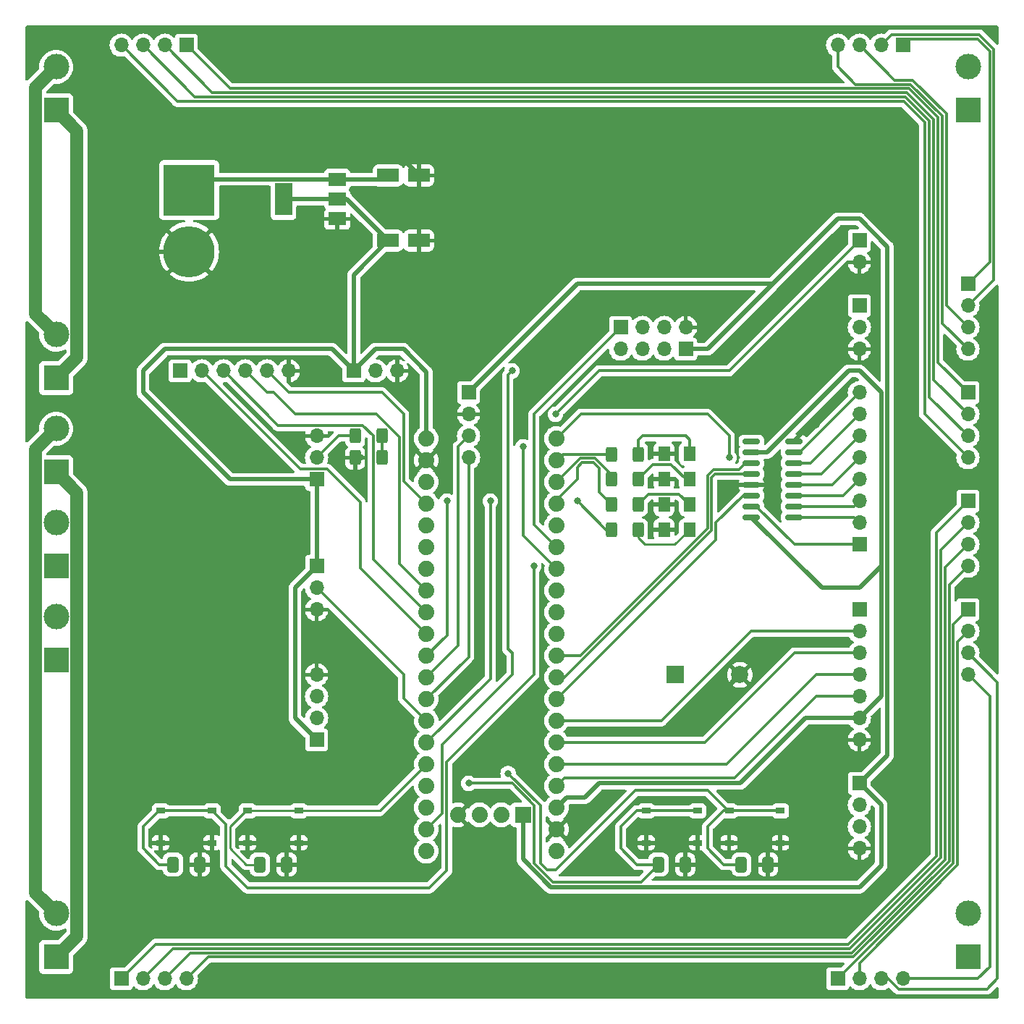
<source format=gbr>
%TF.GenerationSoftware,KiCad,Pcbnew,7.0.10-7.0.10~ubuntu22.04.1*%
%TF.CreationDate,2024-01-16T22:39:05+07:00*%
%TF.ProjectId,PCB_Sensor,5043425f-5365-46e7-936f-722e6b696361,rev?*%
%TF.SameCoordinates,Original*%
%TF.FileFunction,Copper,L1,Top*%
%TF.FilePolarity,Positive*%
%FSLAX46Y46*%
G04 Gerber Fmt 4.6, Leading zero omitted, Abs format (unit mm)*
G04 Created by KiCad (PCBNEW 7.0.10-7.0.10~ubuntu22.04.1) date 2024-01-16 22:39:05*
%MOMM*%
%LPD*%
G01*
G04 APERTURE LIST*
G04 Aperture macros list*
%AMRoundRect*
0 Rectangle with rounded corners*
0 $1 Rounding radius*
0 $2 $3 $4 $5 $6 $7 $8 $9 X,Y pos of 4 corners*
0 Add a 4 corners polygon primitive as box body*
4,1,4,$2,$3,$4,$5,$6,$7,$8,$9,$2,$3,0*
0 Add four circle primitives for the rounded corners*
1,1,$1+$1,$2,$3*
1,1,$1+$1,$4,$5*
1,1,$1+$1,$6,$7*
1,1,$1+$1,$8,$9*
0 Add four rect primitives between the rounded corners*
20,1,$1+$1,$2,$3,$4,$5,0*
20,1,$1+$1,$4,$5,$6,$7,0*
20,1,$1+$1,$6,$7,$8,$9,0*
20,1,$1+$1,$8,$9,$2,$3,0*%
G04 Aperture macros list end*
%TA.AperFunction,ComponentPad*%
%ADD10R,1.700000X1.700000*%
%TD*%
%TA.AperFunction,ComponentPad*%
%ADD11O,1.700000X1.700000*%
%TD*%
%TA.AperFunction,ComponentPad*%
%ADD12C,3.000000*%
%TD*%
%TA.AperFunction,ComponentPad*%
%ADD13R,3.000000X3.000000*%
%TD*%
%TA.AperFunction,SMDPad,CuDef*%
%ADD14RoundRect,0.250000X-0.400000X-0.625000X0.400000X-0.625000X0.400000X0.625000X-0.400000X0.625000X0*%
%TD*%
%TA.AperFunction,ComponentPad*%
%ADD15C,6.000000*%
%TD*%
%TA.AperFunction,ComponentPad*%
%ADD16R,6.000000X6.000000*%
%TD*%
%TA.AperFunction,SMDPad,CuDef*%
%ADD17R,1.000000X0.750000*%
%TD*%
%TA.AperFunction,SMDPad,CuDef*%
%ADD18RoundRect,0.250000X-1.050000X-0.550000X1.050000X-0.550000X1.050000X0.550000X-1.050000X0.550000X0*%
%TD*%
%TA.AperFunction,SMDPad,CuDef*%
%ADD19RoundRect,0.250000X-0.412500X-0.650000X0.412500X-0.650000X0.412500X0.650000X-0.412500X0.650000X0*%
%TD*%
%TA.AperFunction,ComponentPad*%
%ADD20R,2.000000X2.000000*%
%TD*%
%TA.AperFunction,ComponentPad*%
%ADD21C,2.000000*%
%TD*%
%TA.AperFunction,SMDPad,CuDef*%
%ADD22R,2.000000X1.500000*%
%TD*%
%TA.AperFunction,SMDPad,CuDef*%
%ADD23R,2.000000X3.800000*%
%TD*%
%TA.AperFunction,SMDPad,CuDef*%
%ADD24RoundRect,0.150000X0.825000X0.150000X-0.825000X0.150000X-0.825000X-0.150000X0.825000X-0.150000X0*%
%TD*%
%TA.AperFunction,SMDPad,CuDef*%
%ADD25RoundRect,0.250001X-0.462499X-0.624999X0.462499X-0.624999X0.462499X0.624999X-0.462499X0.624999X0*%
%TD*%
%TA.AperFunction,SMDPad,CuDef*%
%ADD26RoundRect,0.250000X0.400000X0.625000X-0.400000X0.625000X-0.400000X-0.625000X0.400000X-0.625000X0*%
%TD*%
%TA.AperFunction,ComponentPad*%
%ADD27C,1.879600*%
%TD*%
%TA.AperFunction,ComponentPad*%
%ADD28R,1.879600X1.879600*%
%TD*%
%TA.AperFunction,ViaPad*%
%ADD29C,0.800000*%
%TD*%
%TA.AperFunction,Conductor*%
%ADD30C,0.300000*%
%TD*%
%TA.AperFunction,Conductor*%
%ADD31C,1.500000*%
%TD*%
%TA.AperFunction,Conductor*%
%ADD32C,0.500000*%
%TD*%
%TA.AperFunction,Conductor*%
%ADD33C,0.250000*%
%TD*%
G04 APERTURE END LIST*
D10*
%TO.P,J30,1,Pin_1*%
%TO.N,/VCCD*%
X170180000Y-88900000D03*
D11*
%TO.P,J30,2,Pin_2*%
%TO.N,/TXD*%
X170180000Y-91440000D03*
%TO.P,J30,3,Pin_3*%
%TO.N,/RXD*%
X170180000Y-93980000D03*
%TO.P,J30,4,Pin_4*%
%TO.N,/GNDD*%
X170180000Y-96520000D03*
%TD*%
D10*
%TO.P,J29,1,Pin_1*%
%TO.N,/VCCB*%
X170180000Y-101600000D03*
D11*
%TO.P,J29,2,Pin_2*%
%TO.N,/TXB*%
X170180000Y-104140000D03*
%TO.P,J29,3,Pin_3*%
%TO.N,/RXB*%
X170180000Y-106680000D03*
%TO.P,J29,4,Pin_4*%
%TO.N,/GNDB*%
X170180000Y-109220000D03*
%TD*%
D10*
%TO.P,J28,1,Pin_1*%
%TO.N,/VCCC*%
X170180000Y-76200000D03*
D11*
%TO.P,J28,2,Pin_2*%
%TO.N,/TXC*%
X170180000Y-78740000D03*
%TO.P,J28,3,Pin_3*%
%TO.N,/RXC*%
X170180000Y-81280000D03*
%TO.P,J28,4,Pin_4*%
%TO.N,/GNDC*%
X170180000Y-83820000D03*
%TD*%
D10*
%TO.P,J27,1,Pin_1*%
%TO.N,/VCCA*%
X170180000Y-63500000D03*
D11*
%TO.P,J27,2,Pin_2*%
%TO.N,/TXA*%
X170180000Y-66040000D03*
%TO.P,J27,3,Pin_3*%
%TO.N,/RXA*%
X170180000Y-68580000D03*
%TO.P,J27,4,Pin_4*%
%TO.N,/GNDA*%
X170180000Y-71120000D03*
%TD*%
D10*
%TO.P,J26,1,Pin_1*%
%TO.N,/VCCD*%
X71120000Y-144780000D03*
D11*
%TO.P,J26,2,Pin_2*%
%TO.N,/TXD*%
X73660000Y-144780000D03*
%TO.P,J26,3,Pin_3*%
%TO.N,/RXD*%
X76200000Y-144780000D03*
%TO.P,J26,4,Pin_4*%
%TO.N,/GNDD*%
X78740000Y-144780000D03*
%TD*%
D10*
%TO.P,J25,1,Pin_1*%
%TO.N,/VCCC*%
X78740000Y-35560000D03*
D11*
%TO.P,J25,2,Pin_2*%
%TO.N,/TXC*%
X76200000Y-35560000D03*
%TO.P,J25,3,Pin_3*%
%TO.N,/RXC*%
X73660000Y-35560000D03*
%TO.P,J25,4,Pin_4*%
%TO.N,/GNDC*%
X71120000Y-35560000D03*
%TD*%
D10*
%TO.P,J24,1,Pin_1*%
%TO.N,/VCCB*%
X154940000Y-144780000D03*
D11*
%TO.P,J24,2,Pin_2*%
%TO.N,/TXB*%
X157480000Y-144780000D03*
%TO.P,J24,3,Pin_3*%
%TO.N,/RXB*%
X160020000Y-144780000D03*
%TO.P,J24,4,Pin_4*%
%TO.N,/GNDB*%
X162560000Y-144780000D03*
%TD*%
D10*
%TO.P,J23,1,Pin_1*%
%TO.N,/VCCA*%
X162560000Y-35560000D03*
D11*
%TO.P,J23,2,Pin_2*%
%TO.N,/TXA*%
X160020000Y-35560000D03*
%TO.P,J23,3,Pin_3*%
%TO.N,/RXA*%
X157480000Y-35560000D03*
%TO.P,J23,4,Pin_4*%
%TO.N,/GNDA*%
X154940000Y-35560000D03*
%TD*%
D12*
%TO.P,J22,2,Pin_2*%
%TO.N,/COND-*%
X63500000Y-102446668D03*
D13*
%TO.P,J22,1,Pin_1*%
%TO.N,/COND+*%
X63500000Y-107526668D03*
%TD*%
D12*
%TO.P,J21,2,Pin_2*%
%TO.N,/CONC-*%
X63500000Y-91440000D03*
D13*
%TO.P,J21,1,Pin_1*%
%TO.N,/CONC+*%
X63500000Y-96520000D03*
%TD*%
D12*
%TO.P,J20,2,Pin_2*%
%TO.N,/CONB-*%
X63500000Y-80433334D03*
D13*
%TO.P,J20,1,Pin_1*%
%TO.N,/CONB+*%
X63500000Y-85513334D03*
%TD*%
%TO.P,J19,1,Pin_1*%
%TO.N,/CONA+*%
X63500000Y-43180000D03*
D12*
%TO.P,J19,2,Pin_2*%
%TO.N,/CONA-*%
X63500000Y-38100000D03*
%TD*%
D13*
%TO.P,J18,1,Pin_1*%
%TO.N,/COND+*%
X170180000Y-142240000D03*
D12*
%TO.P,J18,2,Pin_2*%
%TO.N,/COND-*%
X170180000Y-137160000D03*
%TD*%
D13*
%TO.P,J17,1,Pin_1*%
%TO.N,/CONC+*%
X170180000Y-43180000D03*
D12*
%TO.P,J17,2,Pin_2*%
%TO.N,/CONC-*%
X170180000Y-38100000D03*
%TD*%
D13*
%TO.P,J16,1,Pin_1*%
%TO.N,/CONB+*%
X63500000Y-142240000D03*
D12*
%TO.P,J16,2,Pin_2*%
%TO.N,/CONB-*%
X63500000Y-137160000D03*
%TD*%
D13*
%TO.P,J3,1,Pin_1*%
%TO.N,/CONA+*%
X63500000Y-74506668D03*
D12*
%TO.P,J3,2,Pin_2*%
%TO.N,/CONA-*%
X63500000Y-69426668D03*
%TD*%
D10*
%TO.P,J4,1,Pin_1*%
%TO.N,/COM_TX*%
X157480000Y-66040000D03*
D11*
%TO.P,J4,2,Pin_2*%
%TO.N,/COM_RX*%
X157480000Y-68580000D03*
%TO.P,J4,3,Pin_3*%
%TO.N,GND*%
X157480000Y-71120000D03*
%TD*%
D10*
%TO.P,J10,1,Pin_1*%
%TO.N,+3.3V*%
X157480000Y-121920000D03*
D11*
%TO.P,J10,2,Pin_2*%
%TO.N,/SWDIO*%
X157480000Y-124460000D03*
%TO.P,J10,3,Pin_3*%
%TO.N,/SWCLK*%
X157480000Y-127000000D03*
%TO.P,J10,4,Pin_4*%
%TO.N,GND*%
X157480000Y-129540000D03*
%TD*%
D14*
%TO.P,R2,1*%
%TO.N,GND*%
X98500000Y-83820000D03*
%TO.P,R2,2*%
%TO.N,/Current_Sensor*%
X101600000Y-83820000D03*
%TD*%
D15*
%TO.P,J6,N,NEG*%
%TO.N,GND*%
X79060000Y-59720000D03*
D16*
%TO.P,J6,P,POS*%
%TO.N,/2S_BATT*%
X79060000Y-52520000D03*
%TD*%
D10*
%TO.P,J1,1,Pin_1*%
%TO.N,+5V*%
X98320000Y-73660000D03*
D11*
%TO.P,J1,2,Pin_2*%
%TO.N,/DHT22*%
X100860000Y-73660000D03*
%TO.P,J1,3,Pin_3*%
%TO.N,GND*%
X103400000Y-73660000D03*
%TD*%
D10*
%TO.P,J5,1,Pin_1*%
%TO.N,/ALERT_OUT*%
X157480000Y-58420000D03*
D11*
%TO.P,J5,2,Pin_2*%
%TO.N,GND*%
X157480000Y-60960000D03*
%TD*%
D17*
%TO.P,SW4,1,1*%
%TO.N,/RST*%
X85900000Y-125125000D03*
X91900000Y-125125000D03*
%TO.P,SW4,2,2*%
%TO.N,GND*%
X85900000Y-128875000D03*
X91900000Y-128875000D03*
%TD*%
%TO.P,SW2,1,1*%
%TO.N,/UI_BTN2*%
X132540000Y-125125000D03*
X138540000Y-125125000D03*
%TO.P,SW2,2,2*%
%TO.N,GND*%
X132540000Y-128875000D03*
X138540000Y-128875000D03*
%TD*%
D18*
%TO.P,C1,1*%
%TO.N,/2S_BATT*%
X102340000Y-50800000D03*
%TO.P,C1,2*%
%TO.N,GND*%
X105940000Y-50800000D03*
%TD*%
D10*
%TO.P,J8,1,Pin_1*%
%TO.N,+5V*%
X93980000Y-86360000D03*
D11*
%TO.P,J8,2,Pin_2*%
%TO.N,/J_R*%
X93980000Y-83820000D03*
%TO.P,J8,3,Pin_3*%
%TO.N,GND*%
X93980000Y-81280000D03*
%TD*%
D10*
%TO.P,J2,1,Pin_1*%
%TO.N,+5V*%
X93980000Y-96520000D03*
D11*
%TO.P,J2,2,Pin_2*%
%TO.N,/Volt_Sensor*%
X93980000Y-99060000D03*
%TO.P,J2,3,Pin_3*%
%TO.N,GND*%
X93980000Y-101600000D03*
%TD*%
D19*
%TO.P,C3,1*%
%TO.N,/UI_BTN1*%
X143677500Y-131415000D03*
%TO.P,C3,2*%
%TO.N,GND*%
X146802500Y-131415000D03*
%TD*%
D10*
%TO.P,J13,1,Pin_1*%
%TO.N,/LCD_RST*%
X157480000Y-101600000D03*
D11*
%TO.P,J13,2,Pin_2*%
%TO.N,/LCD_CS*%
X157480000Y-104140000D03*
%TO.P,J13,3,Pin_3*%
%TO.N,/LCD_RS*%
X157480000Y-106680000D03*
%TO.P,J13,4,Pin_4*%
%TO.N,/LCD_WR*%
X157480000Y-109220000D03*
%TO.P,J13,5,Pin_5*%
%TO.N,/LCD_RD*%
X157480000Y-111760000D03*
%TO.P,J13,6,Pin_6*%
%TO.N,+5V*%
X157480000Y-114300000D03*
%TO.P,J13,7,Pin_7*%
%TO.N,GND*%
X157480000Y-116840000D03*
%TD*%
D14*
%TO.P,R6,1*%
%TO.N,/LED_BLUE*%
X128487500Y-83400000D03*
%TO.P,R6,2*%
%TO.N,/R_LEDBL*%
X131587500Y-83400000D03*
%TD*%
D19*
%TO.P,C4,1*%
%TO.N,/UI_BTN2*%
X133977500Y-131415000D03*
%TO.P,C4,2*%
%TO.N,GND*%
X137102500Y-131415000D03*
%TD*%
D10*
%TO.P,J14,1,Pin_1*%
%TO.N,+3.3V*%
X137160000Y-71120000D03*
D11*
%TO.P,J14,2,Pin_2*%
%TO.N,unconnected-(J14-Pin_2-Pad2)*%
X134620000Y-71120000D03*
%TO.P,J14,3,Pin_3*%
%TO.N,unconnected-(J14-Pin_3-Pad3)*%
X132080000Y-71120000D03*
%TO.P,J14,4,Pin_4*%
%TO.N,/ESP_RX*%
X129540000Y-71120000D03*
%TD*%
D10*
%TO.P,J15,1,Pin_1*%
%TO.N,/ESP_TX*%
X129540000Y-68580000D03*
D11*
%TO.P,J15,2,Pin_2*%
%TO.N,unconnected-(J15-Pin_2-Pad2)*%
X132080000Y-68580000D03*
%TO.P,J15,3,Pin_3*%
%TO.N,unconnected-(J15-Pin_3-Pad3)*%
X134620000Y-68580000D03*
%TO.P,J15,4,Pin_4*%
%TO.N,GND*%
X137160000Y-68580000D03*
%TD*%
D20*
%TO.P,BZ1,1,-*%
%TO.N,/BUZZ*%
X135900000Y-109220000D03*
D21*
%TO.P,BZ1,2,+*%
%TO.N,GND*%
X143500000Y-109220000D03*
%TD*%
D14*
%TO.P,R1,1*%
%TO.N,/BUILT_LED*%
X128487500Y-92280000D03*
%TO.P,R1,2*%
%TO.N,/R_LEDB*%
X131587500Y-92280000D03*
%TD*%
D22*
%TO.P,U2,1,GND*%
%TO.N,GND*%
X96390000Y-55880000D03*
%TO.P,U2,2,VO*%
%TO.N,+5V*%
X96390000Y-53580000D03*
D23*
X90090000Y-53580000D03*
D22*
%TO.P,U2,3,VI*%
%TO.N,/2S_BATT*%
X96390000Y-51280000D03*
%TD*%
D10*
%TO.P,J7,1,Pin_1*%
%TO.N,+3.3V*%
X111760000Y-76200000D03*
D11*
%TO.P,J7,2,Pin_2*%
%TO.N,GND*%
X111760000Y-78740000D03*
%TO.P,J7,3,Pin_3*%
%TO.N,/BNO08X_RX*%
X111760000Y-81280000D03*
%TO.P,J7,4,Pin_4*%
%TO.N,/BNO08X_TX*%
X111760000Y-83820000D03*
%TD*%
D10*
%TO.P,J9,1,Pin_1*%
%TO.N,+5V*%
X93980000Y-116840000D03*
D11*
%TO.P,J9,2,Pin_2*%
%TO.N,/LoadCell_OUT*%
X93980000Y-114300000D03*
%TO.P,J9,3,Pin_3*%
%TO.N,/LoadCell_IN*%
X93980000Y-111760000D03*
%TO.P,J9,4,Pin_4*%
%TO.N,GND*%
X93980000Y-109220000D03*
%TD*%
D14*
%TO.P,R5,1*%
%TO.N,/LED_GREEN*%
X128487500Y-86360000D03*
%TO.P,R5,2*%
%TO.N,/R_LEDG*%
X131587500Y-86360000D03*
%TD*%
D17*
%TO.P,SW3,1,1*%
%TO.N,/UI_BTN3*%
X75740000Y-125125000D03*
X81740000Y-125125000D03*
%TO.P,SW3,2,2*%
%TO.N,GND*%
X75740000Y-128875000D03*
X81740000Y-128875000D03*
%TD*%
D19*
%TO.P,C5,1*%
%TO.N,/UI_BTN3*%
X77177500Y-131415000D03*
%TO.P,C5,2*%
%TO.N,GND*%
X80302500Y-131415000D03*
%TD*%
D10*
%TO.P,J11,1,Pin_1*%
%TO.N,+3.3V*%
X78000000Y-73660000D03*
D11*
%TO.P,J11,2,Pin_2*%
%TO.N,/UWB_SCK*%
X80540000Y-73660000D03*
%TO.P,J11,3,Pin_3*%
%TO.N,/UWB_MISO*%
X83080000Y-73660000D03*
%TO.P,J11,4,Pin_4*%
%TO.N,/UWB_MOSI*%
X85620000Y-73660000D03*
%TO.P,J11,5,Pin_5*%
%TO.N,/UWB_CS*%
X88160000Y-73660000D03*
%TO.P,J11,6,Pin_6*%
%TO.N,GND*%
X90700000Y-73660000D03*
%TD*%
D18*
%TO.P,C2,1*%
%TO.N,+5V*%
X102340000Y-58420000D03*
%TO.P,C2,2*%
%TO.N,GND*%
X105940000Y-58420000D03*
%TD*%
D24*
%TO.P,U3,1,QB*%
%TO.N,/D1*%
X149795000Y-90805000D03*
%TO.P,U3,2,QC*%
%TO.N,/D2*%
X149795000Y-89535000D03*
%TO.P,U3,3,QD*%
%TO.N,/D3*%
X149795000Y-88265000D03*
%TO.P,U3,4,QE*%
%TO.N,/D4*%
X149795000Y-86995000D03*
%TO.P,U3,5,QF*%
%TO.N,/D5*%
X149795000Y-85725000D03*
%TO.P,U3,6,QG*%
%TO.N,/D6*%
X149795000Y-84455000D03*
%TO.P,U3,7,QH*%
%TO.N,/D7*%
X149795000Y-83185000D03*
%TO.P,U3,8,GND*%
%TO.N,GND*%
X149795000Y-81915000D03*
%TO.P,U3,9,QH'*%
%TO.N,unconnected-(U3-QH'-Pad9)*%
X144845000Y-81915000D03*
%TO.P,U3,10,~{SRCLR}*%
%TO.N,+5V*%
X144845000Y-83185000D03*
%TO.P,U3,11,SRCLK*%
%TO.N,/MUL_SCK*%
X144845000Y-84455000D03*
%TO.P,U3,12,RCLK*%
%TO.N,/MUL_Latch*%
X144845000Y-85725000D03*
%TO.P,U3,13,~{OE}*%
%TO.N,GND*%
X144845000Y-86995000D03*
%TO.P,U3,14,SER*%
%TO.N,/MUL_MOSI*%
X144845000Y-88265000D03*
%TO.P,U3,15,QA*%
%TO.N,/D0*%
X144845000Y-89535000D03*
%TO.P,U3,16,VCC*%
%TO.N,+5V*%
X144845000Y-90805000D03*
%TD*%
D14*
%TO.P,R4,1*%
%TO.N,/LED_RED*%
X128487500Y-89320000D03*
%TO.P,R4,2*%
%TO.N,/R_LEDR*%
X131587500Y-89320000D03*
%TD*%
D25*
%TO.P,D3,1,K*%
%TO.N,GND*%
X134620000Y-86335000D03*
%TO.P,D3,2,A*%
%TO.N,/R_LEDG*%
X137595000Y-86335000D03*
%TD*%
D19*
%TO.P,C6,1*%
%TO.N,/RST*%
X87337500Y-131415000D03*
%TO.P,C6,2*%
%TO.N,GND*%
X90462500Y-131415000D03*
%TD*%
D25*
%TO.P,D1,1,K*%
%TO.N,GND*%
X134620000Y-92255000D03*
%TO.P,D1,2,A*%
%TO.N,/R_LEDB*%
X137595000Y-92255000D03*
%TD*%
D17*
%TO.P,SW1,1,1*%
%TO.N,/UI_BTN1*%
X142240000Y-125125000D03*
X148240000Y-125125000D03*
%TO.P,SW1,2,2*%
%TO.N,GND*%
X142240000Y-128875000D03*
X148240000Y-128875000D03*
%TD*%
D10*
%TO.P,J12,1,Pin_1*%
%TO.N,/D0*%
X157480000Y-93980000D03*
D11*
%TO.P,J12,2,Pin_2*%
%TO.N,/D1*%
X157480000Y-91440000D03*
%TO.P,J12,3,Pin_3*%
%TO.N,/D2*%
X157480000Y-88900000D03*
%TO.P,J12,4,Pin_4*%
%TO.N,/D3*%
X157480000Y-86360000D03*
%TO.P,J12,5,Pin_5*%
%TO.N,/D4*%
X157480000Y-83820000D03*
%TO.P,J12,6,Pin_6*%
%TO.N,/D5*%
X157480000Y-81280000D03*
%TO.P,J12,7,Pin_7*%
%TO.N,/D6*%
X157480000Y-78740000D03*
%TO.P,J12,8,Pin_8*%
%TO.N,/D7*%
X157480000Y-76200000D03*
%TD*%
D25*
%TO.P,D4,1,K*%
%TO.N,GND*%
X134620000Y-83375000D03*
%TO.P,D4,2,A*%
%TO.N,/R_LEDBL*%
X137595000Y-83375000D03*
%TD*%
D26*
%TO.P,R3,1*%
%TO.N,/Current_Sensor*%
X101600000Y-81280000D03*
%TO.P,R3,2*%
%TO.N,/J_R*%
X98500000Y-81280000D03*
%TD*%
D25*
%TO.P,D2,1,K*%
%TO.N,GND*%
X134620000Y-89295000D03*
%TO.P,D2,2,A*%
%TO.N,/R_LEDR*%
X137595000Y-89295000D03*
%TD*%
D27*
%TO.P,U1,1,PB12*%
%TO.N,/BUZZ*%
X122047000Y-81580000D03*
%TO.P,U1,2,PB13*%
%TO.N,/LED_BLUE*%
X122047000Y-84120000D03*
%TO.P,U1,3,PB14*%
%TO.N,/LED_GREEN*%
X122047000Y-86660000D03*
%TO.P,U1,4,PB15*%
%TO.N,/LED_RED*%
X122047000Y-89200000D03*
%TO.P,U1,5,PA8*%
%TO.N,/UI_BTN3*%
X122047000Y-91740000D03*
%TO.P,U1,6,PA9*%
%TO.N,/ESP_TX*%
X122047000Y-94280000D03*
%TO.P,U1,7,PA10*%
%TO.N,/ESP_RX*%
X122047000Y-96820000D03*
%TO.P,U1,8,PA11*%
%TO.N,/COM_TX*%
X122047000Y-99360000D03*
%TO.P,U1,9,PA12*%
%TO.N,/COM_RX*%
X122047000Y-101900000D03*
%TO.P,U1,10,PA15*%
%TO.N,/LCD_RST*%
X122047000Y-104440000D03*
%TO.P,U1,11,PB3*%
%TO.N,/MUL_SCK*%
X122047000Y-106980000D03*
%TO.P,U1,12,PB4*%
%TO.N,/MUL_Latch*%
X122047000Y-109520000D03*
%TO.P,U1,13,PB5*%
%TO.N,/MUL_MOSI*%
X122047000Y-112060000D03*
%TO.P,U1,14,PB6*%
%TO.N,/LCD_CS*%
X122047000Y-114600000D03*
%TO.P,U1,15,PB7*%
%TO.N,/LCD_RS*%
X122047000Y-117140000D03*
%TO.P,U1,16,PB8*%
%TO.N,/LCD_WR*%
X122047000Y-119680000D03*
%TO.P,U1,17,PB9*%
%TO.N,/LCD_RD*%
X122047000Y-122220000D03*
%TO.P,U1,18,5V*%
%TO.N,+5V*%
X122047000Y-124760000D03*
%TO.P,U1,19,GND*%
%TO.N,GND*%
X122047000Y-127300000D03*
%TO.P,U1,20,3V3*%
%TO.N,unconnected-(U1-3V3-Pad20)*%
X122047000Y-129840000D03*
%TO.P,U1,21,VBAT*%
%TO.N,unconnected-(U1-VBAT-Pad21)*%
X106807000Y-129840000D03*
%TO.P,U1,22,PC13*%
%TO.N,/BUILT_LED*%
X106807000Y-127300000D03*
%TO.P,U1,23,PC14*%
%TO.N,/UI_BTN1*%
X106807000Y-124760000D03*
%TO.P,U1,24,PC15*%
%TO.N,/UI_BTN2*%
X106807000Y-122220000D03*
%TO.P,U1,25,~{RESET}*%
%TO.N,/RST*%
X106807000Y-119680000D03*
%TO.P,U1,26,PA0*%
%TO.N,/DHT22*%
X106807000Y-117140000D03*
%TO.P,U1,27,PA1*%
%TO.N,/Volt_Sensor*%
X106807000Y-114600000D03*
%TO.P,U1,28,PA2*%
%TO.N,/BNO08X_TX*%
X106807000Y-112060000D03*
%TO.P,U1,29,PA3*%
%TO.N,/BNO08X_RX*%
X106807000Y-109520000D03*
%TO.P,U1,30,PA4*%
%TO.N,/Current_Sensor*%
X106807000Y-106980000D03*
%TO.P,U1,31,PA5*%
%TO.N,/UWB_SCK*%
X106807000Y-104440000D03*
%TO.P,U1,32,PA6*%
%TO.N,/UWB_MISO*%
X106807000Y-101900000D03*
%TO.P,U1,33,PA7*%
%TO.N,/UWB_MOSI*%
X106807000Y-99360000D03*
%TO.P,U1,34,PB0*%
%TO.N,/LoadCell_OUT*%
X106807000Y-96820000D03*
%TO.P,U1,35,PB1*%
%TO.N,/LoadCell_IN*%
X106807000Y-94280000D03*
%TO.P,U1,36,PB2*%
%TO.N,/ALERT_OUT*%
X106807000Y-91740000D03*
%TO.P,U1,37,PB10*%
%TO.N,/UWB_CS*%
X106807000Y-89200000D03*
%TO.P,U1,38,3V3*%
%TO.N,unconnected-(U1-3V3-Pad38)*%
X106807000Y-86660000D03*
%TO.P,U1,39,GND*%
%TO.N,GND*%
X106807000Y-84120000D03*
%TO.P,U1,40,5V*%
%TO.N,+5V*%
X106807000Y-81580000D03*
D28*
%TO.P,U1,41,3.3V*%
%TO.N,+3.3V*%
X118110000Y-125603000D03*
D27*
%TO.P,U1,42,SWDIO*%
%TO.N,/SWDIO*%
X115570000Y-125603000D03*
%TO.P,U1,43,SWSCK*%
%TO.N,/SWCLK*%
X113030000Y-125603000D03*
%TO.P,U1,44,GND*%
%TO.N,GND*%
X110490000Y-125603000D03*
%TD*%
D29*
%TO.N,/BUZZ*%
X142240000Y-83820000D03*
%TO.N,GND*%
X144780000Y-127000000D03*
X106680000Y-58420000D03*
X99060000Y-83820000D03*
X134620000Y-127000000D03*
X134620000Y-86360000D03*
X147320000Y-86360000D03*
X78740000Y-127000000D03*
X85900000Y-128875000D03*
X152400000Y-80010000D03*
X134620000Y-92710000D03*
X134620000Y-88900000D03*
X134620000Y-83820000D03*
X139700000Y-113030000D03*
X93980000Y-129540000D03*
%TO.N,/DHT22*%
X114300000Y-88900000D03*
%TO.N,/ESP_RX*%
X118110000Y-82550000D03*
%TO.N,/ALERT_OUT*%
X121920000Y-78740000D03*
%TO.N,/BUILT_LED*%
X116840000Y-73660000D03*
X124460000Y-88900000D03*
%TO.N,/Current_Sensor*%
X101600000Y-81280000D03*
X109220000Y-88900000D03*
%TO.N,/UI_BTN3*%
X119380000Y-96520000D03*
%TO.N,/UI_BTN1*%
X116381777Y-120754670D03*
%TO.N,/UI_BTN2*%
X111760000Y-121920000D03*
X111760000Y-121920000D03*
%TD*%
D30*
%TO.N,/RXA*%
X157480000Y-35560000D02*
X161560000Y-39640000D01*
X167640000Y-43598682D02*
X167640000Y-66040000D01*
X161560000Y-39640000D02*
X163681318Y-39640000D01*
X163681318Y-39640000D02*
X167640000Y-43598682D01*
X167640000Y-66040000D02*
X170180000Y-68580000D01*
%TO.N,/GNDA*%
X154940000Y-35560000D02*
X154940000Y-38100000D01*
X154940000Y-38100000D02*
X156980000Y-40140000D01*
X163474212Y-40140000D02*
X167140000Y-43805788D01*
X156980000Y-40140000D02*
X163474212Y-40140000D01*
X167140000Y-43805788D02*
X167140000Y-68080000D01*
X167140000Y-68080000D02*
X170180000Y-71120000D01*
%TO.N,/GNDC*%
X71120000Y-35560000D02*
X77700000Y-42140000D01*
X165100000Y-44594212D02*
X165100000Y-78740000D01*
X77700000Y-42140000D02*
X162645788Y-42140000D01*
X162645788Y-42140000D02*
X165100000Y-44594212D01*
X165100000Y-78740000D02*
X170180000Y-83820000D01*
%TO.N,/RXC*%
X73660000Y-35560000D02*
X79740000Y-41640000D01*
X79740000Y-41640000D02*
X162852894Y-41640000D01*
X162852894Y-41640000D02*
X165640000Y-44427106D01*
X165640000Y-44427106D02*
X165640000Y-76740000D01*
X165640000Y-76740000D02*
X170180000Y-81280000D01*
%TO.N,/TXC*%
X76200000Y-35560000D02*
X81780000Y-41140000D01*
X81780000Y-41140000D02*
X163060000Y-41140000D01*
X166140000Y-74700000D02*
X170180000Y-78740000D01*
X163060000Y-41140000D02*
X166140000Y-44220000D01*
X166140000Y-44220000D02*
X166140000Y-74700000D01*
%TO.N,/VCCC*%
X78740000Y-35560000D02*
X83820000Y-40640000D01*
X83820000Y-40640000D02*
X163267106Y-40640000D01*
X163267106Y-40640000D02*
X166640000Y-44012894D01*
X166640000Y-44012894D02*
X166640000Y-72660000D01*
X166640000Y-72660000D02*
X170180000Y-76200000D01*
%TO.N,/TXB*%
X157480000Y-144780000D02*
X157480000Y-142947106D01*
X157480000Y-142947106D02*
X168980000Y-131447106D01*
X168980000Y-105340000D02*
X170180000Y-104140000D01*
X168980000Y-131447106D02*
X168980000Y-105340000D01*
%TO.N,/VCCD*%
X71120000Y-144780000D02*
X75160000Y-140740000D01*
X75160000Y-140740000D02*
X156151576Y-140740000D01*
X156151576Y-140740000D02*
X166480000Y-130411576D01*
X166480000Y-130411576D02*
X166480000Y-92600000D01*
X166480000Y-92600000D02*
X170180000Y-88900000D01*
%TO.N,/TXD*%
X73660000Y-144780000D02*
X77200000Y-141240000D01*
X166980000Y-130618682D02*
X166980000Y-94640000D01*
X77200000Y-141240000D02*
X156358682Y-141240000D01*
X156358682Y-141240000D02*
X166980000Y-130618682D01*
X166980000Y-94640000D02*
X170180000Y-91440000D01*
%TO.N,/RXD*%
X76200000Y-144780000D02*
X79240000Y-141740000D01*
X79240000Y-141740000D02*
X156565788Y-141740000D01*
X156565788Y-141740000D02*
X167480000Y-130825788D01*
X167480000Y-130825788D02*
X167480000Y-96680000D01*
X167480000Y-96680000D02*
X170180000Y-93980000D01*
%TO.N,/GNDD*%
X78740000Y-144780000D02*
X81280000Y-142240000D01*
X81280000Y-142240000D02*
X156772894Y-142240000D01*
X156772894Y-142240000D02*
X167980000Y-131032894D01*
X167980000Y-131032894D02*
X167980000Y-98720000D01*
X167980000Y-98720000D02*
X170180000Y-96520000D01*
%TO.N,/VCCB*%
X154940000Y-144780000D02*
X168480000Y-131240000D01*
X168480000Y-131240000D02*
X168480000Y-103300000D01*
X168480000Y-103300000D02*
X170180000Y-101600000D01*
%TO.N,/RXB*%
X160020000Y-144780000D02*
X160862943Y-144780000D01*
X172390000Y-145980000D02*
X173590000Y-144780000D01*
X173590000Y-110090000D02*
X170180000Y-106680000D01*
X160862943Y-144780000D02*
X162062943Y-145980000D01*
X162062943Y-145980000D02*
X172390000Y-145980000D01*
X173590000Y-144780000D02*
X173590000Y-110090000D01*
%TO.N,/GNDB*%
X162560000Y-144780000D02*
X171340000Y-144780000D01*
X171340000Y-144780000D02*
X172720000Y-143400000D01*
X172720000Y-143400000D02*
X172720000Y-111760000D01*
X172720000Y-111760000D02*
X170180000Y-109220000D01*
%TO.N,/VCCA*%
X162560000Y-35560000D02*
X163260000Y-34860000D01*
X171312894Y-34860000D02*
X172720000Y-36267106D01*
X163260000Y-34860000D02*
X171312894Y-34860000D01*
X172720000Y-36267106D02*
X172720000Y-60960000D01*
X172720000Y-60960000D02*
X170180000Y-63500000D01*
%TO.N,/TXA*%
X160020000Y-35560000D02*
X161220000Y-34360000D01*
X161220000Y-34360000D02*
X171520000Y-34360000D01*
X171520000Y-34360000D02*
X173220000Y-36060000D01*
X173220000Y-36060000D02*
X173220000Y-63000000D01*
X173220000Y-63000000D02*
X170180000Y-66040000D01*
D31*
%TO.N,/CONB-*%
X63500000Y-137160000D02*
X61050000Y-134710000D01*
X61050000Y-134710000D02*
X61050000Y-82883334D01*
X61050000Y-82883334D02*
X63500000Y-80433334D01*
%TO.N,/CONB+*%
X63500000Y-85513334D02*
X65950000Y-87963334D01*
X65950000Y-87963334D02*
X65950000Y-139790000D01*
X65950000Y-139790000D02*
X63500000Y-142240000D01*
%TO.N,/CONA+*%
X63500000Y-74506668D02*
X65950000Y-72056668D01*
X65950000Y-72056668D02*
X65950000Y-45630000D01*
X65950000Y-45630000D02*
X63500000Y-43180000D01*
%TO.N,/CONA-*%
X63500000Y-69426668D02*
X61050000Y-66976668D01*
X61050000Y-66976668D02*
X61050000Y-40550000D01*
X61050000Y-40550000D02*
X63500000Y-38100000D01*
D30*
%TO.N,/BUZZ*%
X122047000Y-81580000D02*
X124887000Y-78740000D01*
X142240000Y-81280000D02*
X142240000Y-83820000D01*
X139700000Y-78740000D02*
X142240000Y-81280000D01*
X124887000Y-78740000D02*
X139700000Y-78740000D01*
D32*
%TO.N,GND*%
X105940000Y-58420000D02*
X105940000Y-50800000D01*
X91900000Y-128875000D02*
X85900000Y-128875000D01*
X74960000Y-59720000D02*
X79060000Y-59720000D01*
X81740000Y-128875000D02*
X75740000Y-128875000D01*
X73660000Y-58420000D02*
X74960000Y-59720000D01*
X139700000Y-113030000D02*
X139700000Y-113020000D01*
X75660000Y-46260000D02*
X73660000Y-48260000D01*
X101400000Y-46260000D02*
X75660000Y-46260000D01*
X151700000Y-80010000D02*
X152400000Y-80010000D01*
X149795000Y-81915000D02*
X151700000Y-80010000D01*
X139700000Y-113020000D02*
X143500000Y-109220000D01*
X73660000Y-48260000D02*
X73660000Y-58420000D01*
X105940000Y-50800000D02*
X101400000Y-46260000D01*
%TO.N,/2S_BATT*%
X96390000Y-51280000D02*
X101860000Y-51280000D01*
X79060000Y-52520000D02*
X80350000Y-51230000D01*
X101860000Y-51280000D02*
X102340000Y-50800000D01*
X96340000Y-51230000D02*
X96390000Y-51280000D01*
X80350000Y-51230000D02*
X96340000Y-51230000D01*
%TO.N,+5V*%
X160020000Y-76200000D02*
X160020000Y-96520000D01*
X73660000Y-73660000D02*
X73660000Y-76200000D01*
X98320000Y-73660000D02*
X98320000Y-62440000D01*
X104140000Y-71120000D02*
X106807000Y-73787000D01*
X93980000Y-86360000D02*
X93980000Y-96520000D01*
X153100000Y-99060000D02*
X144845000Y-90805000D01*
X156222316Y-73660000D02*
X157480000Y-73660000D01*
X93980000Y-116840000D02*
X91440000Y-114300000D01*
X83820000Y-86360000D02*
X93980000Y-86360000D01*
X98320000Y-73660000D02*
X100860000Y-71120000D01*
X157480000Y-114300000D02*
X160020000Y-111760000D01*
X98320000Y-73660000D02*
X95780000Y-71120000D01*
X91440000Y-114300000D02*
X91440000Y-99060000D01*
X144845000Y-83185000D02*
X146697316Y-83185000D01*
X143520000Y-121920000D02*
X127000000Y-121920000D01*
X125310200Y-123609800D02*
X123197200Y-123609800D01*
X157480000Y-99060000D02*
X153100000Y-99060000D01*
X127000000Y-121920000D02*
X125310200Y-123609800D01*
X100860000Y-71120000D02*
X104140000Y-71120000D01*
X90090000Y-53580000D02*
X96390000Y-53580000D01*
X97500000Y-53580000D02*
X102340000Y-58420000D01*
X76200000Y-71120000D02*
X73660000Y-73660000D01*
X123197200Y-123609800D02*
X122047000Y-124760000D01*
X96390000Y-53580000D02*
X97500000Y-53580000D01*
X146697316Y-83185000D02*
X156222316Y-73660000D01*
X157480000Y-114300000D02*
X151140000Y-114300000D01*
X157480000Y-73660000D02*
X160020000Y-76200000D01*
X95780000Y-71120000D02*
X76200000Y-71120000D01*
X73660000Y-76200000D02*
X83820000Y-86360000D01*
X160020000Y-96520000D02*
X157480000Y-99060000D01*
X91440000Y-99060000D02*
X93980000Y-96520000D01*
X106807000Y-73787000D02*
X106807000Y-81580000D01*
X151140000Y-114300000D02*
X143520000Y-121920000D01*
X160020000Y-111760000D02*
X160020000Y-96520000D01*
X98320000Y-62440000D02*
X102340000Y-58420000D01*
D30*
%TO.N,/DHT22*%
X106807000Y-117140000D02*
X114300000Y-109647000D01*
X114300000Y-109647000D02*
X114300000Y-88900000D01*
%TO.N,/Volt_Sensor*%
X104140000Y-109220000D02*
X104140000Y-111933000D01*
X104140000Y-111933000D02*
X106807000Y-114600000D01*
X93980000Y-99060000D02*
X104140000Y-109220000D01*
%TO.N,/ESP_TX*%
X119380000Y-91613000D02*
X122047000Y-94280000D01*
X129540000Y-68580000D02*
X119380000Y-78740000D01*
X119380000Y-78740000D02*
X119380000Y-91613000D01*
%TO.N,/ESP_RX*%
X118110000Y-82550000D02*
X118110000Y-92883000D01*
X118110000Y-92883000D02*
X122047000Y-96820000D01*
%TO.N,/ALERT_OUT*%
X142240000Y-73660000D02*
X127000000Y-73660000D01*
X127000000Y-73660000D02*
X121920000Y-78740000D01*
X157480000Y-58420000D02*
X142240000Y-73660000D01*
D32*
%TO.N,+3.3V*%
X157480000Y-121920000D02*
X160740000Y-118660000D01*
X160740000Y-118660000D02*
X160740000Y-59140000D01*
X111760000Y-76200000D02*
X124460000Y-63500000D01*
X124460000Y-63500000D02*
X147320000Y-63500000D01*
X157480000Y-55880000D02*
X154940000Y-55880000D01*
X147320000Y-63500000D02*
X153670000Y-57150000D01*
X118110000Y-130810000D02*
X121360000Y-134060000D01*
X157480000Y-134060000D02*
X160020000Y-131520000D01*
X154940000Y-55880000D02*
X139700000Y-71120000D01*
X160020000Y-131520000D02*
X160020000Y-124460000D01*
X160020000Y-124460000D02*
X157480000Y-121920000D01*
X121360000Y-134060000D02*
X157480000Y-134060000D01*
X139700000Y-71120000D02*
X137160000Y-71120000D01*
X118110000Y-125603000D02*
X118110000Y-130810000D01*
X160740000Y-59140000D02*
X157480000Y-55880000D01*
D30*
%TO.N,/BNO08X_RX*%
X110560000Y-82480000D02*
X110560000Y-105767000D01*
X110560000Y-105767000D02*
X106807000Y-109520000D01*
X111760000Y-81280000D02*
X110560000Y-82480000D01*
%TO.N,/BNO08X_TX*%
X111760000Y-107107000D02*
X106807000Y-112060000D01*
X111760000Y-83820000D02*
X111760000Y-107107000D01*
%TO.N,/J_R*%
X96520000Y-81280000D02*
X98500000Y-81280000D01*
X93980000Y-83820000D02*
X96520000Y-81280000D01*
%TO.N,/BUILT_LED*%
X116840000Y-109220000D02*
X116840000Y-106680000D01*
X116340000Y-74160000D02*
X116840000Y-73660000D01*
X124460000Y-88900000D02*
X127840000Y-92280000D01*
X116840000Y-106680000D02*
X116340000Y-106180000D01*
X108700200Y-117359800D02*
X116840000Y-109220000D01*
X116340000Y-78740000D02*
X116340000Y-74160000D01*
X116340000Y-106180000D02*
X116340000Y-78740000D01*
X127840000Y-92280000D02*
X128487500Y-92280000D01*
X108700200Y-125406800D02*
X108700200Y-117359800D01*
X106807000Y-127300000D02*
X108700200Y-125406800D01*
%TO.N,/Current_Sensor*%
X109220000Y-104567000D02*
X109220000Y-88900000D01*
X106807000Y-106980000D02*
X109220000Y-104567000D01*
X101600000Y-83820000D02*
X101600000Y-81280000D01*
%TO.N,/LED_RED*%
X128487500Y-89320000D02*
X127000000Y-87832500D01*
X125014106Y-84400000D02*
X124460000Y-84954106D01*
X122047000Y-88773000D02*
X122047000Y-89200000D01*
X127000000Y-85053356D02*
X126346644Y-84400000D01*
X127000000Y-87832500D02*
X127000000Y-85053356D01*
X126346644Y-84400000D02*
X125014106Y-84400000D01*
X124460000Y-86360000D02*
X122047000Y-88773000D01*
X124460000Y-84954106D02*
X124460000Y-86360000D01*
%TO.N,/LED_GREEN*%
X128487500Y-86360000D02*
X128487500Y-85833750D01*
X124807000Y-83900000D02*
X122047000Y-86660000D01*
X128487500Y-85833750D02*
X126553750Y-83900000D01*
X126553750Y-83900000D02*
X124807000Y-83900000D01*
%TO.N,/LED_BLUE*%
X122767000Y-83400000D02*
X122047000Y-84120000D01*
X128487500Y-83400000D02*
X122767000Y-83400000D01*
%TO.N,/UI_BTN3*%
X75535000Y-125125000D02*
X75740000Y-125125000D01*
X107140000Y-134160000D02*
X109200200Y-132099800D01*
X75535000Y-131415000D02*
X73660000Y-129540000D01*
X83345000Y-131605000D02*
X85900000Y-134160000D01*
X73660000Y-129540000D02*
X73660000Y-127000000D01*
X119380000Y-109220000D02*
X119380000Y-96520000D01*
X83345000Y-126730000D02*
X83345000Y-131605000D01*
X109200200Y-119399800D02*
X119380000Y-109220000D01*
X81740000Y-125125000D02*
X83345000Y-126730000D01*
X73660000Y-127000000D02*
X75535000Y-125125000D01*
X109200200Y-132099800D02*
X109200200Y-119399800D01*
X85900000Y-134160000D02*
X107140000Y-134160000D01*
X77177500Y-131415000D02*
X75535000Y-131415000D01*
X75740000Y-125125000D02*
X81740000Y-125125000D01*
%TO.N,/MUL_SCK*%
X124812956Y-106980000D02*
X139700000Y-92092956D01*
X139700000Y-92092956D02*
X139700000Y-85926632D01*
X143390000Y-85225000D02*
X144160000Y-84455000D01*
X140401632Y-85225000D02*
X143390000Y-85225000D01*
X139700000Y-85926632D02*
X140401632Y-85225000D01*
X122047000Y-106980000D02*
X124812956Y-106980000D01*
X144160000Y-84455000D02*
X144845000Y-84455000D01*
%TO.N,/MUL_Latch*%
X140200000Y-86133738D02*
X140608738Y-85725000D01*
X140200000Y-92300062D02*
X140200000Y-86133738D01*
X122980062Y-109520000D02*
X140200000Y-92300062D01*
X140608738Y-85725000D02*
X144845000Y-85725000D01*
X122047000Y-109520000D02*
X122980062Y-109520000D01*
%TO.N,/MUL_MOSI*%
X143875000Y-88265000D02*
X144845000Y-88265000D01*
X140700000Y-93407000D02*
X140700000Y-91440000D01*
X122047000Y-112060000D02*
X140700000Y-93407000D01*
X140700000Y-91440000D02*
X143875000Y-88265000D01*
%TO.N,/LCD_CS*%
X134320000Y-114600000D02*
X144780000Y-104140000D01*
X122047000Y-114600000D02*
X134320000Y-114600000D01*
X144780000Y-104140000D02*
X157480000Y-104140000D01*
%TO.N,/LCD_RS*%
X149860000Y-106680000D02*
X157480000Y-106680000D01*
X122047000Y-117140000D02*
X139400000Y-117140000D01*
X139400000Y-117140000D02*
X149860000Y-106680000D01*
%TO.N,/LCD_WR*%
X152400000Y-109220000D02*
X157480000Y-109220000D01*
X141940000Y-119680000D02*
X152400000Y-109220000D01*
X122047000Y-119680000D02*
X141940000Y-119680000D01*
%TO.N,/LCD_RD*%
X122047000Y-122220000D02*
X122986799Y-121280201D01*
X152400000Y-111760000D02*
X157480000Y-111760000D01*
X122986799Y-121280201D02*
X142879799Y-121280201D01*
X142879799Y-121280201D02*
X152400000Y-111760000D01*
%TO.N,/UI_BTN1*%
X139700000Y-122710000D02*
X142115000Y-125125000D01*
X142240000Y-125125000D02*
X148240000Y-125125000D01*
X120157817Y-131302183D02*
X120935634Y-132080000D01*
X120935634Y-132080000D02*
X121920000Y-132080000D01*
X143677500Y-131415000D02*
X141575000Y-131415000D01*
X139700000Y-129540000D02*
X139700000Y-127000000D01*
X141575000Y-131415000D02*
X139700000Y-129540000D01*
X116381777Y-120754670D02*
X120157817Y-124530710D01*
X131290000Y-122710000D02*
X139700000Y-122710000D01*
X121920000Y-132080000D02*
X131290000Y-122710000D01*
X120157817Y-124530710D02*
X120157817Y-131302183D01*
X139700000Y-127000000D02*
X141575000Y-125125000D01*
X142115000Y-125125000D02*
X142240000Y-125125000D01*
X141575000Y-125125000D02*
X142240000Y-125125000D01*
%TO.N,/UI_BTN2*%
X119399800Y-131251272D02*
X119399800Y-124479800D01*
X133977500Y-131415000D02*
X131932500Y-133460000D01*
X121608528Y-133460000D02*
X119399800Y-131251272D01*
X119399800Y-124479800D02*
X116840000Y-121920000D01*
X129540000Y-127000000D02*
X131415000Y-125125000D01*
X131932500Y-133460000D02*
X121608528Y-133460000D01*
X131415000Y-131415000D02*
X129540000Y-129540000D01*
X116840000Y-121920000D02*
X111760000Y-121920000D01*
X131415000Y-125125000D02*
X132540000Y-125125000D01*
X132540000Y-125125000D02*
X138540000Y-125125000D01*
X133977500Y-131415000D02*
X131415000Y-131415000D01*
X129540000Y-129540000D02*
X129540000Y-127000000D01*
D33*
%TO.N,/RST*%
X83820000Y-127000000D02*
X85695000Y-125125000D01*
X87337500Y-131415000D02*
X85695000Y-131415000D01*
X83820000Y-129540000D02*
X83820000Y-127000000D01*
X85900000Y-125125000D02*
X91900000Y-125125000D01*
X91900000Y-125125000D02*
X101362000Y-125125000D01*
X85695000Y-125125000D02*
X85900000Y-125125000D01*
X101362000Y-125125000D02*
X106807000Y-119680000D01*
X85695000Y-131415000D02*
X83820000Y-129540000D01*
D30*
%TO.N,/UWB_SCK*%
X95180000Y-85160000D02*
X99060000Y-89040000D01*
X80540000Y-73660000D02*
X92040000Y-85160000D01*
X99060000Y-89040000D02*
X99060000Y-96693000D01*
X99060000Y-96693000D02*
X106807000Y-104440000D01*
X92040000Y-85160000D02*
X95180000Y-85160000D01*
%TO.N,/UWB_MISO*%
X100600000Y-81280000D02*
X100600000Y-95693000D01*
X100600000Y-95693000D02*
X106807000Y-101900000D01*
X99375000Y-80055000D02*
X100600000Y-81280000D01*
X97165000Y-80055000D02*
X99375000Y-80055000D01*
X83080000Y-73660000D02*
X89479772Y-80059772D01*
X89479772Y-80059772D02*
X97160228Y-80059772D01*
X97160228Y-80059772D02*
X97165000Y-80055000D01*
%TO.N,/UWB_MOSI*%
X85620000Y-73660000D02*
X88160000Y-76200000D01*
X88160000Y-76200000D02*
X88900000Y-76200000D01*
X91440000Y-78740000D02*
X100940456Y-78740000D01*
X100940456Y-78740000D02*
X103640000Y-81439544D01*
X103640000Y-96193000D02*
X106807000Y-99360000D01*
X103640000Y-81439544D02*
X103640000Y-96193000D01*
X88900000Y-76200000D02*
X91440000Y-78740000D01*
%TO.N,/UWB_CS*%
X88160000Y-73660000D02*
X90700000Y-76200000D01*
X90700000Y-76200000D02*
X101600000Y-76200000D01*
X104140000Y-78740000D02*
X104140000Y-86533000D01*
X101600000Y-76200000D02*
X104140000Y-78740000D01*
X104140000Y-86533000D02*
X106807000Y-89200000D01*
%TO.N,/D0*%
X144845000Y-89535000D02*
X145415000Y-89535000D01*
X149860000Y-93980000D02*
X157480000Y-93980000D01*
X145415000Y-89535000D02*
X149860000Y-93980000D01*
%TO.N,/D1*%
X156845000Y-90805000D02*
X157480000Y-91440000D01*
X149795000Y-90805000D02*
X156845000Y-90805000D01*
%TO.N,/D2*%
X149795000Y-89535000D02*
X156845000Y-89535000D01*
X156845000Y-89535000D02*
X157480000Y-88900000D01*
%TO.N,/D3*%
X149795000Y-88265000D02*
X155575000Y-88265000D01*
X155575000Y-88265000D02*
X157480000Y-86360000D01*
%TO.N,/D4*%
X154305000Y-86995000D02*
X157480000Y-83820000D01*
X149795000Y-86995000D02*
X154305000Y-86995000D01*
%TO.N,/D5*%
X149795000Y-85725000D02*
X153035000Y-85725000D01*
X153035000Y-85725000D02*
X157480000Y-81280000D01*
%TO.N,/D6*%
X149795000Y-84455000D02*
X151765000Y-84455000D01*
X151765000Y-84455000D02*
X157480000Y-78740000D01*
%TO.N,/D7*%
X149795000Y-83185000D02*
X150495000Y-83185000D01*
X150495000Y-83185000D02*
X157480000Y-76200000D01*
D33*
%TO.N,/R_LEDB*%
X131587500Y-93155000D02*
X132412500Y-93980000D01*
X131587500Y-92280000D02*
X131587500Y-93155000D01*
X132412500Y-93980000D02*
X135870000Y-93980000D01*
X135870000Y-93980000D02*
X137595000Y-92255000D01*
D30*
%TO.N,/R_LEDR*%
X136370000Y-88070000D02*
X137595000Y-89295000D01*
X131587500Y-89320000D02*
X132837500Y-88070000D01*
X132837500Y-88070000D02*
X136370000Y-88070000D01*
%TO.N,/R_LEDG*%
X131587500Y-86360000D02*
X133347500Y-84600000D01*
X135400000Y-84600000D02*
X137160000Y-86360000D01*
X133347500Y-84600000D02*
X135400000Y-84600000D01*
X137160000Y-86360000D02*
X137570000Y-86360000D01*
X137570000Y-86360000D02*
X137595000Y-86335000D01*
%TO.N,/R_LEDBL*%
X131587500Y-81772500D02*
X132080000Y-81280000D01*
X137595000Y-81715000D02*
X137595000Y-83375000D01*
X131587500Y-83400000D02*
X131587500Y-81772500D01*
X137160000Y-81280000D02*
X137595000Y-81715000D01*
X132080000Y-81280000D02*
X137160000Y-81280000D01*
%TD*%
%TA.AperFunction,Conductor*%
%TO.N,GND*%
G36*
X105287530Y-122186572D02*
G01*
X105343463Y-122228444D01*
X105367772Y-122292514D01*
X105381473Y-122457869D01*
X105381475Y-122457881D01*
X105440070Y-122689267D01*
X105513411Y-122856466D01*
X105535953Y-122907856D01*
X105666506Y-123107682D01*
X105828168Y-123283295D01*
X105828171Y-123283297D01*
X105828174Y-123283300D01*
X105968020Y-123392147D01*
X106008833Y-123448857D01*
X106012508Y-123518630D01*
X105977876Y-123579313D01*
X105968020Y-123587853D01*
X105828174Y-123696699D01*
X105828171Y-123696702D01*
X105666506Y-123872317D01*
X105535951Y-124072147D01*
X105440070Y-124290732D01*
X105381475Y-124522118D01*
X105381473Y-124522130D01*
X105361764Y-124759994D01*
X105361764Y-124760005D01*
X105381473Y-124997869D01*
X105381475Y-124997881D01*
X105440070Y-125229267D01*
X105535951Y-125447852D01*
X105535953Y-125447856D01*
X105666506Y-125647682D01*
X105828168Y-125823295D01*
X105828171Y-125823297D01*
X105828174Y-125823300D01*
X105968020Y-125932147D01*
X106008833Y-125988857D01*
X106012508Y-126058630D01*
X105977876Y-126119313D01*
X105968020Y-126127853D01*
X105828174Y-126236699D01*
X105828171Y-126236702D01*
X105666506Y-126412317D01*
X105535951Y-126612147D01*
X105440070Y-126830732D01*
X105381475Y-127062118D01*
X105381473Y-127062130D01*
X105361764Y-127299994D01*
X105361764Y-127300005D01*
X105381473Y-127537869D01*
X105381475Y-127537881D01*
X105440070Y-127769267D01*
X105486888Y-127876000D01*
X105535953Y-127987856D01*
X105666506Y-128187682D01*
X105828168Y-128363295D01*
X105828171Y-128363297D01*
X105828174Y-128363300D01*
X105968020Y-128472147D01*
X106008833Y-128528857D01*
X106012508Y-128598630D01*
X105977876Y-128659313D01*
X105968020Y-128667853D01*
X105828174Y-128776699D01*
X105828171Y-128776702D01*
X105666506Y-128952317D01*
X105535951Y-129152147D01*
X105440070Y-129370732D01*
X105381475Y-129602118D01*
X105381473Y-129602130D01*
X105361764Y-129839994D01*
X105361764Y-129840005D01*
X105381473Y-130077869D01*
X105381475Y-130077881D01*
X105440070Y-130309267D01*
X105535951Y-130527852D01*
X105535953Y-130527856D01*
X105666506Y-130727682D01*
X105828168Y-130903295D01*
X106016531Y-131049903D01*
X106226455Y-131163509D01*
X106452216Y-131241012D01*
X106687653Y-131280300D01*
X106687654Y-131280300D01*
X106926346Y-131280300D01*
X106926347Y-131280300D01*
X107161784Y-131241012D01*
X107387545Y-131163509D01*
X107597469Y-131049903D01*
X107785832Y-130903295D01*
X107947494Y-130727682D01*
X108078047Y-130527856D01*
X108173929Y-130309267D01*
X108232525Y-130077878D01*
X108235664Y-130040000D01*
X108252236Y-129840005D01*
X108252236Y-129839994D01*
X108232526Y-129602130D01*
X108232524Y-129602118D01*
X108173929Y-129370732D01*
X108078048Y-129152147D01*
X108078047Y-129152144D01*
X107947494Y-128952318D01*
X107785832Y-128776705D01*
X107645978Y-128667853D01*
X107605166Y-128611143D01*
X107601491Y-128541370D01*
X107636122Y-128480687D01*
X107645979Y-128472146D01*
X107785832Y-128363295D01*
X107947494Y-128187682D01*
X108078047Y-127987856D01*
X108173929Y-127769267D01*
X108232525Y-127537878D01*
X108232532Y-127537796D01*
X108252236Y-127300005D01*
X108252236Y-127299994D01*
X108232526Y-127062130D01*
X108232523Y-127062113D01*
X108213398Y-126986593D01*
X108195727Y-126916813D01*
X108198351Y-126846995D01*
X108228247Y-126798697D01*
X108338022Y-126688923D01*
X108399342Y-126655441D01*
X108469034Y-126660425D01*
X108524967Y-126702297D01*
X108549384Y-126767762D01*
X108549700Y-126776607D01*
X108549700Y-131778992D01*
X108530015Y-131846031D01*
X108513381Y-131866673D01*
X106906873Y-133473181D01*
X106845550Y-133506666D01*
X106819192Y-133509500D01*
X86220808Y-133509500D01*
X86153769Y-133489815D01*
X86133127Y-133473181D01*
X84031819Y-131371873D01*
X83998334Y-131310550D01*
X83995500Y-131284192D01*
X83995500Y-130899452D01*
X84015185Y-130832413D01*
X84067989Y-130786658D01*
X84137147Y-130776714D01*
X84200703Y-130805739D01*
X84207178Y-130811768D01*
X84705959Y-131310550D01*
X85194197Y-131798788D01*
X85204022Y-131811051D01*
X85204243Y-131810869D01*
X85209211Y-131816874D01*
X85209213Y-131816876D01*
X85209214Y-131816877D01*
X85225850Y-131832499D01*
X85258222Y-131862899D01*
X85261021Y-131865612D01*
X85280522Y-131885114D01*
X85280526Y-131885117D01*
X85280529Y-131885120D01*
X85283702Y-131887581D01*
X85292574Y-131895159D01*
X85324418Y-131925062D01*
X85341976Y-131934714D01*
X85358235Y-131945395D01*
X85374064Y-131957673D01*
X85414155Y-131975021D01*
X85424626Y-131980151D01*
X85447180Y-131992550D01*
X85462902Y-132001194D01*
X85462904Y-132001195D01*
X85462908Y-132001197D01*
X85482316Y-132006180D01*
X85500719Y-132012481D01*
X85519101Y-132020436D01*
X85519102Y-132020436D01*
X85519104Y-132020437D01*
X85562250Y-132027270D01*
X85573672Y-132029636D01*
X85615981Y-132040500D01*
X85636016Y-132040500D01*
X85655414Y-132042026D01*
X85675194Y-132045159D01*
X85675195Y-132045160D01*
X85675195Y-132045159D01*
X85675196Y-132045160D01*
X85718675Y-132041050D01*
X85730344Y-132040500D01*
X86054911Y-132040500D01*
X86121950Y-132060185D01*
X86167705Y-132112989D01*
X86178269Y-132151898D01*
X86185001Y-132217797D01*
X86185001Y-132217799D01*
X86240185Y-132384331D01*
X86240187Y-132384336D01*
X86270551Y-132433564D01*
X86332288Y-132533656D01*
X86456344Y-132657712D01*
X86605666Y-132749814D01*
X86772203Y-132804999D01*
X86874991Y-132815500D01*
X87800008Y-132815499D01*
X87800016Y-132815498D01*
X87800019Y-132815498D01*
X87858735Y-132809500D01*
X87902797Y-132804999D01*
X88069334Y-132749814D01*
X88218656Y-132657712D01*
X88342712Y-132533656D01*
X88434814Y-132384334D01*
X88489999Y-132217797D01*
X88500500Y-132115009D01*
X88500500Y-131665000D01*
X89300001Y-131665000D01*
X89300001Y-132114986D01*
X89310494Y-132217697D01*
X89365641Y-132384119D01*
X89365643Y-132384124D01*
X89457684Y-132533345D01*
X89581654Y-132657315D01*
X89730875Y-132749356D01*
X89730880Y-132749358D01*
X89897302Y-132804505D01*
X89897309Y-132804506D01*
X90000019Y-132814999D01*
X90212499Y-132814999D01*
X90212500Y-132814998D01*
X90212500Y-131665000D01*
X90712500Y-131665000D01*
X90712500Y-132814999D01*
X90924972Y-132814999D01*
X90924986Y-132814998D01*
X91027697Y-132804505D01*
X91194119Y-132749358D01*
X91194124Y-132749356D01*
X91343345Y-132657315D01*
X91467315Y-132533345D01*
X91559356Y-132384124D01*
X91559358Y-132384119D01*
X91614505Y-132217697D01*
X91614506Y-132217690D01*
X91624999Y-132114986D01*
X91625000Y-132114973D01*
X91625000Y-131665000D01*
X90712500Y-131665000D01*
X90212500Y-131665000D01*
X89300001Y-131665000D01*
X88500500Y-131665000D01*
X88500499Y-131165000D01*
X89300000Y-131165000D01*
X90212500Y-131165000D01*
X90212500Y-130015000D01*
X90712500Y-130015000D01*
X90712500Y-131165000D01*
X91624999Y-131165000D01*
X91624999Y-130715028D01*
X91624998Y-130715013D01*
X91614505Y-130612302D01*
X91559358Y-130445880D01*
X91559356Y-130445875D01*
X91467315Y-130296654D01*
X91343345Y-130172684D01*
X91194124Y-130080643D01*
X91194119Y-130080641D01*
X91027697Y-130025494D01*
X91027690Y-130025493D01*
X90924986Y-130015000D01*
X90712500Y-130015000D01*
X90212500Y-130015000D01*
X90000029Y-130015000D01*
X90000012Y-130015001D01*
X89897302Y-130025494D01*
X89730880Y-130080641D01*
X89730875Y-130080643D01*
X89581654Y-130172684D01*
X89457684Y-130296654D01*
X89365643Y-130445875D01*
X89365641Y-130445880D01*
X89310494Y-130612302D01*
X89310493Y-130612309D01*
X89300000Y-130715013D01*
X89300000Y-131165000D01*
X88500499Y-131165000D01*
X88500499Y-130714992D01*
X88489999Y-130612203D01*
X88434814Y-130445666D01*
X88342712Y-130296344D01*
X88218656Y-130172288D01*
X88125888Y-130115069D01*
X88069336Y-130080187D01*
X88069331Y-130080185D01*
X88062342Y-130077869D01*
X87902797Y-130025001D01*
X87902795Y-130025000D01*
X87800010Y-130014500D01*
X86874998Y-130014500D01*
X86874980Y-130014501D01*
X86772203Y-130025000D01*
X86772200Y-130025001D01*
X86605668Y-130080185D01*
X86605663Y-130080187D01*
X86456342Y-130172289D01*
X86332289Y-130296342D01*
X86240187Y-130445663D01*
X86240185Y-130445668D01*
X86185001Y-130612204D01*
X86185000Y-130612205D01*
X86178268Y-130678103D01*
X86151871Y-130742795D01*
X86094690Y-130782946D01*
X86054910Y-130789500D01*
X86005453Y-130789500D01*
X85938414Y-130769815D01*
X85917772Y-130753181D01*
X85082573Y-129917982D01*
X85049088Y-129856659D01*
X85054072Y-129786967D01*
X85095944Y-129731034D01*
X85161408Y-129706617D01*
X85213587Y-129714119D01*
X85292620Y-129743596D01*
X85292627Y-129743598D01*
X85352155Y-129749999D01*
X85352172Y-129750000D01*
X85650000Y-129750000D01*
X85650000Y-129125000D01*
X86150000Y-129125000D01*
X86150000Y-129750000D01*
X86447828Y-129750000D01*
X86447844Y-129749999D01*
X86507372Y-129743598D01*
X86507379Y-129743596D01*
X86642086Y-129693354D01*
X86642093Y-129693350D01*
X86757187Y-129607190D01*
X86757190Y-129607187D01*
X86843350Y-129492093D01*
X86843354Y-129492086D01*
X86893596Y-129357379D01*
X86893598Y-129357372D01*
X86899999Y-129297844D01*
X86900000Y-129297827D01*
X86900000Y-129125000D01*
X90900000Y-129125000D01*
X90900000Y-129297844D01*
X90906401Y-129357372D01*
X90906403Y-129357379D01*
X90956645Y-129492086D01*
X90956649Y-129492093D01*
X91042809Y-129607187D01*
X91042812Y-129607190D01*
X91157906Y-129693350D01*
X91157913Y-129693354D01*
X91292620Y-129743596D01*
X91292627Y-129743598D01*
X91352155Y-129749999D01*
X91352172Y-129750000D01*
X91650000Y-129750000D01*
X91650000Y-129125000D01*
X92150000Y-129125000D01*
X92150000Y-129750000D01*
X92447828Y-129750000D01*
X92447844Y-129749999D01*
X92507372Y-129743598D01*
X92507379Y-129743596D01*
X92642086Y-129693354D01*
X92642093Y-129693350D01*
X92757187Y-129607190D01*
X92757190Y-129607187D01*
X92843350Y-129492093D01*
X92843354Y-129492086D01*
X92893596Y-129357379D01*
X92893598Y-129357372D01*
X92899999Y-129297844D01*
X92900000Y-129297827D01*
X92900000Y-129125000D01*
X92150000Y-129125000D01*
X91650000Y-129125000D01*
X90900000Y-129125000D01*
X86900000Y-129125000D01*
X86150000Y-129125000D01*
X85650000Y-129125000D01*
X84900000Y-129125000D01*
X84900000Y-129297844D01*
X84906401Y-129357372D01*
X84906403Y-129357380D01*
X84935880Y-129436412D01*
X84940864Y-129506104D01*
X84907379Y-129567427D01*
X84846055Y-129600911D01*
X84776364Y-129595926D01*
X84732017Y-129567426D01*
X84481819Y-129317228D01*
X84448334Y-129255905D01*
X84445500Y-129229547D01*
X84445500Y-128625000D01*
X84900000Y-128625000D01*
X85650000Y-128625000D01*
X85650000Y-128000000D01*
X86150000Y-128000000D01*
X86150000Y-128625000D01*
X86900000Y-128625000D01*
X90900000Y-128625000D01*
X91650000Y-128625000D01*
X91650000Y-128000000D01*
X92150000Y-128000000D01*
X92150000Y-128625000D01*
X92900000Y-128625000D01*
X92900000Y-128452172D01*
X92899999Y-128452155D01*
X92893598Y-128392627D01*
X92893596Y-128392620D01*
X92843354Y-128257913D01*
X92843350Y-128257906D01*
X92757190Y-128142812D01*
X92757187Y-128142809D01*
X92642093Y-128056649D01*
X92642086Y-128056645D01*
X92507379Y-128006403D01*
X92507372Y-128006401D01*
X92447844Y-128000000D01*
X92150000Y-128000000D01*
X91650000Y-128000000D01*
X91352155Y-128000000D01*
X91292627Y-128006401D01*
X91292620Y-128006403D01*
X91157913Y-128056645D01*
X91157906Y-128056649D01*
X91042812Y-128142809D01*
X91042809Y-128142812D01*
X90956649Y-128257906D01*
X90956645Y-128257913D01*
X90906403Y-128392620D01*
X90906401Y-128392627D01*
X90900000Y-128452155D01*
X90900000Y-128625000D01*
X86900000Y-128625000D01*
X86900000Y-128452172D01*
X86899999Y-128452155D01*
X86893598Y-128392627D01*
X86893596Y-128392620D01*
X86843354Y-128257913D01*
X86843350Y-128257906D01*
X86757190Y-128142812D01*
X86757187Y-128142809D01*
X86642093Y-128056649D01*
X86642086Y-128056645D01*
X86507379Y-128006403D01*
X86507372Y-128006401D01*
X86447844Y-128000000D01*
X86150000Y-128000000D01*
X85650000Y-128000000D01*
X85352155Y-128000000D01*
X85292627Y-128006401D01*
X85292620Y-128006403D01*
X85157913Y-128056645D01*
X85157906Y-128056649D01*
X85042812Y-128142809D01*
X85042809Y-128142812D01*
X84956649Y-128257906D01*
X84956645Y-128257913D01*
X84906403Y-128392620D01*
X84906401Y-128392627D01*
X84900000Y-128452155D01*
X84900000Y-128625000D01*
X84445500Y-128625000D01*
X84445500Y-127310452D01*
X84465185Y-127243413D01*
X84481819Y-127222771D01*
X85667772Y-126036818D01*
X85729095Y-126003333D01*
X85755453Y-126000499D01*
X86447871Y-126000499D01*
X86447872Y-126000499D01*
X86507483Y-125994091D01*
X86642331Y-125943796D01*
X86757546Y-125857546D01*
X86791819Y-125811764D01*
X86800485Y-125800188D01*
X86856419Y-125758318D01*
X86899751Y-125750500D01*
X90900249Y-125750500D01*
X90967288Y-125770185D01*
X90999515Y-125800188D01*
X91016815Y-125823297D01*
X91042454Y-125857546D01*
X91042457Y-125857548D01*
X91157664Y-125943793D01*
X91157671Y-125943797D01*
X91292517Y-125994091D01*
X91292516Y-125994091D01*
X91299444Y-125994835D01*
X91352127Y-126000500D01*
X92447872Y-126000499D01*
X92507483Y-125994091D01*
X92642331Y-125943796D01*
X92757546Y-125857546D01*
X92791819Y-125811764D01*
X92800485Y-125800188D01*
X92856419Y-125758318D01*
X92899751Y-125750500D01*
X101279257Y-125750500D01*
X101294877Y-125752224D01*
X101294904Y-125751939D01*
X101302660Y-125752671D01*
X101302667Y-125752673D01*
X101369873Y-125750561D01*
X101373768Y-125750500D01*
X101401346Y-125750500D01*
X101401350Y-125750500D01*
X101405324Y-125749997D01*
X101416963Y-125749080D01*
X101460627Y-125747709D01*
X101479869Y-125742117D01*
X101498912Y-125738174D01*
X101518792Y-125735664D01*
X101559401Y-125719585D01*
X101570444Y-125715803D01*
X101612390Y-125703618D01*
X101629629Y-125693422D01*
X101647103Y-125684862D01*
X101665727Y-125677488D01*
X101665727Y-125677487D01*
X101665732Y-125677486D01*
X101701083Y-125651800D01*
X101710814Y-125645408D01*
X101748420Y-125623170D01*
X101762589Y-125608999D01*
X101777379Y-125596368D01*
X101793587Y-125584594D01*
X101821438Y-125550926D01*
X101829279Y-125542309D01*
X105156517Y-122215071D01*
X105217838Y-122181588D01*
X105287530Y-122186572D01*
G37*
%TD.AperFunction*%
%TA.AperFunction,Conductor*%
G36*
X159908834Y-113035047D02*
G01*
X159964767Y-113076919D01*
X159989184Y-113142383D01*
X159989500Y-113151229D01*
X159989500Y-118297769D01*
X159969815Y-118364808D01*
X159953181Y-118385450D01*
X157805449Y-120533181D01*
X157744126Y-120566666D01*
X157717768Y-120569500D01*
X156582129Y-120569500D01*
X156582123Y-120569501D01*
X156522516Y-120575908D01*
X156387671Y-120626202D01*
X156387664Y-120626206D01*
X156272455Y-120712452D01*
X156272452Y-120712455D01*
X156186206Y-120827664D01*
X156186202Y-120827671D01*
X156135908Y-120962517D01*
X156129501Y-121022116D01*
X156129500Y-121022135D01*
X156129500Y-122817870D01*
X156129501Y-122817876D01*
X156135908Y-122877483D01*
X156186202Y-123012328D01*
X156186206Y-123012335D01*
X156272452Y-123127544D01*
X156272455Y-123127547D01*
X156387664Y-123213793D01*
X156387671Y-123213797D01*
X156519081Y-123262810D01*
X156575015Y-123304681D01*
X156599432Y-123370145D01*
X156584580Y-123438418D01*
X156563430Y-123466673D01*
X156441503Y-123588600D01*
X156305965Y-123782169D01*
X156305964Y-123782171D01*
X156206098Y-123996335D01*
X156206094Y-123996344D01*
X156144938Y-124224586D01*
X156144936Y-124224596D01*
X156124341Y-124459999D01*
X156124341Y-124460000D01*
X156144936Y-124695403D01*
X156144938Y-124695413D01*
X156206094Y-124923655D01*
X156206096Y-124923659D01*
X156206097Y-124923663D01*
X156265748Y-125051585D01*
X156305965Y-125137830D01*
X156305967Y-125137834D01*
X156441501Y-125331395D01*
X156441506Y-125331402D01*
X156608597Y-125498493D01*
X156608603Y-125498498D01*
X156794158Y-125628425D01*
X156837783Y-125683002D01*
X156844977Y-125752500D01*
X156813454Y-125814855D01*
X156794158Y-125831575D01*
X156608597Y-125961505D01*
X156441505Y-126128597D01*
X156305965Y-126322169D01*
X156305964Y-126322171D01*
X156206098Y-126536335D01*
X156206094Y-126536344D01*
X156144938Y-126764586D01*
X156144936Y-126764596D01*
X156124341Y-126999999D01*
X156124341Y-127000000D01*
X156144936Y-127235403D01*
X156144938Y-127235413D01*
X156206094Y-127463655D01*
X156206096Y-127463659D01*
X156206097Y-127463663D01*
X156240666Y-127537796D01*
X156305965Y-127677830D01*
X156305967Y-127677834D01*
X156441501Y-127871395D01*
X156441506Y-127871402D01*
X156608597Y-128038493D01*
X156608603Y-128038498D01*
X156794594Y-128168730D01*
X156838219Y-128223307D01*
X156845413Y-128292805D01*
X156813890Y-128355160D01*
X156794595Y-128371880D01*
X156608922Y-128501890D01*
X156608920Y-128501891D01*
X156441891Y-128668920D01*
X156441886Y-128668926D01*
X156306400Y-128862420D01*
X156306399Y-128862422D01*
X156206570Y-129076507D01*
X156206567Y-129076513D01*
X156149364Y-129289999D01*
X156149364Y-129290000D01*
X157046314Y-129290000D01*
X157020507Y-129330156D01*
X156980000Y-129468111D01*
X156980000Y-129611889D01*
X157020507Y-129749844D01*
X157046314Y-129790000D01*
X156149364Y-129790000D01*
X156206567Y-130003486D01*
X156206570Y-130003492D01*
X156306399Y-130217578D01*
X156441894Y-130411082D01*
X156608917Y-130578105D01*
X156802421Y-130713600D01*
X157016507Y-130813429D01*
X157016516Y-130813433D01*
X157230000Y-130870634D01*
X157230000Y-129975501D01*
X157337685Y-130024680D01*
X157444237Y-130040000D01*
X157515763Y-130040000D01*
X157622315Y-130024680D01*
X157730000Y-129975501D01*
X157730000Y-130870633D01*
X157943483Y-130813433D01*
X157943492Y-130813429D01*
X158157578Y-130713600D01*
X158351082Y-130578105D01*
X158518105Y-130411082D01*
X158653600Y-130217578D01*
X158753429Y-130003492D01*
X158753432Y-130003486D01*
X158810636Y-129790000D01*
X157913686Y-129790000D01*
X157939493Y-129749844D01*
X157980000Y-129611889D01*
X157980000Y-129468111D01*
X157939493Y-129330156D01*
X157913686Y-129290000D01*
X158810636Y-129290000D01*
X158810635Y-129289999D01*
X158753432Y-129076513D01*
X158753429Y-129076507D01*
X158653600Y-128862422D01*
X158653599Y-128862420D01*
X158518113Y-128668926D01*
X158518108Y-128668920D01*
X158351078Y-128501890D01*
X158165405Y-128371879D01*
X158121780Y-128317302D01*
X158114588Y-128247804D01*
X158146110Y-128185449D01*
X158165406Y-128168730D01*
X158276883Y-128090673D01*
X158351401Y-128038495D01*
X158518495Y-127871401D01*
X158654035Y-127677830D01*
X158753903Y-127463663D01*
X158815063Y-127235408D01*
X158835659Y-127000000D01*
X158835610Y-126999445D01*
X158820864Y-126830895D01*
X158815063Y-126764592D01*
X158757196Y-126548625D01*
X158753905Y-126536344D01*
X158753904Y-126536343D01*
X158753903Y-126536337D01*
X158654035Y-126322171D01*
X158594192Y-126236705D01*
X158518494Y-126128597D01*
X158351402Y-125961506D01*
X158351396Y-125961501D01*
X158165842Y-125831575D01*
X158122217Y-125776998D01*
X158115023Y-125707500D01*
X158146546Y-125645145D01*
X158165842Y-125628425D01*
X158195752Y-125607482D01*
X158351401Y-125498495D01*
X158518495Y-125331401D01*
X158654035Y-125137830D01*
X158753903Y-124923663D01*
X158815063Y-124695408D01*
X158822375Y-124611822D01*
X158847827Y-124546756D01*
X158904418Y-124505778D01*
X158974180Y-124501899D01*
X159033584Y-124534951D01*
X159233181Y-124734548D01*
X159266666Y-124795871D01*
X159269500Y-124822229D01*
X159269500Y-131157770D01*
X159249815Y-131224809D01*
X159233181Y-131245451D01*
X157205451Y-133273181D01*
X157144128Y-133306666D01*
X157117770Y-133309500D01*
X133302308Y-133309500D01*
X133235269Y-133289815D01*
X133189514Y-133237011D01*
X133179570Y-133167853D01*
X133208595Y-133104297D01*
X133214618Y-133097827D01*
X133460629Y-132851815D01*
X133521948Y-132818333D01*
X133548298Y-132815499D01*
X134440008Y-132815499D01*
X134440016Y-132815498D01*
X134440019Y-132815498D01*
X134498735Y-132809500D01*
X134542797Y-132804999D01*
X134709334Y-132749814D01*
X134858656Y-132657712D01*
X134982712Y-132533656D01*
X135074814Y-132384334D01*
X135129999Y-132217797D01*
X135140500Y-132115009D01*
X135140500Y-131665000D01*
X135940001Y-131665000D01*
X135940001Y-132114986D01*
X135950494Y-132217697D01*
X136005641Y-132384119D01*
X136005643Y-132384124D01*
X136097684Y-132533345D01*
X136221654Y-132657315D01*
X136370875Y-132749356D01*
X136370880Y-132749358D01*
X136537302Y-132804505D01*
X136537309Y-132804506D01*
X136640019Y-132814999D01*
X136852499Y-132814999D01*
X136852500Y-132814998D01*
X136852500Y-131665000D01*
X137352500Y-131665000D01*
X137352500Y-132814999D01*
X137564972Y-132814999D01*
X137564986Y-132814998D01*
X137667697Y-132804505D01*
X137834119Y-132749358D01*
X137834124Y-132749356D01*
X137983345Y-132657315D01*
X138107315Y-132533345D01*
X138199356Y-132384124D01*
X138199358Y-132384119D01*
X138254505Y-132217697D01*
X138254506Y-132217690D01*
X138264999Y-132114986D01*
X138265000Y-132114973D01*
X138265000Y-131665000D01*
X137352500Y-131665000D01*
X136852500Y-131665000D01*
X135940001Y-131665000D01*
X135140500Y-131665000D01*
X135140499Y-131165000D01*
X135940000Y-131165000D01*
X136852500Y-131165000D01*
X136852500Y-130015000D01*
X137352500Y-130015000D01*
X137352500Y-131165000D01*
X138264999Y-131165000D01*
X138264999Y-130715028D01*
X138264998Y-130715013D01*
X138254505Y-130612302D01*
X138199358Y-130445880D01*
X138199356Y-130445875D01*
X138107315Y-130296654D01*
X137983345Y-130172684D01*
X137834124Y-130080643D01*
X137834119Y-130080641D01*
X137667697Y-130025494D01*
X137667690Y-130025493D01*
X137564986Y-130015000D01*
X137352500Y-130015000D01*
X136852500Y-130015000D01*
X136640029Y-130015000D01*
X136640012Y-130015001D01*
X136537302Y-130025494D01*
X136370880Y-130080641D01*
X136370875Y-130080643D01*
X136221654Y-130172684D01*
X136097684Y-130296654D01*
X136005643Y-130445875D01*
X136005641Y-130445880D01*
X135950494Y-130612302D01*
X135950493Y-130612309D01*
X135940000Y-130715013D01*
X135940000Y-131165000D01*
X135140499Y-131165000D01*
X135140499Y-130714992D01*
X135129999Y-130612203D01*
X135074814Y-130445666D01*
X134982712Y-130296344D01*
X134858656Y-130172288D01*
X134765888Y-130115069D01*
X134709336Y-130080187D01*
X134709331Y-130080185D01*
X134702342Y-130077869D01*
X134542797Y-130025001D01*
X134542795Y-130025000D01*
X134440010Y-130014500D01*
X133514998Y-130014500D01*
X133514980Y-130014501D01*
X133412203Y-130025000D01*
X133412200Y-130025001D01*
X133245668Y-130080185D01*
X133245663Y-130080187D01*
X133096342Y-130172289D01*
X132972289Y-130296342D01*
X132880187Y-130445663D01*
X132880185Y-130445668D01*
X132825001Y-130612204D01*
X132825000Y-130612205D01*
X132820823Y-130653102D01*
X132794427Y-130717793D01*
X132737247Y-130757945D01*
X132697465Y-130764500D01*
X131735808Y-130764500D01*
X131668769Y-130744815D01*
X131648127Y-130728181D01*
X130226819Y-129306873D01*
X130193334Y-129245550D01*
X130190500Y-129219192D01*
X130190500Y-129125000D01*
X131540000Y-129125000D01*
X131540000Y-129297844D01*
X131546401Y-129357372D01*
X131546403Y-129357379D01*
X131596645Y-129492086D01*
X131596649Y-129492093D01*
X131682809Y-129607187D01*
X131682812Y-129607190D01*
X131797906Y-129693350D01*
X131797913Y-129693354D01*
X131932620Y-129743596D01*
X131932627Y-129743598D01*
X131992155Y-129749999D01*
X131992172Y-129750000D01*
X132290000Y-129750000D01*
X132290000Y-129125000D01*
X132790000Y-129125000D01*
X132790000Y-129750000D01*
X133087828Y-129750000D01*
X133087844Y-129749999D01*
X133147372Y-129743598D01*
X133147379Y-129743596D01*
X133282086Y-129693354D01*
X133282093Y-129693350D01*
X133397187Y-129607190D01*
X133397190Y-129607187D01*
X133483350Y-129492093D01*
X133483354Y-129492086D01*
X133533596Y-129357379D01*
X133533598Y-129357372D01*
X133539999Y-129297844D01*
X133540000Y-129297827D01*
X133540000Y-129125000D01*
X137540000Y-129125000D01*
X137540000Y-129297844D01*
X137546401Y-129357372D01*
X137546403Y-129357379D01*
X137596645Y-129492086D01*
X137596649Y-129492093D01*
X137682809Y-129607187D01*
X137682812Y-129607190D01*
X137797906Y-129693350D01*
X137797913Y-129693354D01*
X137932620Y-129743596D01*
X137932627Y-129743598D01*
X137992155Y-129749999D01*
X137992172Y-129750000D01*
X138290000Y-129750000D01*
X138290000Y-129125000D01*
X137540000Y-129125000D01*
X133540000Y-129125000D01*
X132790000Y-129125000D01*
X132290000Y-129125000D01*
X131540000Y-129125000D01*
X130190500Y-129125000D01*
X130190500Y-128625000D01*
X131540000Y-128625000D01*
X132290000Y-128625000D01*
X132290000Y-128000000D01*
X132790000Y-128000000D01*
X132790000Y-128625000D01*
X133540000Y-128625000D01*
X137540000Y-128625000D01*
X138290000Y-128625000D01*
X138290000Y-128000000D01*
X137992155Y-128000000D01*
X137932627Y-128006401D01*
X137932620Y-128006403D01*
X137797913Y-128056645D01*
X137797906Y-128056649D01*
X137682812Y-128142809D01*
X137682809Y-128142812D01*
X137596649Y-128257906D01*
X137596645Y-128257913D01*
X137546403Y-128392620D01*
X137546401Y-128392627D01*
X137540000Y-128452155D01*
X137540000Y-128625000D01*
X133540000Y-128625000D01*
X133540000Y-128452172D01*
X133539999Y-128452155D01*
X133533598Y-128392627D01*
X133533596Y-128392620D01*
X133483354Y-128257913D01*
X133483350Y-128257906D01*
X133397190Y-128142812D01*
X133397187Y-128142809D01*
X133282093Y-128056649D01*
X133282086Y-128056645D01*
X133147379Y-128006403D01*
X133147372Y-128006401D01*
X133087844Y-128000000D01*
X132790000Y-128000000D01*
X132290000Y-128000000D01*
X131992155Y-128000000D01*
X131932627Y-128006401D01*
X131932620Y-128006403D01*
X131797913Y-128056645D01*
X131797906Y-128056649D01*
X131682812Y-128142809D01*
X131682809Y-128142812D01*
X131596649Y-128257906D01*
X131596645Y-128257913D01*
X131546403Y-128392620D01*
X131546401Y-128392627D01*
X131540000Y-128452155D01*
X131540000Y-128625000D01*
X130190500Y-128625000D01*
X130190500Y-127320807D01*
X130210185Y-127253768D01*
X130226814Y-127233131D01*
X131560695Y-125899249D01*
X131622018Y-125865765D01*
X131691710Y-125870749D01*
X131722687Y-125887665D01*
X131797664Y-125943793D01*
X131797671Y-125943797D01*
X131932517Y-125994091D01*
X131932516Y-125994091D01*
X131939444Y-125994835D01*
X131992127Y-126000500D01*
X133087872Y-126000499D01*
X133147483Y-125994091D01*
X133282331Y-125943796D01*
X133397546Y-125857546D01*
X133421768Y-125825190D01*
X133477701Y-125783318D01*
X133521035Y-125775500D01*
X137558965Y-125775500D01*
X137626004Y-125795185D01*
X137658232Y-125825190D01*
X137682449Y-125857541D01*
X137682452Y-125857544D01*
X137682454Y-125857546D01*
X137682457Y-125857548D01*
X137797664Y-125943793D01*
X137797671Y-125943797D01*
X137932517Y-125994091D01*
X137932516Y-125994091D01*
X137939444Y-125994835D01*
X137992127Y-126000500D01*
X139087872Y-126000499D01*
X139147483Y-125994091D01*
X139282331Y-125943796D01*
X139397546Y-125857546D01*
X139483796Y-125742331D01*
X139534091Y-125607483D01*
X139540500Y-125547873D01*
X139540499Y-124702128D01*
X139534091Y-124642517D01*
X139531122Y-124634558D01*
X139483797Y-124507671D01*
X139483793Y-124507664D01*
X139397547Y-124392455D01*
X139397544Y-124392452D01*
X139282335Y-124306206D01*
X139282328Y-124306202D01*
X139147482Y-124255908D01*
X139147483Y-124255908D01*
X139087883Y-124249501D01*
X139087881Y-124249500D01*
X139087873Y-124249500D01*
X139087864Y-124249500D01*
X137992129Y-124249500D01*
X137992123Y-124249501D01*
X137932516Y-124255908D01*
X137797671Y-124306202D01*
X137797664Y-124306206D01*
X137682457Y-124392451D01*
X137682449Y-124392458D01*
X137658232Y-124424810D01*
X137602299Y-124466682D01*
X137558965Y-124474500D01*
X133521035Y-124474500D01*
X133453996Y-124454815D01*
X133421768Y-124424810D01*
X133397550Y-124392458D01*
X133397547Y-124392455D01*
X133397546Y-124392454D01*
X133383468Y-124381915D01*
X133282335Y-124306206D01*
X133282328Y-124306202D01*
X133147482Y-124255908D01*
X133147483Y-124255908D01*
X133087883Y-124249501D01*
X133087881Y-124249500D01*
X133087873Y-124249500D01*
X133087864Y-124249500D01*
X131992129Y-124249500D01*
X131992123Y-124249501D01*
X131932516Y-124255908D01*
X131797671Y-124306202D01*
X131797664Y-124306206D01*
X131682457Y-124392451D01*
X131682449Y-124392458D01*
X131658232Y-124424810D01*
X131602299Y-124466682D01*
X131558965Y-124474500D01*
X131500504Y-124474500D01*
X131484493Y-124472732D01*
X131484471Y-124472974D01*
X131476704Y-124472240D01*
X131476703Y-124472240D01*
X131406737Y-124474439D01*
X131402842Y-124474500D01*
X131374075Y-124474500D01*
X131374072Y-124474500D01*
X131374057Y-124474501D01*
X131369687Y-124475053D01*
X131358059Y-124475968D01*
X131312434Y-124477402D01*
X131312424Y-124477404D01*
X131292048Y-124483323D01*
X131273008Y-124487266D01*
X131251947Y-124489927D01*
X131251938Y-124489929D01*
X131209491Y-124506735D01*
X131198442Y-124510518D01*
X131154602Y-124523255D01*
X131136332Y-124534060D01*
X131118863Y-124542618D01*
X131099128Y-124550432D01*
X131099126Y-124550433D01*
X131062201Y-124577260D01*
X131052442Y-124583671D01*
X131013132Y-124606920D01*
X130998126Y-124621926D01*
X130983336Y-124634558D01*
X130966167Y-124647032D01*
X130966165Y-124647034D01*
X130937056Y-124682219D01*
X130929196Y-124690856D01*
X129140483Y-126479569D01*
X129127910Y-126489643D01*
X129128065Y-126489830D01*
X129122058Y-126494799D01*
X129074133Y-126545833D01*
X129071427Y-126548625D01*
X129051090Y-126568963D01*
X129051077Y-126568978D01*
X129048373Y-126572463D01*
X129040806Y-126581322D01*
X129009552Y-126614607D01*
X128999322Y-126633213D01*
X128988646Y-126649464D01*
X128975640Y-126666232D01*
X128975636Y-126666238D01*
X128957508Y-126708130D01*
X128952369Y-126718619D01*
X128930372Y-126758630D01*
X128930372Y-126758631D01*
X128925091Y-126779199D01*
X128918791Y-126797601D01*
X128910364Y-126817073D01*
X128903223Y-126862162D01*
X128900854Y-126873600D01*
X128889500Y-126917817D01*
X128889500Y-126939044D01*
X128887973Y-126958443D01*
X128884653Y-126979405D01*
X128886600Y-126999999D01*
X128888950Y-127024858D01*
X128889500Y-127036528D01*
X128889500Y-129454494D01*
X128887732Y-129470505D01*
X128887974Y-129470528D01*
X128887240Y-129478294D01*
X128889439Y-129548262D01*
X128889500Y-129552157D01*
X128889500Y-129580920D01*
X128889501Y-129580938D01*
X128890053Y-129585311D01*
X128890968Y-129596941D01*
X128892402Y-129642567D01*
X128892403Y-129642570D01*
X128898323Y-129662948D01*
X128902268Y-129681996D01*
X128904928Y-129703054D01*
X128904931Y-129703065D01*
X128921737Y-129745514D01*
X128925520Y-129756563D01*
X128938254Y-129800395D01*
X128938255Y-129800397D01*
X128938256Y-129800398D01*
X128949057Y-129818662D01*
X128949060Y-129818666D01*
X128957617Y-129836134D01*
X128963226Y-129850300D01*
X128965432Y-129855872D01*
X128992266Y-129892806D01*
X128998678Y-129902568D01*
X129020231Y-129939012D01*
X129021919Y-129941865D01*
X129021923Y-129941869D01*
X129036925Y-129956871D01*
X129049563Y-129971669D01*
X129062033Y-129988833D01*
X129062036Y-129988837D01*
X129097213Y-130017937D01*
X129105854Y-130025800D01*
X130894564Y-131814510D01*
X130904635Y-131827080D01*
X130904822Y-131826926D01*
X130909795Y-131832937D01*
X130909797Y-131832939D01*
X130909798Y-131832940D01*
X130954237Y-131874671D01*
X130960832Y-131880864D01*
X130963629Y-131883575D01*
X130983967Y-131903913D01*
X130987450Y-131906615D01*
X130996326Y-131914196D01*
X131012279Y-131929176D01*
X131029607Y-131945448D01*
X131029609Y-131945449D01*
X131048205Y-131955672D01*
X131064470Y-131966357D01*
X131081232Y-131979360D01*
X131081235Y-131979361D01*
X131081236Y-131979362D01*
X131123140Y-131997495D01*
X131133612Y-132002625D01*
X131173632Y-132024627D01*
X131187483Y-132028183D01*
X131194186Y-132029904D01*
X131212598Y-132036207D01*
X131232073Y-132044635D01*
X131277179Y-132051778D01*
X131288574Y-132054138D01*
X131332823Y-132065500D01*
X131354051Y-132065500D01*
X131373448Y-132067026D01*
X131394403Y-132070345D01*
X131394404Y-132070346D01*
X131394404Y-132070345D01*
X131394405Y-132070346D01*
X131439852Y-132066050D01*
X131451521Y-132065500D01*
X132107692Y-132065500D01*
X132174731Y-132085185D01*
X132220486Y-132137989D01*
X132230430Y-132207147D01*
X132201405Y-132270703D01*
X132195373Y-132277181D01*
X131699373Y-132773181D01*
X131638050Y-132806666D01*
X131611692Y-132809500D01*
X122409808Y-132809500D01*
X122342769Y-132789815D01*
X122297014Y-132737011D01*
X122287070Y-132667853D01*
X122316095Y-132604297D01*
X122322124Y-132597822D01*
X122336867Y-132583078D01*
X122351668Y-132570436D01*
X122368837Y-132557963D01*
X122397946Y-132522774D01*
X122405790Y-132514154D01*
X131523127Y-123396819D01*
X131584450Y-123363334D01*
X131610808Y-123360500D01*
X139379192Y-123360500D01*
X139446231Y-123380185D01*
X139466873Y-123396819D01*
X140837372Y-124767318D01*
X140870857Y-124828641D01*
X140865873Y-124898333D01*
X140837372Y-124942680D01*
X139300483Y-126479569D01*
X139287910Y-126489643D01*
X139288065Y-126489830D01*
X139282058Y-126494799D01*
X139234133Y-126545833D01*
X139231427Y-126548625D01*
X139211090Y-126568963D01*
X139211077Y-126568978D01*
X139208373Y-126572463D01*
X139200806Y-126581322D01*
X139169552Y-126614607D01*
X139159322Y-126633213D01*
X139148646Y-126649464D01*
X139135640Y-126666232D01*
X139135636Y-126666238D01*
X139117508Y-126708130D01*
X139112369Y-126718619D01*
X139090372Y-126758630D01*
X139090372Y-126758631D01*
X139085091Y-126779199D01*
X139078791Y-126797601D01*
X139070364Y-126817073D01*
X139063223Y-126862162D01*
X139060854Y-126873600D01*
X139049500Y-126917817D01*
X139049500Y-126939044D01*
X139047973Y-126958443D01*
X139044653Y-126979405D01*
X139046600Y-126999999D01*
X139048950Y-127024858D01*
X139049500Y-127036528D01*
X139049500Y-127876000D01*
X139029815Y-127943039D01*
X138977011Y-127988794D01*
X138925500Y-128000000D01*
X138790000Y-128000000D01*
X138790000Y-129750000D01*
X138997722Y-129750000D01*
X139064761Y-129769685D01*
X139104450Y-129810873D01*
X139109057Y-129818662D01*
X139117617Y-129836134D01*
X139123226Y-129850300D01*
X139125432Y-129855872D01*
X139152266Y-129892806D01*
X139158678Y-129902568D01*
X139180231Y-129939012D01*
X139181919Y-129941865D01*
X139181923Y-129941869D01*
X139196925Y-129956871D01*
X139209563Y-129971669D01*
X139222033Y-129988833D01*
X139222036Y-129988837D01*
X139257213Y-130017937D01*
X139265854Y-130025800D01*
X141054564Y-131814510D01*
X141064635Y-131827080D01*
X141064822Y-131826926D01*
X141069795Y-131832937D01*
X141069797Y-131832939D01*
X141069798Y-131832940D01*
X141114237Y-131874671D01*
X141120832Y-131880864D01*
X141123629Y-131883575D01*
X141143967Y-131903913D01*
X141147450Y-131906615D01*
X141156326Y-131914196D01*
X141172279Y-131929176D01*
X141189607Y-131945448D01*
X141189609Y-131945449D01*
X141208205Y-131955672D01*
X141224470Y-131966357D01*
X141241232Y-131979360D01*
X141241235Y-131979361D01*
X141241236Y-131979362D01*
X141283140Y-131997495D01*
X141293612Y-132002625D01*
X141333632Y-132024627D01*
X141347483Y-132028183D01*
X141354186Y-132029904D01*
X141372598Y-132036207D01*
X141392073Y-132044635D01*
X141437179Y-132051778D01*
X141448574Y-132054138D01*
X141492823Y-132065500D01*
X141514051Y-132065500D01*
X141533448Y-132067026D01*
X141554403Y-132070345D01*
X141554404Y-132070346D01*
X141554404Y-132070345D01*
X141554405Y-132070346D01*
X141599852Y-132066050D01*
X141611521Y-132065500D01*
X142397465Y-132065500D01*
X142464504Y-132085185D01*
X142510259Y-132137989D01*
X142520823Y-132176898D01*
X142525001Y-132217797D01*
X142525001Y-132217799D01*
X142580185Y-132384331D01*
X142580187Y-132384336D01*
X142610551Y-132433564D01*
X142672288Y-132533656D01*
X142796344Y-132657712D01*
X142945666Y-132749814D01*
X143112203Y-132804999D01*
X143214991Y-132815500D01*
X144140008Y-132815499D01*
X144140016Y-132815498D01*
X144140019Y-132815498D01*
X144198735Y-132809500D01*
X144242797Y-132804999D01*
X144409334Y-132749814D01*
X144558656Y-132657712D01*
X144682712Y-132533656D01*
X144774814Y-132384334D01*
X144829999Y-132217797D01*
X144840500Y-132115009D01*
X144840500Y-131665000D01*
X145640001Y-131665000D01*
X145640001Y-132114986D01*
X145650494Y-132217697D01*
X145705641Y-132384119D01*
X145705643Y-132384124D01*
X145797684Y-132533345D01*
X145921654Y-132657315D01*
X146070875Y-132749356D01*
X146070880Y-132749358D01*
X146237302Y-132804505D01*
X146237309Y-132804506D01*
X146340019Y-132814999D01*
X146552499Y-132814999D01*
X146552500Y-132814998D01*
X146552500Y-131665000D01*
X147052500Y-131665000D01*
X147052500Y-132814999D01*
X147264972Y-132814999D01*
X147264986Y-132814998D01*
X147367697Y-132804505D01*
X147534119Y-132749358D01*
X147534124Y-132749356D01*
X147683345Y-132657315D01*
X147807315Y-132533345D01*
X147899356Y-132384124D01*
X147899358Y-132384119D01*
X147954505Y-132217697D01*
X147954506Y-132217690D01*
X147964999Y-132114986D01*
X147965000Y-132114973D01*
X147965000Y-131665000D01*
X147052500Y-131665000D01*
X146552500Y-131665000D01*
X145640001Y-131665000D01*
X144840500Y-131665000D01*
X144840499Y-131165000D01*
X145640000Y-131165000D01*
X146552500Y-131165000D01*
X146552500Y-130015000D01*
X147052500Y-130015000D01*
X147052500Y-131165000D01*
X147964999Y-131165000D01*
X147964999Y-130715028D01*
X147964998Y-130715013D01*
X147954505Y-130612302D01*
X147899358Y-130445880D01*
X147899356Y-130445875D01*
X147807315Y-130296654D01*
X147683345Y-130172684D01*
X147534124Y-130080643D01*
X147534119Y-130080641D01*
X147367697Y-130025494D01*
X147367690Y-130025493D01*
X147264986Y-130015000D01*
X147052500Y-130015000D01*
X146552500Y-130015000D01*
X146340029Y-130015000D01*
X146340012Y-130015001D01*
X146237302Y-130025494D01*
X146070880Y-130080641D01*
X146070875Y-130080643D01*
X145921654Y-130172684D01*
X145797684Y-130296654D01*
X145705643Y-130445875D01*
X145705641Y-130445880D01*
X145650494Y-130612302D01*
X145650493Y-130612309D01*
X145640000Y-130715013D01*
X145640000Y-131165000D01*
X144840499Y-131165000D01*
X144840499Y-130714992D01*
X144829999Y-130612203D01*
X144774814Y-130445666D01*
X144682712Y-130296344D01*
X144558656Y-130172288D01*
X144465888Y-130115069D01*
X144409336Y-130080187D01*
X144409331Y-130080185D01*
X144402342Y-130077869D01*
X144242797Y-130025001D01*
X144242795Y-130025000D01*
X144140010Y-130014500D01*
X143214998Y-130014500D01*
X143214980Y-130014501D01*
X143112203Y-130025000D01*
X143112200Y-130025001D01*
X142945668Y-130080185D01*
X142945663Y-130080187D01*
X142796342Y-130172289D01*
X142672289Y-130296342D01*
X142580187Y-130445663D01*
X142580185Y-130445668D01*
X142525001Y-130612204D01*
X142525000Y-130612205D01*
X142520823Y-130653102D01*
X142494427Y-130717793D01*
X142437247Y-130757945D01*
X142397465Y-130764500D01*
X141895808Y-130764500D01*
X141828769Y-130744815D01*
X141808127Y-130728181D01*
X140386819Y-129306873D01*
X140353334Y-129245550D01*
X140350500Y-129219192D01*
X140350500Y-129125000D01*
X141240000Y-129125000D01*
X141240000Y-129297844D01*
X141246401Y-129357372D01*
X141246403Y-129357379D01*
X141296645Y-129492086D01*
X141296649Y-129492093D01*
X141382809Y-129607187D01*
X141382812Y-129607190D01*
X141497906Y-129693350D01*
X141497913Y-129693354D01*
X141632620Y-129743596D01*
X141632627Y-129743598D01*
X141692155Y-129749999D01*
X141692172Y-129750000D01*
X141990000Y-129750000D01*
X141990000Y-129125000D01*
X142490000Y-129125000D01*
X142490000Y-129750000D01*
X142787828Y-129750000D01*
X142787844Y-129749999D01*
X142847372Y-129743598D01*
X142847379Y-129743596D01*
X142982086Y-129693354D01*
X142982093Y-129693350D01*
X143097187Y-129607190D01*
X143097190Y-129607187D01*
X143183350Y-129492093D01*
X143183354Y-129492086D01*
X143233596Y-129357379D01*
X143233598Y-129357372D01*
X143239999Y-129297844D01*
X143240000Y-129297827D01*
X143240000Y-129125000D01*
X147240000Y-129125000D01*
X147240000Y-129297844D01*
X147246401Y-129357372D01*
X147246403Y-129357379D01*
X147296645Y-129492086D01*
X147296649Y-129492093D01*
X147382809Y-129607187D01*
X147382812Y-129607190D01*
X147497906Y-129693350D01*
X147497913Y-129693354D01*
X147632620Y-129743596D01*
X147632627Y-129743598D01*
X147692155Y-129749999D01*
X147692172Y-129750000D01*
X147990000Y-129750000D01*
X147990000Y-129125000D01*
X148490000Y-129125000D01*
X148490000Y-129750000D01*
X148787828Y-129750000D01*
X148787844Y-129749999D01*
X148847372Y-129743598D01*
X148847379Y-129743596D01*
X148982086Y-129693354D01*
X148982093Y-129693350D01*
X149097187Y-129607190D01*
X149097190Y-129607187D01*
X149183350Y-129492093D01*
X149183354Y-129492086D01*
X149233596Y-129357379D01*
X149233598Y-129357372D01*
X149239999Y-129297844D01*
X149240000Y-129297827D01*
X149240000Y-129125000D01*
X148490000Y-129125000D01*
X147990000Y-129125000D01*
X147240000Y-129125000D01*
X143240000Y-129125000D01*
X142490000Y-129125000D01*
X141990000Y-129125000D01*
X141240000Y-129125000D01*
X140350500Y-129125000D01*
X140350500Y-128625000D01*
X141240000Y-128625000D01*
X141990000Y-128625000D01*
X141990000Y-128000000D01*
X142490000Y-128000000D01*
X142490000Y-128625000D01*
X143240000Y-128625000D01*
X147240000Y-128625000D01*
X147990000Y-128625000D01*
X147990000Y-128000000D01*
X148490000Y-128000000D01*
X148490000Y-128625000D01*
X149240000Y-128625000D01*
X149240000Y-128452172D01*
X149239999Y-128452155D01*
X149233598Y-128392627D01*
X149233596Y-128392620D01*
X149183354Y-128257913D01*
X149183350Y-128257906D01*
X149097190Y-128142812D01*
X149097187Y-128142809D01*
X148982093Y-128056649D01*
X148982086Y-128056645D01*
X148847379Y-128006403D01*
X148847372Y-128006401D01*
X148787844Y-128000000D01*
X148490000Y-128000000D01*
X147990000Y-128000000D01*
X147692155Y-128000000D01*
X147632627Y-128006401D01*
X147632620Y-128006403D01*
X147497913Y-128056645D01*
X147497906Y-128056649D01*
X147382812Y-128142809D01*
X147382809Y-128142812D01*
X147296649Y-128257906D01*
X147296645Y-128257913D01*
X147246403Y-128392620D01*
X147246401Y-128392627D01*
X147240000Y-128452155D01*
X147240000Y-128625000D01*
X143240000Y-128625000D01*
X143240000Y-128452172D01*
X143239999Y-128452155D01*
X143233598Y-128392627D01*
X143233596Y-128392620D01*
X143183354Y-128257913D01*
X143183350Y-128257906D01*
X143097190Y-128142812D01*
X143097187Y-128142809D01*
X142982093Y-128056649D01*
X142982086Y-128056645D01*
X142847379Y-128006403D01*
X142847372Y-128006401D01*
X142787844Y-128000000D01*
X142490000Y-128000000D01*
X141990000Y-128000000D01*
X141692155Y-128000000D01*
X141632627Y-128006401D01*
X141632620Y-128006403D01*
X141497913Y-128056645D01*
X141497906Y-128056649D01*
X141382812Y-128142809D01*
X141382809Y-128142812D01*
X141296649Y-128257906D01*
X141296645Y-128257913D01*
X141246403Y-128392620D01*
X141246401Y-128392627D01*
X141240000Y-128452155D01*
X141240000Y-128625000D01*
X140350500Y-128625000D01*
X140350500Y-127320807D01*
X140370185Y-127253768D01*
X140386814Y-127233131D01*
X141584552Y-126035392D01*
X141645873Y-126001909D01*
X141685486Y-125999786D01*
X141692127Y-126000500D01*
X142787872Y-126000499D01*
X142847483Y-125994091D01*
X142982331Y-125943796D01*
X143097546Y-125857546D01*
X143121768Y-125825190D01*
X143177701Y-125783318D01*
X143221035Y-125775500D01*
X147258965Y-125775500D01*
X147326004Y-125795185D01*
X147358232Y-125825190D01*
X147382449Y-125857541D01*
X147382452Y-125857544D01*
X147382454Y-125857546D01*
X147382457Y-125857548D01*
X147497664Y-125943793D01*
X147497671Y-125943797D01*
X147632517Y-125994091D01*
X147632516Y-125994091D01*
X147639444Y-125994835D01*
X147692127Y-126000500D01*
X148787872Y-126000499D01*
X148847483Y-125994091D01*
X148982331Y-125943796D01*
X149097546Y-125857546D01*
X149183796Y-125742331D01*
X149234091Y-125607483D01*
X149240500Y-125547873D01*
X149240499Y-124702128D01*
X149234091Y-124642517D01*
X149231122Y-124634558D01*
X149183797Y-124507671D01*
X149183793Y-124507664D01*
X149097547Y-124392455D01*
X149097544Y-124392452D01*
X148982335Y-124306206D01*
X148982328Y-124306202D01*
X148847482Y-124255908D01*
X148847483Y-124255908D01*
X148787883Y-124249501D01*
X148787881Y-124249500D01*
X148787873Y-124249500D01*
X148787864Y-124249500D01*
X147692129Y-124249500D01*
X147692123Y-124249501D01*
X147632516Y-124255908D01*
X147497671Y-124306202D01*
X147497664Y-124306206D01*
X147382457Y-124392451D01*
X147382449Y-124392458D01*
X147358232Y-124424810D01*
X147302299Y-124466682D01*
X147258965Y-124474500D01*
X143221035Y-124474500D01*
X143153996Y-124454815D01*
X143121768Y-124424810D01*
X143097550Y-124392458D01*
X143097547Y-124392455D01*
X143097546Y-124392454D01*
X143083468Y-124381915D01*
X142982335Y-124306206D01*
X142982328Y-124306202D01*
X142847482Y-124255908D01*
X142847483Y-124255908D01*
X142787883Y-124249501D01*
X142787881Y-124249500D01*
X142787873Y-124249500D01*
X142787865Y-124249500D01*
X142210808Y-124249500D01*
X142143769Y-124229815D01*
X142123127Y-124213181D01*
X140792127Y-122882181D01*
X140758642Y-122820858D01*
X140763626Y-122751166D01*
X140805498Y-122695233D01*
X140870962Y-122670816D01*
X140879808Y-122670500D01*
X143456295Y-122670500D01*
X143474265Y-122671809D01*
X143498023Y-122675289D01*
X143547369Y-122670971D01*
X143558176Y-122670500D01*
X143563704Y-122670500D01*
X143563709Y-122670500D01*
X143594556Y-122666893D01*
X143598030Y-122666539D01*
X143672797Y-122659999D01*
X143672805Y-122659996D01*
X143679866Y-122658539D01*
X143679878Y-122658598D01*
X143687243Y-122656965D01*
X143687229Y-122656906D01*
X143694249Y-122655241D01*
X143694255Y-122655241D01*
X143764779Y-122629572D01*
X143768117Y-122628412D01*
X143839334Y-122604814D01*
X143839342Y-122604808D01*
X143845882Y-122601760D01*
X143845908Y-122601816D01*
X143852690Y-122598532D01*
X143852663Y-122598478D01*
X143859113Y-122595238D01*
X143859117Y-122595237D01*
X143921837Y-122553984D01*
X143924732Y-122552140D01*
X143988656Y-122512712D01*
X143988662Y-122512705D01*
X143994325Y-122508229D01*
X143994362Y-122508277D01*
X144000204Y-122503518D01*
X144000164Y-122503471D01*
X144005686Y-122498835D01*
X144005696Y-122498830D01*
X144057185Y-122444253D01*
X144059632Y-122441734D01*
X151414548Y-115086819D01*
X151475871Y-115053334D01*
X151502229Y-115050500D01*
X156292299Y-115050500D01*
X156359338Y-115070185D01*
X156393873Y-115103376D01*
X156441505Y-115171401D01*
X156608599Y-115338495D01*
X156775439Y-115455318D01*
X156794594Y-115468730D01*
X156838219Y-115523307D01*
X156845413Y-115592805D01*
X156813890Y-115655160D01*
X156794595Y-115671880D01*
X156608922Y-115801890D01*
X156608920Y-115801891D01*
X156441891Y-115968920D01*
X156441886Y-115968926D01*
X156306400Y-116162420D01*
X156306399Y-116162422D01*
X156206570Y-116376507D01*
X156206567Y-116376513D01*
X156149364Y-116589999D01*
X156149364Y-116590000D01*
X157046314Y-116590000D01*
X157020507Y-116630156D01*
X156980000Y-116768111D01*
X156980000Y-116911889D01*
X157020507Y-117049844D01*
X157046314Y-117090000D01*
X156149364Y-117090000D01*
X156206567Y-117303486D01*
X156206570Y-117303492D01*
X156306399Y-117517578D01*
X156441894Y-117711082D01*
X156608917Y-117878105D01*
X156802421Y-118013600D01*
X157016507Y-118113429D01*
X157016516Y-118113433D01*
X157230000Y-118170634D01*
X157230000Y-117275501D01*
X157337685Y-117324680D01*
X157444237Y-117340000D01*
X157515763Y-117340000D01*
X157622315Y-117324680D01*
X157730000Y-117275501D01*
X157730000Y-118170633D01*
X157943483Y-118113433D01*
X157943492Y-118113429D01*
X158157578Y-118013600D01*
X158351082Y-117878105D01*
X158518105Y-117711082D01*
X158653600Y-117517578D01*
X158753429Y-117303492D01*
X158753432Y-117303486D01*
X158810636Y-117090000D01*
X157913686Y-117090000D01*
X157939493Y-117049844D01*
X157980000Y-116911889D01*
X157980000Y-116768111D01*
X157939493Y-116630156D01*
X157913686Y-116590000D01*
X158810636Y-116590000D01*
X158810635Y-116589999D01*
X158753432Y-116376513D01*
X158753429Y-116376507D01*
X158653600Y-116162422D01*
X158653599Y-116162420D01*
X158518113Y-115968926D01*
X158518108Y-115968920D01*
X158351078Y-115801890D01*
X158165405Y-115671879D01*
X158121780Y-115617302D01*
X158114588Y-115547804D01*
X158146110Y-115485449D01*
X158165406Y-115468730D01*
X158351401Y-115338495D01*
X158518495Y-115171401D01*
X158654035Y-114977830D01*
X158753903Y-114763663D01*
X158815063Y-114535408D01*
X158835659Y-114300000D01*
X158817022Y-114086985D01*
X158830788Y-114018486D01*
X158852866Y-113988500D01*
X159777819Y-113063548D01*
X159839142Y-113030063D01*
X159908834Y-113035047D01*
G37*
%TD.AperFunction*%
%TA.AperFunction,Conductor*%
G36*
X130177231Y-122690185D02*
G01*
X130222986Y-122742989D01*
X130232930Y-122812147D01*
X130203905Y-122875703D01*
X130197873Y-122882181D01*
X123627931Y-129452121D01*
X123566608Y-129485606D01*
X123496916Y-129480622D01*
X123440983Y-129438750D01*
X123420044Y-129394880D01*
X123413929Y-129370732D01*
X123318048Y-129152147D01*
X123318047Y-129152144D01*
X123187494Y-128952318D01*
X123025832Y-128776705D01*
X122885571Y-128667536D01*
X122844759Y-128610826D01*
X122841084Y-128541053D01*
X122873992Y-128483387D01*
X122874159Y-128480711D01*
X122186600Y-127793152D01*
X122191592Y-127792435D01*
X122324470Y-127731752D01*
X122434869Y-127636090D01*
X122513845Y-127513201D01*
X122536522Y-127435969D01*
X123226942Y-128126389D01*
X123317608Y-127987614D01*
X123413454Y-127769104D01*
X123472030Y-127537796D01*
X123472032Y-127537788D01*
X123491735Y-127300006D01*
X123491735Y-127299993D01*
X123472032Y-127062211D01*
X123472030Y-127062203D01*
X123413454Y-126830895D01*
X123317607Y-126612382D01*
X123226942Y-126473609D01*
X122536521Y-127164029D01*
X122513845Y-127086799D01*
X122434869Y-126963910D01*
X122324470Y-126868248D01*
X122191592Y-126807565D01*
X122186599Y-126806847D01*
X122874158Y-126119286D01*
X122873684Y-126111649D01*
X122844760Y-126071459D01*
X122841085Y-126001686D01*
X122875717Y-125941003D01*
X122885573Y-125932462D01*
X123025832Y-125823295D01*
X123187494Y-125647682D01*
X123318047Y-125447856D01*
X123413929Y-125229267D01*
X123472525Y-124997878D01*
X123473630Y-124984546D01*
X123492236Y-124760005D01*
X123492236Y-124759994D01*
X123472526Y-124522130D01*
X123472523Y-124522111D01*
X123470656Y-124514738D01*
X123473282Y-124444918D01*
X123513239Y-124387601D01*
X123577841Y-124360986D01*
X123590862Y-124360300D01*
X125246495Y-124360300D01*
X125264465Y-124361609D01*
X125288223Y-124365089D01*
X125337569Y-124360771D01*
X125348376Y-124360300D01*
X125353904Y-124360300D01*
X125353909Y-124360300D01*
X125384756Y-124356693D01*
X125388230Y-124356339D01*
X125462997Y-124349799D01*
X125463005Y-124349796D01*
X125470066Y-124348339D01*
X125470078Y-124348398D01*
X125477443Y-124346765D01*
X125477429Y-124346706D01*
X125484449Y-124345041D01*
X125484455Y-124345041D01*
X125554979Y-124319372D01*
X125558317Y-124318212D01*
X125629534Y-124294614D01*
X125629542Y-124294608D01*
X125636082Y-124291560D01*
X125636108Y-124291616D01*
X125642890Y-124288332D01*
X125642863Y-124288278D01*
X125649313Y-124285038D01*
X125649317Y-124285037D01*
X125712037Y-124243784D01*
X125714932Y-124241940D01*
X125778856Y-124202512D01*
X125778862Y-124202505D01*
X125784525Y-124198029D01*
X125784563Y-124198077D01*
X125790400Y-124193322D01*
X125790361Y-124193275D01*
X125795891Y-124188633D01*
X125795896Y-124188630D01*
X125847384Y-124134054D01*
X125849830Y-124131536D01*
X127274549Y-122706819D01*
X127335872Y-122673334D01*
X127362230Y-122670500D01*
X130110192Y-122670500D01*
X130177231Y-122690185D01*
G37*
%TD.AperFunction*%
%TA.AperFunction,Conductor*%
G36*
X121580155Y-127513201D02*
G01*
X121659131Y-127636090D01*
X121769530Y-127731752D01*
X121902408Y-127792435D01*
X121907400Y-127793152D01*
X121219840Y-128480712D01*
X121220314Y-128488349D01*
X121249239Y-128528540D01*
X121252914Y-128598313D01*
X121218282Y-128658996D01*
X121208427Y-128667536D01*
X121068170Y-128776703D01*
X121023547Y-128825177D01*
X120963660Y-128861167D01*
X120893822Y-128859067D01*
X120836205Y-128819543D01*
X120809104Y-128755144D01*
X120808317Y-128741194D01*
X120808317Y-128236490D01*
X120828002Y-128169451D01*
X120844636Y-128148809D01*
X121557477Y-127435968D01*
X121580155Y-127513201D01*
G37*
%TD.AperFunction*%
%TA.AperFunction,Conductor*%
G36*
X121013520Y-125765092D02*
G01*
X121023547Y-125774823D01*
X121061637Y-125816201D01*
X121068168Y-125823295D01*
X121208426Y-125932462D01*
X121249239Y-125989172D01*
X121252914Y-126058945D01*
X121220006Y-126116608D01*
X121219839Y-126119286D01*
X121907400Y-126806847D01*
X121902408Y-126807565D01*
X121769530Y-126868248D01*
X121659131Y-126963910D01*
X121580155Y-127086799D01*
X121557477Y-127164031D01*
X120844636Y-126451190D01*
X120811151Y-126389867D01*
X120808317Y-126363509D01*
X120808317Y-125858805D01*
X120828002Y-125791766D01*
X120880806Y-125746011D01*
X120949964Y-125736067D01*
X121013520Y-125765092D01*
G37*
%TD.AperFunction*%
%TA.AperFunction,Conductor*%
G36*
X120411893Y-96117712D02*
G01*
X120451305Y-96144250D01*
X120625747Y-96318692D01*
X120659232Y-96380015D01*
X120658272Y-96436813D01*
X120621474Y-96582125D01*
X120601764Y-96819994D01*
X120601764Y-96820005D01*
X120621473Y-97057869D01*
X120621475Y-97057881D01*
X120680070Y-97289267D01*
X120762630Y-97477483D01*
X120775953Y-97507856D01*
X120906506Y-97707682D01*
X121068168Y-97883295D01*
X121068171Y-97883297D01*
X121068174Y-97883300D01*
X121208020Y-97992147D01*
X121248833Y-98048857D01*
X121252508Y-98118630D01*
X121217876Y-98179313D01*
X121208020Y-98187853D01*
X121068174Y-98296699D01*
X121068171Y-98296702D01*
X121068168Y-98296704D01*
X121068168Y-98296705D01*
X121035799Y-98331867D01*
X120906506Y-98472317D01*
X120775951Y-98672147D01*
X120680070Y-98890732D01*
X120621475Y-99122118D01*
X120621473Y-99122130D01*
X120601764Y-99359994D01*
X120601764Y-99360005D01*
X120621473Y-99597869D01*
X120621475Y-99597881D01*
X120680070Y-99829267D01*
X120775951Y-100047852D01*
X120775953Y-100047856D01*
X120906506Y-100247682D01*
X121068168Y-100423295D01*
X121068171Y-100423297D01*
X121068174Y-100423300D01*
X121208020Y-100532147D01*
X121248833Y-100588857D01*
X121252508Y-100658630D01*
X121217876Y-100719313D01*
X121208020Y-100727853D01*
X121068174Y-100836699D01*
X121068171Y-100836702D01*
X120906506Y-101012317D01*
X120775951Y-101212147D01*
X120680070Y-101430732D01*
X120621475Y-101662118D01*
X120621473Y-101662130D01*
X120601764Y-101899994D01*
X120601764Y-101900005D01*
X120621473Y-102137869D01*
X120621475Y-102137881D01*
X120680070Y-102369267D01*
X120762630Y-102557483D01*
X120775953Y-102587856D01*
X120906506Y-102787682D01*
X121068168Y-102963295D01*
X121068171Y-102963297D01*
X121068174Y-102963300D01*
X121208020Y-103072147D01*
X121248833Y-103128857D01*
X121252508Y-103198630D01*
X121217876Y-103259313D01*
X121208020Y-103267853D01*
X121068174Y-103376699D01*
X121068171Y-103376702D01*
X120906506Y-103552317D01*
X120775951Y-103752147D01*
X120680070Y-103970732D01*
X120621475Y-104202118D01*
X120621473Y-104202130D01*
X120601764Y-104439994D01*
X120601764Y-104440005D01*
X120621473Y-104677869D01*
X120621475Y-104677881D01*
X120680070Y-104909267D01*
X120775951Y-105127852D01*
X120775953Y-105127856D01*
X120906506Y-105327682D01*
X121068168Y-105503295D01*
X121068171Y-105503297D01*
X121068174Y-105503300D01*
X121208020Y-105612147D01*
X121248833Y-105668857D01*
X121252508Y-105738630D01*
X121217876Y-105799313D01*
X121208020Y-105807853D01*
X121068174Y-105916699D01*
X121068171Y-105916702D01*
X120906506Y-106092317D01*
X120775951Y-106292147D01*
X120680070Y-106510732D01*
X120621475Y-106742118D01*
X120621473Y-106742130D01*
X120601764Y-106979994D01*
X120601764Y-106980005D01*
X120621473Y-107217869D01*
X120621475Y-107217881D01*
X120680070Y-107449267D01*
X120775951Y-107667852D01*
X120775953Y-107667856D01*
X120906506Y-107867682D01*
X121068168Y-108043295D01*
X121068171Y-108043297D01*
X121068174Y-108043300D01*
X121208020Y-108152147D01*
X121248833Y-108208857D01*
X121252508Y-108278630D01*
X121217876Y-108339313D01*
X121208020Y-108347853D01*
X121068174Y-108456699D01*
X121068171Y-108456702D01*
X120906506Y-108632317D01*
X120775951Y-108832147D01*
X120680070Y-109050732D01*
X120621475Y-109282118D01*
X120621473Y-109282130D01*
X120601764Y-109519994D01*
X120601764Y-109520005D01*
X120621473Y-109757869D01*
X120621475Y-109757881D01*
X120680070Y-109989267D01*
X120775951Y-110207852D01*
X120775953Y-110207856D01*
X120906506Y-110407682D01*
X121068168Y-110583295D01*
X121068171Y-110583297D01*
X121068174Y-110583300D01*
X121208020Y-110692147D01*
X121248833Y-110748857D01*
X121252508Y-110818630D01*
X121217876Y-110879313D01*
X121208020Y-110887853D01*
X121068174Y-110996699D01*
X121068171Y-110996702D01*
X120906506Y-111172317D01*
X120775951Y-111372147D01*
X120680070Y-111590732D01*
X120621475Y-111822118D01*
X120621473Y-111822130D01*
X120601764Y-112059994D01*
X120601764Y-112060005D01*
X120621473Y-112297869D01*
X120621475Y-112297881D01*
X120680070Y-112529267D01*
X120775951Y-112747852D01*
X120775953Y-112747856D01*
X120906506Y-112947682D01*
X121068168Y-113123295D01*
X121068171Y-113123297D01*
X121068174Y-113123300D01*
X121208020Y-113232147D01*
X121248833Y-113288857D01*
X121252508Y-113358630D01*
X121217876Y-113419313D01*
X121208020Y-113427853D01*
X121068174Y-113536699D01*
X121068171Y-113536702D01*
X121068168Y-113536704D01*
X121068168Y-113536705D01*
X121034924Y-113572817D01*
X120906506Y-113712317D01*
X120775951Y-113912147D01*
X120680070Y-114130732D01*
X120621475Y-114362118D01*
X120621473Y-114362130D01*
X120601764Y-114599994D01*
X120601764Y-114600005D01*
X120621473Y-114837869D01*
X120621475Y-114837881D01*
X120680070Y-115069267D01*
X120760342Y-115252267D01*
X120775953Y-115287856D01*
X120906506Y-115487682D01*
X121068168Y-115663295D01*
X121068171Y-115663297D01*
X121068174Y-115663300D01*
X121208020Y-115772147D01*
X121248833Y-115828857D01*
X121252508Y-115898630D01*
X121217876Y-115959313D01*
X121208020Y-115967853D01*
X121068174Y-116076699D01*
X121068171Y-116076702D01*
X120906506Y-116252317D01*
X120775951Y-116452147D01*
X120680070Y-116670732D01*
X120621475Y-116902118D01*
X120621473Y-116902130D01*
X120601764Y-117139994D01*
X120601764Y-117140005D01*
X120621473Y-117377869D01*
X120621475Y-117377881D01*
X120680070Y-117609267D01*
X120762630Y-117797483D01*
X120775953Y-117827856D01*
X120906506Y-118027682D01*
X121068168Y-118203295D01*
X121068171Y-118203297D01*
X121068174Y-118203300D01*
X121208020Y-118312147D01*
X121248833Y-118368857D01*
X121252508Y-118438630D01*
X121217876Y-118499313D01*
X121208020Y-118507853D01*
X121068174Y-118616699D01*
X121068171Y-118616702D01*
X120906506Y-118792317D01*
X120775951Y-118992147D01*
X120680070Y-119210732D01*
X120621475Y-119442118D01*
X120621473Y-119442130D01*
X120601764Y-119679994D01*
X120601764Y-119680005D01*
X120621473Y-119917869D01*
X120621475Y-119917881D01*
X120680070Y-120149267D01*
X120775951Y-120367852D01*
X120775953Y-120367856D01*
X120906506Y-120567682D01*
X121068168Y-120743295D01*
X121068171Y-120743297D01*
X121068174Y-120743300D01*
X121208020Y-120852147D01*
X121248833Y-120908857D01*
X121252508Y-120978630D01*
X121217876Y-121039313D01*
X121208020Y-121047853D01*
X121068174Y-121156699D01*
X121068171Y-121156702D01*
X120906506Y-121332317D01*
X120775951Y-121532147D01*
X120680070Y-121750732D01*
X120621475Y-121982118D01*
X120621473Y-121982130D01*
X120601764Y-122219994D01*
X120601764Y-122220005D01*
X120621473Y-122457869D01*
X120621475Y-122457881D01*
X120680070Y-122689267D01*
X120753411Y-122856466D01*
X120775953Y-122907856D01*
X120906506Y-123107682D01*
X121068168Y-123283295D01*
X121068171Y-123283297D01*
X121068174Y-123283300D01*
X121208020Y-123392147D01*
X121248833Y-123448857D01*
X121252508Y-123518630D01*
X121217876Y-123579313D01*
X121208020Y-123587853D01*
X121068174Y-123696699D01*
X121068171Y-123696702D01*
X120906502Y-123872321D01*
X120798556Y-124037545D01*
X120745410Y-124082902D01*
X120676178Y-124092325D01*
X120615708Y-124065267D01*
X120600598Y-124052767D01*
X120591957Y-124044904D01*
X117316585Y-120769532D01*
X117283100Y-120708209D01*
X117280945Y-120694811D01*
X117273734Y-120626202D01*
X117267451Y-120566414D01*
X117208956Y-120386386D01*
X117114310Y-120222454D01*
X116987648Y-120081782D01*
X116987647Y-120081781D01*
X116834511Y-119970521D01*
X116834506Y-119970518D01*
X116661584Y-119893527D01*
X116661579Y-119893525D01*
X116515778Y-119862535D01*
X116476423Y-119854170D01*
X116287131Y-119854170D01*
X116254674Y-119861068D01*
X116101974Y-119893525D01*
X116101969Y-119893527D01*
X115929047Y-119970518D01*
X115929042Y-119970521D01*
X115775906Y-120081781D01*
X115649243Y-120222455D01*
X115554598Y-120386385D01*
X115554595Y-120386392D01*
X115506901Y-120533181D01*
X115496103Y-120566414D01*
X115476317Y-120754670D01*
X115496103Y-120942926D01*
X115499839Y-120954426D01*
X115549473Y-121107182D01*
X115551468Y-121177023D01*
X115515388Y-121236856D01*
X115452687Y-121267684D01*
X115431542Y-121269500D01*
X112436975Y-121269500D01*
X112369936Y-121249815D01*
X112364090Y-121245818D01*
X112212734Y-121135851D01*
X112212729Y-121135848D01*
X112039807Y-121058857D01*
X112039802Y-121058855D01*
X111894001Y-121027865D01*
X111854646Y-121019500D01*
X111665354Y-121019500D01*
X111632897Y-121026398D01*
X111480197Y-121058855D01*
X111480192Y-121058857D01*
X111307270Y-121135848D01*
X111307265Y-121135851D01*
X111154129Y-121247111D01*
X111027466Y-121387785D01*
X110932821Y-121551715D01*
X110932818Y-121551722D01*
X110890414Y-121682229D01*
X110874326Y-121731744D01*
X110854540Y-121920000D01*
X110874326Y-122108256D01*
X110874327Y-122108259D01*
X110932818Y-122288277D01*
X110932821Y-122288284D01*
X111027467Y-122452216D01*
X111081938Y-122512712D01*
X111154129Y-122592888D01*
X111307265Y-122704148D01*
X111307270Y-122704151D01*
X111480192Y-122781142D01*
X111480197Y-122781144D01*
X111665354Y-122820500D01*
X111665355Y-122820500D01*
X111854644Y-122820500D01*
X111854646Y-122820500D01*
X112039803Y-122781144D01*
X112212730Y-122704151D01*
X112353660Y-122601760D01*
X112364090Y-122594182D01*
X112429896Y-122570702D01*
X112436975Y-122570500D01*
X116519192Y-122570500D01*
X116586231Y-122590185D01*
X116606873Y-122606819D01*
X117951073Y-123951019D01*
X117984558Y-124012342D01*
X117979574Y-124082034D01*
X117937702Y-124137967D01*
X117872238Y-124162384D01*
X117863392Y-124162700D01*
X117122329Y-124162700D01*
X117122323Y-124162701D01*
X117062716Y-124169108D01*
X116927871Y-124219402D01*
X116927864Y-124219406D01*
X116812655Y-124305652D01*
X116812652Y-124305655D01*
X116726406Y-124420864D01*
X116726402Y-124420872D01*
X116711134Y-124461806D01*
X116669262Y-124517738D01*
X116603797Y-124542154D01*
X116535524Y-124527301D01*
X116518791Y-124516323D01*
X116360477Y-124393102D01*
X116360471Y-124393098D01*
X116150546Y-124279491D01*
X116150541Y-124279489D01*
X115924786Y-124201988D01*
X115752119Y-124173175D01*
X115689347Y-124162700D01*
X115450653Y-124162700D01*
X115391793Y-124172522D01*
X115215213Y-124201988D01*
X114989458Y-124279489D01*
X114989453Y-124279491D01*
X114779529Y-124393098D01*
X114591169Y-124539704D01*
X114429508Y-124715315D01*
X114429506Y-124715317D01*
X114429506Y-124715318D01*
X114416943Y-124734548D01*
X114403808Y-124754652D01*
X114350661Y-124800008D01*
X114281430Y-124809431D01*
X114218094Y-124779928D01*
X114196192Y-124754652D01*
X114170494Y-124715318D01*
X114008832Y-124539705D01*
X113820469Y-124393097D01*
X113682080Y-124318204D01*
X113610546Y-124279491D01*
X113610541Y-124279489D01*
X113384786Y-124201988D01*
X113212119Y-124173175D01*
X113149347Y-124162700D01*
X112910653Y-124162700D01*
X112851793Y-124172522D01*
X112675213Y-124201988D01*
X112449458Y-124279489D01*
X112449453Y-124279491D01*
X112239529Y-124393098D01*
X112051167Y-124539705D01*
X112051165Y-124539707D01*
X111889508Y-124715315D01*
X111889505Y-124715319D01*
X111863509Y-124755108D01*
X111810362Y-124800463D01*
X111741130Y-124809885D01*
X111677795Y-124780382D01*
X111674978Y-124777131D01*
X111669942Y-124776609D01*
X110979521Y-125467029D01*
X110956845Y-125389799D01*
X110877869Y-125266910D01*
X110767470Y-125171248D01*
X110634592Y-125110565D01*
X110629599Y-125109847D01*
X111317158Y-124422286D01*
X111317158Y-124422284D01*
X111280203Y-124393521D01*
X111280192Y-124393514D01*
X111070349Y-124279953D01*
X111070339Y-124279948D01*
X110844664Y-124202474D01*
X110609304Y-124163200D01*
X110370696Y-124163200D01*
X110135333Y-124202474D01*
X110014962Y-124243798D01*
X109945164Y-124246948D01*
X109884743Y-124211861D01*
X109852882Y-124149679D01*
X109850700Y-124126517D01*
X109850700Y-119720607D01*
X109870385Y-119653568D01*
X109887014Y-119632931D01*
X119779513Y-109740431D01*
X119792079Y-109730365D01*
X119791925Y-109730178D01*
X119797933Y-109725205D01*
X119797940Y-109725202D01*
X119821227Y-109700402D01*
X119845865Y-109674167D01*
X119848578Y-109671367D01*
X119852350Y-109667595D01*
X119868911Y-109651035D01*
X119871606Y-109647560D01*
X119879199Y-109638669D01*
X119879200Y-109638668D01*
X119910448Y-109605393D01*
X119920674Y-109586790D01*
X119931353Y-109570533D01*
X119944362Y-109553764D01*
X119962491Y-109511866D01*
X119967620Y-109501395D01*
X119989627Y-109461368D01*
X119994905Y-109440806D01*
X120001207Y-109422399D01*
X120009635Y-109402927D01*
X120016777Y-109357825D01*
X120019140Y-109346418D01*
X120030500Y-109302177D01*
X120030500Y-109280949D01*
X120032027Y-109261549D01*
X120035346Y-109240595D01*
X120031049Y-109195136D01*
X120030500Y-109183478D01*
X120030500Y-97190921D01*
X120050185Y-97123882D01*
X120062351Y-97107948D01*
X120112533Y-97052216D01*
X120207179Y-96888284D01*
X120265674Y-96708256D01*
X120285460Y-96520000D01*
X120265674Y-96331744D01*
X120245693Y-96270249D01*
X120243698Y-96200408D01*
X120279778Y-96140575D01*
X120342479Y-96109747D01*
X120411893Y-96117712D01*
G37*
%TD.AperFunction*%
%TA.AperFunction,Conductor*%
G36*
X156289317Y-104810185D02*
G01*
X156323853Y-104843377D01*
X156441501Y-105011396D01*
X156441506Y-105011402D01*
X156608597Y-105178493D01*
X156608603Y-105178498D01*
X156794158Y-105308425D01*
X156837783Y-105363002D01*
X156844977Y-105432500D01*
X156813454Y-105494855D01*
X156794158Y-105511575D01*
X156608597Y-105641505D01*
X156441506Y-105808596D01*
X156323854Y-105976623D01*
X156269277Y-106020248D01*
X156222279Y-106029500D01*
X149945505Y-106029500D01*
X149929494Y-106027732D01*
X149929472Y-106027974D01*
X149921705Y-106027240D01*
X149921704Y-106027240D01*
X149851738Y-106029439D01*
X149847843Y-106029500D01*
X149819075Y-106029500D01*
X149819072Y-106029500D01*
X149819057Y-106029501D01*
X149814687Y-106030053D01*
X149803059Y-106030968D01*
X149757435Y-106032402D01*
X149757425Y-106032404D01*
X149737049Y-106038323D01*
X149718008Y-106042266D01*
X149696953Y-106044926D01*
X149696937Y-106044930D01*
X149654486Y-106061737D01*
X149643440Y-106065519D01*
X149599599Y-106078256D01*
X149581327Y-106089062D01*
X149563861Y-106097619D01*
X149544128Y-106105432D01*
X149507193Y-106132266D01*
X149497434Y-106138676D01*
X149458132Y-106161920D01*
X149443126Y-106176926D01*
X149428336Y-106189558D01*
X149411167Y-106202032D01*
X149411165Y-106202034D01*
X149382056Y-106237219D01*
X149374196Y-106245856D01*
X139166873Y-116453181D01*
X139105550Y-116486666D01*
X139079192Y-116489500D01*
X123409559Y-116489500D01*
X123342520Y-116469815D01*
X123305750Y-116433322D01*
X123254789Y-116355320D01*
X123187494Y-116252318D01*
X123025832Y-116076705D01*
X122885978Y-115967853D01*
X122845166Y-115911143D01*
X122841491Y-115841370D01*
X122876122Y-115780687D01*
X122885979Y-115772146D01*
X123025832Y-115663295D01*
X123187494Y-115487682D01*
X123305750Y-115306678D01*
X123358897Y-115261322D01*
X123409559Y-115250500D01*
X134234495Y-115250500D01*
X134250505Y-115252267D01*
X134250528Y-115252026D01*
X134258289Y-115252758D01*
X134258296Y-115252760D01*
X134328262Y-115250560D01*
X134332157Y-115250500D01*
X134360925Y-115250500D01*
X134365287Y-115249948D01*
X134376939Y-115249030D01*
X134422569Y-115247597D01*
X134442956Y-115241673D01*
X134461996Y-115237731D01*
X134483058Y-115235071D01*
X134525520Y-115218258D01*
X134536557Y-115214480D01*
X134580398Y-115201744D01*
X134598665Y-115190939D01*
X134616136Y-115182380D01*
X134635871Y-115174568D01*
X134672816Y-115147725D01*
X134682558Y-115141326D01*
X134721865Y-115118081D01*
X134736870Y-115103075D01*
X134751668Y-115090436D01*
X134768837Y-115077963D01*
X134797946Y-115042774D01*
X134805790Y-115034154D01*
X140619940Y-109220005D01*
X141994859Y-109220005D01*
X142015385Y-109467729D01*
X142015387Y-109467738D01*
X142076412Y-109708717D01*
X142176266Y-109936364D01*
X142276564Y-110089882D01*
X143016923Y-109349523D01*
X143040507Y-109429844D01*
X143118239Y-109550798D01*
X143226900Y-109644952D01*
X143357685Y-109704680D01*
X143367466Y-109706086D01*
X142629942Y-110443609D01*
X142676768Y-110480055D01*
X142676770Y-110480056D01*
X142895385Y-110598364D01*
X142895396Y-110598369D01*
X143130506Y-110679083D01*
X143375707Y-110720000D01*
X143624293Y-110720000D01*
X143869493Y-110679083D01*
X144104603Y-110598369D01*
X144104614Y-110598364D01*
X144323228Y-110480057D01*
X144323231Y-110480055D01*
X144370056Y-110443609D01*
X143632533Y-109706086D01*
X143642315Y-109704680D01*
X143773100Y-109644952D01*
X143881761Y-109550798D01*
X143959493Y-109429844D01*
X143983076Y-109349524D01*
X144723434Y-110089882D01*
X144823731Y-109936369D01*
X144923587Y-109708717D01*
X144984612Y-109467738D01*
X144984614Y-109467729D01*
X145005141Y-109220005D01*
X145005141Y-109219994D01*
X144984614Y-108972270D01*
X144984612Y-108972261D01*
X144923587Y-108731282D01*
X144823731Y-108503630D01*
X144723434Y-108350116D01*
X143983076Y-109090475D01*
X143959493Y-109010156D01*
X143881761Y-108889202D01*
X143773100Y-108795048D01*
X143642315Y-108735320D01*
X143632534Y-108733913D01*
X144370057Y-107996390D01*
X144370056Y-107996389D01*
X144323229Y-107959943D01*
X144104614Y-107841635D01*
X144104603Y-107841630D01*
X143869493Y-107760916D01*
X143624293Y-107720000D01*
X143375707Y-107720000D01*
X143130506Y-107760916D01*
X142895396Y-107841630D01*
X142895390Y-107841632D01*
X142676761Y-107959949D01*
X142629942Y-107996388D01*
X142629942Y-107996390D01*
X143367466Y-108733913D01*
X143357685Y-108735320D01*
X143226900Y-108795048D01*
X143118239Y-108889202D01*
X143040507Y-109010156D01*
X143016923Y-109090475D01*
X142276564Y-108350116D01*
X142176267Y-108503632D01*
X142076412Y-108731282D01*
X142015387Y-108972261D01*
X142015385Y-108972270D01*
X141994859Y-109219994D01*
X141994859Y-109220005D01*
X140619940Y-109220005D01*
X145013127Y-104826819D01*
X145074450Y-104793334D01*
X145100808Y-104790500D01*
X156222278Y-104790500D01*
X156289317Y-104810185D01*
G37*
%TD.AperFunction*%
%TA.AperFunction,Conductor*%
G36*
X115914908Y-73208972D02*
G01*
X115970841Y-73250844D01*
X115995258Y-73316308D01*
X115989505Y-73363471D01*
X115954328Y-73471736D01*
X115954326Y-73471742D01*
X115941090Y-73597675D01*
X115914505Y-73662290D01*
X115908161Y-73669597D01*
X115874134Y-73705832D01*
X115871427Y-73708625D01*
X115851090Y-73728963D01*
X115851077Y-73728978D01*
X115848373Y-73732463D01*
X115840806Y-73741322D01*
X115809552Y-73774607D01*
X115799322Y-73793213D01*
X115788646Y-73809464D01*
X115775640Y-73826232D01*
X115775636Y-73826238D01*
X115757508Y-73868130D01*
X115752369Y-73878619D01*
X115730372Y-73918630D01*
X115730372Y-73918631D01*
X115725091Y-73939199D01*
X115718791Y-73957601D01*
X115710364Y-73977073D01*
X115703223Y-74022162D01*
X115700854Y-74033600D01*
X115689500Y-74077817D01*
X115689500Y-74099044D01*
X115687973Y-74118443D01*
X115684653Y-74139405D01*
X115688950Y-74184858D01*
X115689500Y-74196528D01*
X115689500Y-106094494D01*
X115687732Y-106110505D01*
X115687974Y-106110528D01*
X115687240Y-106118294D01*
X115689439Y-106188262D01*
X115689500Y-106192157D01*
X115689500Y-106220920D01*
X115689501Y-106220938D01*
X115690053Y-106225311D01*
X115690968Y-106236941D01*
X115692402Y-106282567D01*
X115692403Y-106282570D01*
X115698323Y-106302948D01*
X115702268Y-106321996D01*
X115704928Y-106343054D01*
X115704931Y-106343065D01*
X115721737Y-106385514D01*
X115725520Y-106396563D01*
X115738254Y-106440395D01*
X115738255Y-106440397D01*
X115749060Y-106458666D01*
X115757617Y-106476134D01*
X115763226Y-106490300D01*
X115765432Y-106495872D01*
X115792266Y-106532806D01*
X115798678Y-106542568D01*
X115819296Y-106577431D01*
X115821919Y-106581865D01*
X115821923Y-106581869D01*
X115836923Y-106596869D01*
X115849558Y-106611662D01*
X115862037Y-106628837D01*
X115862039Y-106628838D01*
X115862041Y-106628841D01*
X115897219Y-106657943D01*
X115905859Y-106665805D01*
X116153181Y-106913126D01*
X116186666Y-106974449D01*
X116189500Y-107000807D01*
X116189500Y-108899191D01*
X116169815Y-108966230D01*
X116153181Y-108986872D01*
X115108049Y-110032004D01*
X115046726Y-110065489D01*
X114977034Y-110060505D01*
X114921101Y-110018633D01*
X114896684Y-109953169D01*
X114909008Y-109896514D01*
X114906755Y-109895622D01*
X114909626Y-109888369D01*
X114909627Y-109888368D01*
X114914905Y-109867806D01*
X114921207Y-109849399D01*
X114929635Y-109829927D01*
X114936777Y-109784825D01*
X114939140Y-109773418D01*
X114950500Y-109729177D01*
X114950500Y-109707949D01*
X114952027Y-109688549D01*
X114952829Y-109683486D01*
X114955346Y-109667595D01*
X114951050Y-109622147D01*
X114950500Y-109610478D01*
X114950500Y-89570921D01*
X114970185Y-89503882D01*
X114982351Y-89487948D01*
X115012194Y-89454804D01*
X115032533Y-89432216D01*
X115127179Y-89268284D01*
X115185674Y-89088256D01*
X115205460Y-88900000D01*
X115185674Y-88711744D01*
X115127179Y-88531716D01*
X115032533Y-88367784D01*
X114905871Y-88227112D01*
X114904814Y-88226344D01*
X114752734Y-88115851D01*
X114752729Y-88115848D01*
X114579807Y-88038857D01*
X114579802Y-88038855D01*
X114434001Y-88007865D01*
X114394646Y-87999500D01*
X114205354Y-87999500D01*
X114172897Y-88006398D01*
X114020197Y-88038855D01*
X114020192Y-88038857D01*
X113847270Y-88115848D01*
X113847265Y-88115851D01*
X113694129Y-88227111D01*
X113567466Y-88367785D01*
X113472821Y-88531715D01*
X113472818Y-88531722D01*
X113414327Y-88711740D01*
X113414326Y-88711744D01*
X113394540Y-88900000D01*
X113414326Y-89088256D01*
X113414327Y-89088259D01*
X113472818Y-89268277D01*
X113472821Y-89268284D01*
X113567466Y-89432215D01*
X113617649Y-89487948D01*
X113647880Y-89550940D01*
X113649500Y-89570921D01*
X113649500Y-109326191D01*
X113629815Y-109393230D01*
X113613181Y-109413872D01*
X108454779Y-114572273D01*
X108393456Y-114605758D01*
X108323764Y-114600774D01*
X108267831Y-114558902D01*
X108243522Y-114494832D01*
X108232526Y-114362129D01*
X108232524Y-114362118D01*
X108173929Y-114130732D01*
X108111817Y-113989132D01*
X108078047Y-113912144D01*
X107947494Y-113712318D01*
X107785832Y-113536705D01*
X107645978Y-113427853D01*
X107605166Y-113371143D01*
X107601491Y-113301370D01*
X107636122Y-113240687D01*
X107645979Y-113232146D01*
X107785832Y-113123295D01*
X107947494Y-112947682D01*
X108078047Y-112747856D01*
X108173929Y-112529267D01*
X108232525Y-112297878D01*
X108232526Y-112297869D01*
X108252236Y-112060005D01*
X108252236Y-112059994D01*
X108232526Y-111822130D01*
X108232523Y-111822113D01*
X108216793Y-111759999D01*
X108195727Y-111676813D01*
X108198351Y-111606995D01*
X108228249Y-111558695D01*
X112159511Y-107627432D01*
X112172086Y-107617359D01*
X112171931Y-107617172D01*
X112177933Y-107612205D01*
X112177940Y-107612202D01*
X112225912Y-107561115D01*
X112228561Y-107558382D01*
X112248911Y-107538034D01*
X112251608Y-107534556D01*
X112259196Y-107525672D01*
X112290448Y-107492393D01*
X112300670Y-107473796D01*
X112311355Y-107457531D01*
X112324363Y-107440763D01*
X112342491Y-107398870D01*
X112347627Y-107388382D01*
X112369627Y-107348368D01*
X112374904Y-107327808D01*
X112381206Y-107309403D01*
X112389636Y-107289926D01*
X112396779Y-107244820D01*
X112399143Y-107233405D01*
X112410500Y-107189177D01*
X112410500Y-107167955D01*
X112412027Y-107148555D01*
X112412803Y-107143655D01*
X112415347Y-107127595D01*
X112411050Y-107082140D01*
X112410500Y-107070470D01*
X112410500Y-85077722D01*
X112430185Y-85010683D01*
X112463377Y-84976147D01*
X112525207Y-84932853D01*
X112631401Y-84858495D01*
X112798495Y-84691401D01*
X112934035Y-84497830D01*
X113033903Y-84283663D01*
X113095063Y-84055408D01*
X113115659Y-83820000D01*
X113115573Y-83819022D01*
X113100864Y-83650895D01*
X113095063Y-83584592D01*
X113033903Y-83356337D01*
X112934035Y-83142171D01*
X112894365Y-83085515D01*
X112798494Y-82948597D01*
X112631402Y-82781506D01*
X112631396Y-82781501D01*
X112445842Y-82651575D01*
X112402217Y-82596998D01*
X112395023Y-82527500D01*
X112426546Y-82465145D01*
X112445842Y-82448425D01*
X112471210Y-82430662D01*
X112631401Y-82318495D01*
X112798495Y-82151401D01*
X112934035Y-81957830D01*
X113033903Y-81743663D01*
X113095063Y-81515408D01*
X113115659Y-81280000D01*
X113114477Y-81266495D01*
X113101477Y-81117900D01*
X113095063Y-81044592D01*
X113042475Y-80848330D01*
X113033905Y-80816344D01*
X113033904Y-80816343D01*
X113033903Y-80816337D01*
X112934035Y-80602171D01*
X112896583Y-80548683D01*
X112798494Y-80408597D01*
X112631402Y-80241506D01*
X112631401Y-80241505D01*
X112445405Y-80111269D01*
X112401781Y-80056692D01*
X112394588Y-79987193D01*
X112426110Y-79924839D01*
X112445405Y-79908119D01*
X112631082Y-79778105D01*
X112798105Y-79611082D01*
X112933600Y-79417578D01*
X113033429Y-79203492D01*
X113033432Y-79203486D01*
X113090636Y-78990000D01*
X112193686Y-78990000D01*
X112219493Y-78949844D01*
X112260000Y-78811889D01*
X112260000Y-78668111D01*
X112219493Y-78530156D01*
X112193686Y-78490000D01*
X113090636Y-78490000D01*
X113090635Y-78489999D01*
X113033432Y-78276513D01*
X113033429Y-78276507D01*
X112933600Y-78062422D01*
X112933599Y-78062420D01*
X112798113Y-77868926D01*
X112798108Y-77868920D01*
X112676053Y-77746865D01*
X112642568Y-77685542D01*
X112647552Y-77615850D01*
X112689424Y-77559917D01*
X112720400Y-77543002D01*
X112852331Y-77493796D01*
X112967546Y-77407546D01*
X113053796Y-77292331D01*
X113104091Y-77157483D01*
X113110500Y-77097873D01*
X113110499Y-75962228D01*
X113130184Y-75895190D01*
X113146813Y-75874553D01*
X115783895Y-73237471D01*
X115845216Y-73203988D01*
X115914908Y-73208972D01*
G37*
%TD.AperFunction*%
%TA.AperFunction,Conductor*%
G36*
X133350539Y-88740185D02*
G01*
X133396294Y-88792989D01*
X133407500Y-88844500D01*
X133407500Y-89045000D01*
X135832500Y-89045000D01*
X135832500Y-88844500D01*
X135852185Y-88777461D01*
X135904989Y-88731706D01*
X135956500Y-88720500D01*
X136049192Y-88720500D01*
X136116231Y-88740185D01*
X136136873Y-88756819D01*
X136345681Y-88965627D01*
X136379166Y-89026950D01*
X136382000Y-89053308D01*
X136382000Y-89970015D01*
X136392500Y-90072795D01*
X136392501Y-90072797D01*
X136399206Y-90093031D01*
X136447686Y-90239335D01*
X136447687Y-90239337D01*
X136539786Y-90388651D01*
X136539789Y-90388655D01*
X136663844Y-90512710D01*
X136663848Y-90512713D01*
X136813162Y-90604812D01*
X136813164Y-90604813D01*
X136813166Y-90604814D01*
X136888605Y-90629812D01*
X136971540Y-90657294D01*
X137028985Y-90697067D01*
X137055808Y-90761582D01*
X137043493Y-90830358D01*
X136995950Y-90881558D01*
X136971540Y-90892706D01*
X136813164Y-90945186D01*
X136813162Y-90945187D01*
X136663848Y-91037286D01*
X136663844Y-91037289D01*
X136539789Y-91161344D01*
X136539786Y-91161348D01*
X136447687Y-91310662D01*
X136447686Y-91310664D01*
X136392501Y-91477203D01*
X136392500Y-91477204D01*
X136382000Y-91579984D01*
X136382000Y-92532046D01*
X136362315Y-92599085D01*
X136345681Y-92619727D01*
X136044181Y-92921227D01*
X135982858Y-92954712D01*
X135913166Y-92949728D01*
X135857233Y-92907856D01*
X135832816Y-92842392D01*
X135832500Y-92833546D01*
X135832500Y-92505000D01*
X133407500Y-92505000D01*
X133407500Y-92929985D01*
X133417993Y-93032689D01*
X133417994Y-93032696D01*
X133470616Y-93191496D01*
X133473018Y-93261324D01*
X133437286Y-93321366D01*
X133374766Y-93352559D01*
X133352910Y-93354500D01*
X132800901Y-93354500D01*
X132733862Y-93334815D01*
X132688107Y-93282011D01*
X132678163Y-93212853D01*
X132683195Y-93191496D01*
X132688975Y-93174054D01*
X132727499Y-93057797D01*
X132738000Y-92955009D01*
X132737999Y-91604992D01*
X132737754Y-91602598D01*
X132727499Y-91502203D01*
X132727498Y-91502200D01*
X132706887Y-91440000D01*
X132672314Y-91335666D01*
X132580212Y-91186344D01*
X132456156Y-91062288D01*
X132316818Y-90976344D01*
X132306836Y-90970187D01*
X132306831Y-90970185D01*
X132231389Y-90945186D01*
X132148457Y-90917705D01*
X132091014Y-90877933D01*
X132064191Y-90813418D01*
X132076506Y-90744642D01*
X132124049Y-90693442D01*
X132148456Y-90682295D01*
X132306834Y-90629814D01*
X132456156Y-90537712D01*
X132580212Y-90413656D01*
X132672314Y-90264334D01*
X132727499Y-90097797D01*
X132738000Y-89995009D01*
X132737999Y-89545000D01*
X133407500Y-89545000D01*
X133407500Y-89969985D01*
X133417993Y-90072689D01*
X133417994Y-90072696D01*
X133473141Y-90239118D01*
X133473143Y-90239123D01*
X133565184Y-90388344D01*
X133689155Y-90512315D01*
X133838376Y-90604356D01*
X133838381Y-90604358D01*
X133998130Y-90657294D01*
X134055575Y-90697067D01*
X134082398Y-90761583D01*
X134070083Y-90830358D01*
X134022540Y-90881558D01*
X133998130Y-90892706D01*
X133838381Y-90945641D01*
X133838376Y-90945643D01*
X133689155Y-91037684D01*
X133565184Y-91161655D01*
X133473143Y-91310876D01*
X133473141Y-91310881D01*
X133417994Y-91477303D01*
X133417993Y-91477310D01*
X133407500Y-91580014D01*
X133407500Y-92005000D01*
X135832500Y-92005000D01*
X135832500Y-91580027D01*
X135832499Y-91580014D01*
X135822006Y-91477310D01*
X135822005Y-91477303D01*
X135766858Y-91310881D01*
X135766856Y-91310876D01*
X135674815Y-91161655D01*
X135550844Y-91037684D01*
X135401623Y-90945643D01*
X135401618Y-90945641D01*
X135241869Y-90892706D01*
X135184424Y-90852934D01*
X135157601Y-90788418D01*
X135169916Y-90719642D01*
X135217459Y-90668442D01*
X135241869Y-90657294D01*
X135401618Y-90604358D01*
X135401623Y-90604356D01*
X135550844Y-90512315D01*
X135674815Y-90388344D01*
X135766856Y-90239123D01*
X135766858Y-90239118D01*
X135822005Y-90072696D01*
X135822006Y-90072689D01*
X135832499Y-89969985D01*
X135832500Y-89969972D01*
X135832500Y-89545000D01*
X133407500Y-89545000D01*
X132737999Y-89545000D01*
X132737999Y-89140807D01*
X132757683Y-89073769D01*
X132774318Y-89053127D01*
X133070627Y-88756819D01*
X133131950Y-88723334D01*
X133158308Y-88720500D01*
X133283500Y-88720500D01*
X133350539Y-88740185D01*
G37*
%TD.AperFunction*%
%TA.AperFunction,Conductor*%
G36*
X157184809Y-56650185D02*
G01*
X157205451Y-56666819D01*
X157396451Y-56857819D01*
X157429936Y-56919142D01*
X157424952Y-56988834D01*
X157383080Y-57044767D01*
X157317616Y-57069184D01*
X157308770Y-57069500D01*
X156582129Y-57069500D01*
X156582123Y-57069501D01*
X156522516Y-57075908D01*
X156387671Y-57126202D01*
X156387664Y-57126206D01*
X156272455Y-57212452D01*
X156272452Y-57212455D01*
X156186206Y-57327664D01*
X156186202Y-57327671D01*
X156135908Y-57462517D01*
X156129501Y-57522116D01*
X156129500Y-57522135D01*
X156129500Y-58799191D01*
X156109815Y-58866230D01*
X156093181Y-58886872D01*
X142006873Y-72973181D01*
X141945550Y-73006666D01*
X141919192Y-73009500D01*
X127085505Y-73009500D01*
X127069494Y-73007732D01*
X127069472Y-73007974D01*
X127061705Y-73007240D01*
X127061704Y-73007240D01*
X126991738Y-73009439D01*
X126987843Y-73009500D01*
X126959075Y-73009500D01*
X126959072Y-73009500D01*
X126959057Y-73009501D01*
X126954687Y-73010053D01*
X126943059Y-73010968D01*
X126897435Y-73012402D01*
X126897425Y-73012404D01*
X126877049Y-73018323D01*
X126858008Y-73022266D01*
X126836953Y-73024926D01*
X126836937Y-73024930D01*
X126794486Y-73041737D01*
X126783440Y-73045519D01*
X126739599Y-73058256D01*
X126721327Y-73069062D01*
X126703861Y-73077619D01*
X126684128Y-73085432D01*
X126647193Y-73112266D01*
X126637434Y-73118676D01*
X126598132Y-73141920D01*
X126583126Y-73156926D01*
X126568336Y-73169558D01*
X126551167Y-73182032D01*
X126551165Y-73182034D01*
X126522056Y-73217219D01*
X126514196Y-73225856D01*
X121936873Y-77803181D01*
X121875550Y-77836666D01*
X121849192Y-77839500D01*
X121825354Y-77839500D01*
X121792897Y-77846398D01*
X121640197Y-77878855D01*
X121640192Y-77878857D01*
X121467271Y-77955848D01*
X121340710Y-78047799D01*
X121274903Y-78071278D01*
X121262417Y-78068374D01*
X121247745Y-78135820D01*
X121231064Y-78159363D01*
X121212973Y-78179456D01*
X121187464Y-78207787D01*
X121092821Y-78371715D01*
X121092818Y-78371722D01*
X121043521Y-78523445D01*
X121034326Y-78551744D01*
X121014540Y-78740000D01*
X121034326Y-78928256D01*
X121034327Y-78928259D01*
X121092818Y-79108277D01*
X121092821Y-79108284D01*
X121187467Y-79272216D01*
X121306576Y-79404500D01*
X121314129Y-79412888D01*
X121467265Y-79524148D01*
X121467270Y-79524151D01*
X121640192Y-79601142D01*
X121640197Y-79601144D01*
X121825354Y-79640500D01*
X121825355Y-79640500D01*
X122014644Y-79640500D01*
X122014646Y-79640500D01*
X122199803Y-79601144D01*
X122372730Y-79524151D01*
X122525871Y-79412888D01*
X122652533Y-79272216D01*
X122747179Y-79108284D01*
X122805674Y-78928256D01*
X122819168Y-78799855D01*
X122845752Y-78735242D01*
X122854799Y-78725145D01*
X127233127Y-74346819D01*
X127294450Y-74313334D01*
X127320808Y-74310500D01*
X142154495Y-74310500D01*
X142170505Y-74312267D01*
X142170528Y-74312026D01*
X142178289Y-74312758D01*
X142178296Y-74312760D01*
X142248262Y-74310560D01*
X142252157Y-74310500D01*
X142280925Y-74310500D01*
X142285287Y-74309948D01*
X142296939Y-74309030D01*
X142342569Y-74307597D01*
X142362956Y-74301673D01*
X142381996Y-74297731D01*
X142403058Y-74295071D01*
X142445520Y-74278258D01*
X142456557Y-74274480D01*
X142500398Y-74261744D01*
X142518665Y-74250939D01*
X142536136Y-74242380D01*
X142555871Y-74234568D01*
X142592816Y-74207725D01*
X142602558Y-74201326D01*
X142641865Y-74178081D01*
X142656870Y-74163075D01*
X142671668Y-74150436D01*
X142688837Y-74137963D01*
X142717946Y-74102774D01*
X142725790Y-74094154D01*
X148239944Y-68580000D01*
X156124341Y-68580000D01*
X156144936Y-68815403D01*
X156144938Y-68815413D01*
X156206094Y-69043655D01*
X156206096Y-69043659D01*
X156206097Y-69043663D01*
X156286004Y-69215023D01*
X156305965Y-69257830D01*
X156305967Y-69257834D01*
X156393448Y-69382769D01*
X156441505Y-69451401D01*
X156608599Y-69618495D01*
X156730925Y-69704149D01*
X156794594Y-69748730D01*
X156838219Y-69803307D01*
X156845413Y-69872805D01*
X156813890Y-69935160D01*
X156794595Y-69951880D01*
X156608922Y-70081890D01*
X156608920Y-70081891D01*
X156441891Y-70248920D01*
X156441886Y-70248926D01*
X156306400Y-70442420D01*
X156306399Y-70442422D01*
X156206570Y-70656507D01*
X156206567Y-70656513D01*
X156149364Y-70869999D01*
X156149364Y-70870000D01*
X157046314Y-70870000D01*
X157020507Y-70910156D01*
X156980000Y-71048111D01*
X156980000Y-71191889D01*
X157020507Y-71329844D01*
X157046314Y-71370000D01*
X156149364Y-71370000D01*
X156206567Y-71583486D01*
X156206570Y-71583492D01*
X156306399Y-71797578D01*
X156441894Y-71991082D01*
X156608917Y-72158105D01*
X156802421Y-72293600D01*
X157016507Y-72393429D01*
X157016516Y-72393433D01*
X157230000Y-72450634D01*
X157230000Y-71555501D01*
X157337685Y-71604680D01*
X157444237Y-71620000D01*
X157515763Y-71620000D01*
X157622315Y-71604680D01*
X157730000Y-71555501D01*
X157730000Y-72450634D01*
X157943483Y-72393433D01*
X157943492Y-72393429D01*
X158157578Y-72293600D01*
X158351082Y-72158105D01*
X158518105Y-71991082D01*
X158653600Y-71797578D01*
X158753429Y-71583492D01*
X158753432Y-71583486D01*
X158810636Y-71370000D01*
X157913686Y-71370000D01*
X157939493Y-71329844D01*
X157980000Y-71191889D01*
X157980000Y-71048111D01*
X157939493Y-70910156D01*
X157913686Y-70870000D01*
X158810636Y-70870000D01*
X158810635Y-70869999D01*
X158753432Y-70656513D01*
X158753429Y-70656507D01*
X158653600Y-70442422D01*
X158653599Y-70442420D01*
X158518113Y-70248926D01*
X158518108Y-70248920D01*
X158351078Y-70081890D01*
X158165405Y-69951879D01*
X158121780Y-69897302D01*
X158114588Y-69827804D01*
X158146110Y-69765449D01*
X158165406Y-69748730D01*
X158165842Y-69748425D01*
X158351401Y-69618495D01*
X158518495Y-69451401D01*
X158654035Y-69257830D01*
X158753903Y-69043663D01*
X158815063Y-68815408D01*
X158835659Y-68580000D01*
X158815063Y-68344592D01*
X158753903Y-68116337D01*
X158654035Y-67902171D01*
X158648730Y-67894595D01*
X158518496Y-67708600D01*
X158459954Y-67650058D01*
X158396567Y-67586671D01*
X158363084Y-67525351D01*
X158368068Y-67455659D01*
X158409939Y-67399725D01*
X158440915Y-67382810D01*
X158572331Y-67333796D01*
X158687546Y-67247546D01*
X158773796Y-67132331D01*
X158824091Y-66997483D01*
X158830500Y-66937873D01*
X158830499Y-65142128D01*
X158824091Y-65082517D01*
X158774719Y-64950145D01*
X158773797Y-64947671D01*
X158773793Y-64947664D01*
X158687547Y-64832455D01*
X158687544Y-64832452D01*
X158572335Y-64746206D01*
X158572328Y-64746202D01*
X158437482Y-64695908D01*
X158437483Y-64695908D01*
X158377883Y-64689501D01*
X158377881Y-64689500D01*
X158377873Y-64689500D01*
X158377864Y-64689500D01*
X156582129Y-64689500D01*
X156582123Y-64689501D01*
X156522516Y-64695908D01*
X156387671Y-64746202D01*
X156387664Y-64746206D01*
X156272455Y-64832452D01*
X156272452Y-64832455D01*
X156186206Y-64947664D01*
X156186202Y-64947671D01*
X156135908Y-65082517D01*
X156129501Y-65142116D01*
X156129501Y-65142123D01*
X156129500Y-65142135D01*
X156129500Y-66937870D01*
X156129501Y-66937876D01*
X156135908Y-66997483D01*
X156186202Y-67132328D01*
X156186206Y-67132335D01*
X156272452Y-67247544D01*
X156272455Y-67247547D01*
X156387664Y-67333793D01*
X156387671Y-67333797D01*
X156519081Y-67382810D01*
X156575015Y-67424681D01*
X156599432Y-67490145D01*
X156584580Y-67558418D01*
X156563430Y-67586673D01*
X156441503Y-67708600D01*
X156305965Y-67902169D01*
X156305964Y-67902171D01*
X156206098Y-68116335D01*
X156206094Y-68116344D01*
X156144938Y-68344586D01*
X156144936Y-68344596D01*
X156124341Y-68579999D01*
X156124341Y-68580000D01*
X148239944Y-68580000D01*
X156073627Y-60746317D01*
X156134948Y-60712834D01*
X156161306Y-60710000D01*
X157046314Y-60710000D01*
X157020507Y-60750156D01*
X156980000Y-60888111D01*
X156980000Y-61031889D01*
X157020507Y-61169844D01*
X157046314Y-61210000D01*
X156149364Y-61210000D01*
X156206567Y-61423486D01*
X156206570Y-61423492D01*
X156306399Y-61637578D01*
X156441894Y-61831082D01*
X156608917Y-61998105D01*
X156802421Y-62133600D01*
X157016507Y-62233429D01*
X157016516Y-62233433D01*
X157230000Y-62290634D01*
X157230000Y-61395501D01*
X157337685Y-61444680D01*
X157444237Y-61460000D01*
X157515763Y-61460000D01*
X157622315Y-61444680D01*
X157730000Y-61395501D01*
X157730000Y-62290633D01*
X157943483Y-62233433D01*
X157943492Y-62233429D01*
X158157578Y-62133600D01*
X158351082Y-61998105D01*
X158518105Y-61831082D01*
X158653600Y-61637578D01*
X158753429Y-61423492D01*
X158753432Y-61423486D01*
X158810636Y-61210000D01*
X157913686Y-61210000D01*
X157939493Y-61169844D01*
X157980000Y-61031889D01*
X157980000Y-60888111D01*
X157939493Y-60750156D01*
X157913686Y-60710000D01*
X158810636Y-60710000D01*
X158810635Y-60709999D01*
X158753432Y-60496513D01*
X158753429Y-60496507D01*
X158653600Y-60282422D01*
X158653599Y-60282420D01*
X158518113Y-60088926D01*
X158518108Y-60088920D01*
X158396053Y-59966865D01*
X158362568Y-59905542D01*
X158367552Y-59835850D01*
X158409424Y-59779917D01*
X158440400Y-59763002D01*
X158546761Y-59723333D01*
X158572326Y-59713798D01*
X158572326Y-59713797D01*
X158572331Y-59713796D01*
X158687546Y-59627546D01*
X158773796Y-59512331D01*
X158824091Y-59377483D01*
X158830500Y-59317873D01*
X158830499Y-58591227D01*
X158850183Y-58524189D01*
X158902987Y-58478434D01*
X158972146Y-58468490D01*
X159035702Y-58497515D01*
X159042180Y-58503547D01*
X159953181Y-59414548D01*
X159986666Y-59475871D01*
X159989500Y-59502229D01*
X159989500Y-74808770D01*
X159969815Y-74875809D01*
X159917011Y-74921564D01*
X159847853Y-74931508D01*
X159784297Y-74902483D01*
X159777819Y-74896451D01*
X158055729Y-73174361D01*
X158043949Y-73160730D01*
X158029610Y-73141470D01*
X157991651Y-73109619D01*
X157983686Y-73102318D01*
X157979780Y-73098411D01*
X157955443Y-73079168D01*
X157952647Y-73076890D01*
X157895214Y-73028698D01*
X157889180Y-73024729D01*
X157889212Y-73024680D01*
X157882853Y-73020628D01*
X157882822Y-73020679D01*
X157876680Y-73016891D01*
X157876678Y-73016890D01*
X157876677Y-73016889D01*
X157808688Y-72985184D01*
X157805447Y-72983615D01*
X157774530Y-72968088D01*
X157738433Y-72949960D01*
X157738431Y-72949959D01*
X157738430Y-72949959D01*
X157731645Y-72947489D01*
X157731665Y-72947433D01*
X157724549Y-72944959D01*
X157724531Y-72945015D01*
X157717674Y-72942743D01*
X157644210Y-72927573D01*
X157640693Y-72926793D01*
X157567718Y-72909499D01*
X157560547Y-72908661D01*
X157560553Y-72908601D01*
X157553055Y-72907835D01*
X157553050Y-72907895D01*
X157545860Y-72907265D01*
X157470870Y-72909448D01*
X157467263Y-72909500D01*
X156286021Y-72909500D01*
X156268051Y-72908191D01*
X156244288Y-72904710D01*
X156197958Y-72908764D01*
X156194948Y-72909028D01*
X156184142Y-72909500D01*
X156178598Y-72909500D01*
X156147804Y-72913099D01*
X156144221Y-72913465D01*
X156069516Y-72920001D01*
X156062450Y-72921461D01*
X156062438Y-72921404D01*
X156055069Y-72923038D01*
X156055083Y-72923095D01*
X156048059Y-72924759D01*
X155977561Y-72950417D01*
X155974161Y-72951598D01*
X155902981Y-72975186D01*
X155902979Y-72975186D01*
X155902976Y-72975188D01*
X155896439Y-72978236D01*
X155896414Y-72978184D01*
X155889626Y-72981470D01*
X155889652Y-72981521D01*
X155883200Y-72984761D01*
X155820552Y-73025965D01*
X155817512Y-73027902D01*
X155753663Y-73067285D01*
X155747998Y-73071765D01*
X155747962Y-73071719D01*
X155742114Y-73076484D01*
X155742151Y-73076528D01*
X155736626Y-73081164D01*
X155736620Y-73081169D01*
X155736620Y-73081170D01*
X155713049Y-73106153D01*
X155685164Y-73135709D01*
X155682652Y-73138294D01*
X146521592Y-82299355D01*
X146460269Y-82332840D01*
X146390577Y-82327856D01*
X146334644Y-82285984D01*
X146310227Y-82220520D01*
X146314836Y-82177075D01*
X146317381Y-82168315D01*
X146317598Y-82167569D01*
X146320500Y-82130694D01*
X146320500Y-81699306D01*
X146317598Y-81662431D01*
X146316326Y-81658054D01*
X146279123Y-81530000D01*
X146271744Y-81504602D01*
X146188081Y-81363135D01*
X146188079Y-81363133D01*
X146188076Y-81363129D01*
X146071870Y-81246923D01*
X146071862Y-81246917D01*
X145954363Y-81177429D01*
X145930398Y-81163256D01*
X145930397Y-81163255D01*
X145930396Y-81163255D01*
X145930393Y-81163254D01*
X145772573Y-81117402D01*
X145772567Y-81117401D01*
X145735701Y-81114500D01*
X145735694Y-81114500D01*
X143954306Y-81114500D01*
X143954298Y-81114500D01*
X143917432Y-81117401D01*
X143917426Y-81117402D01*
X143759606Y-81163254D01*
X143759603Y-81163255D01*
X143618137Y-81246917D01*
X143618129Y-81246923D01*
X143501923Y-81363129D01*
X143501917Y-81363137D01*
X143418255Y-81504603D01*
X143418254Y-81504606D01*
X143372402Y-81662426D01*
X143372401Y-81662432D01*
X143369500Y-81699298D01*
X143369500Y-82130701D01*
X143372401Y-82167567D01*
X143372402Y-82167573D01*
X143418254Y-82325393D01*
X143418255Y-82325396D01*
X143501917Y-82466862D01*
X143506702Y-82473031D01*
X143504256Y-82474927D01*
X143530857Y-82523642D01*
X143525873Y-82593334D01*
X143505069Y-82625703D01*
X143506702Y-82626969D01*
X143501917Y-82633137D01*
X143418255Y-82774603D01*
X143418254Y-82774606D01*
X143372402Y-82932426D01*
X143372401Y-82932432D01*
X143369500Y-82969298D01*
X143369500Y-83400701D01*
X143372401Y-83437567D01*
X143372402Y-83437573D01*
X143418254Y-83595393D01*
X143418255Y-83595396D01*
X143418256Y-83595398D01*
X143439749Y-83631740D01*
X143501917Y-83736862D01*
X143506702Y-83743031D01*
X143504256Y-83744927D01*
X143530857Y-83793642D01*
X143525873Y-83863334D01*
X143505069Y-83895703D01*
X143506702Y-83896969D01*
X143501917Y-83903137D01*
X143418255Y-84044603D01*
X143418254Y-84044606D01*
X143372402Y-84202426D01*
X143372401Y-84202432D01*
X143369500Y-84239298D01*
X143369500Y-84274192D01*
X143349815Y-84341231D01*
X143333181Y-84361873D01*
X143156873Y-84538181D01*
X143095550Y-84571666D01*
X143069192Y-84574500D01*
X143050896Y-84574500D01*
X142983857Y-84554815D01*
X142938102Y-84502011D01*
X142928158Y-84432853D01*
X142957183Y-84369297D01*
X142958746Y-84367528D01*
X142958943Y-84367308D01*
X142972533Y-84352216D01*
X143067179Y-84188284D01*
X143125674Y-84008256D01*
X143145460Y-83820000D01*
X143125674Y-83631744D01*
X143067179Y-83451716D01*
X142972533Y-83287784D01*
X142922350Y-83232050D01*
X142892120Y-83169058D01*
X142890500Y-83149078D01*
X142890500Y-81365501D01*
X142892268Y-81349488D01*
X142892026Y-81349466D01*
X142892758Y-81341710D01*
X142892760Y-81341703D01*
X142890561Y-81271735D01*
X142890500Y-81267840D01*
X142890500Y-81239077D01*
X142890499Y-81239070D01*
X142889949Y-81234716D01*
X142889030Y-81223054D01*
X142887597Y-81177430D01*
X142881676Y-81157052D01*
X142877731Y-81138003D01*
X142875071Y-81116942D01*
X142858261Y-81074487D01*
X142854481Y-81063445D01*
X142849004Y-81044592D01*
X142841744Y-81019601D01*
X142830939Y-81001332D01*
X142822379Y-80983858D01*
X142817687Y-80972008D01*
X142814568Y-80964129D01*
X142787737Y-80927199D01*
X142781323Y-80917435D01*
X142766366Y-80892144D01*
X142758081Y-80878135D01*
X142743075Y-80863129D01*
X142730435Y-80848330D01*
X142717961Y-80831160D01*
X142682780Y-80802056D01*
X142674140Y-80794194D01*
X140220434Y-78340488D01*
X140210361Y-78327914D01*
X140210174Y-78328070D01*
X140205198Y-78322054D01*
X140154167Y-78274134D01*
X140151369Y-78271423D01*
X140131035Y-78251089D01*
X140127548Y-78248384D01*
X140118669Y-78240800D01*
X140085396Y-78209554D01*
X140085388Y-78209548D01*
X140066792Y-78199325D01*
X140050531Y-78188644D01*
X140033763Y-78175637D01*
X140017409Y-78168560D01*
X139991853Y-78157501D01*
X139981394Y-78152377D01*
X139941368Y-78130373D01*
X139941365Y-78130372D01*
X139920801Y-78125092D01*
X139902396Y-78118790D01*
X139882927Y-78110365D01*
X139882921Y-78110363D01*
X139837837Y-78103223D01*
X139826398Y-78100854D01*
X139782180Y-78089500D01*
X139782177Y-78089500D01*
X139760955Y-78089500D01*
X139741555Y-78087973D01*
X139720596Y-78084653D01*
X139720595Y-78084653D01*
X139677822Y-78088696D01*
X139675140Y-78088950D01*
X139663470Y-78089500D01*
X124972506Y-78089500D01*
X124956495Y-78087732D01*
X124956473Y-78087974D01*
X124948706Y-78087239D01*
X124878724Y-78089439D01*
X124874829Y-78089500D01*
X124846075Y-78089500D01*
X124846069Y-78089500D01*
X124846063Y-78089501D01*
X124841699Y-78090052D01*
X124830069Y-78090967D01*
X124784433Y-78092401D01*
X124769873Y-78096630D01*
X124764040Y-78098325D01*
X124744996Y-78102269D01*
X124723942Y-78104929D01*
X124723940Y-78104929D01*
X124681496Y-78121733D01*
X124670450Y-78125515D01*
X124626601Y-78138254D01*
X124608325Y-78149063D01*
X124590860Y-78157619D01*
X124571124Y-78165433D01*
X124534187Y-78192269D01*
X124524428Y-78198680D01*
X124485136Y-78221917D01*
X124470124Y-78236929D01*
X124455336Y-78249558D01*
X124438167Y-78262032D01*
X124438165Y-78262034D01*
X124409056Y-78297219D01*
X124401196Y-78305856D01*
X122550525Y-80156527D01*
X122489202Y-80190012D01*
X122422583Y-80186128D01*
X122401784Y-80178987D01*
X122200015Y-80145318D01*
X122166347Y-80139700D01*
X121927653Y-80139700D01*
X121878514Y-80147900D01*
X121692213Y-80178988D01*
X121466458Y-80256489D01*
X121466453Y-80256491D01*
X121256529Y-80370098D01*
X121175282Y-80433335D01*
X121068168Y-80516705D01*
X121058726Y-80526962D01*
X120906506Y-80692317D01*
X120775951Y-80892147D01*
X120680070Y-81110732D01*
X120621475Y-81342118D01*
X120621473Y-81342130D01*
X120601764Y-81579994D01*
X120601764Y-81580005D01*
X120621473Y-81817869D01*
X120621475Y-81817881D01*
X120680070Y-82049267D01*
X120775951Y-82267852D01*
X120775953Y-82267856D01*
X120906506Y-82467682D01*
X121068168Y-82643295D01*
X121068171Y-82643297D01*
X121068174Y-82643300D01*
X121208020Y-82752147D01*
X121248833Y-82808857D01*
X121252508Y-82878630D01*
X121217876Y-82939313D01*
X121208020Y-82947853D01*
X121068174Y-83056699D01*
X121068171Y-83056702D01*
X120906506Y-83232317D01*
X120775951Y-83432147D01*
X120680070Y-83650732D01*
X120621475Y-83882118D01*
X120621473Y-83882130D01*
X120601764Y-84119994D01*
X120601764Y-84120005D01*
X120621473Y-84357869D01*
X120621475Y-84357881D01*
X120680070Y-84589267D01*
X120768496Y-84790856D01*
X120775953Y-84807856D01*
X120906506Y-85007682D01*
X121068168Y-85183295D01*
X121068171Y-85183297D01*
X121068174Y-85183300D01*
X121208020Y-85292147D01*
X121248833Y-85348857D01*
X121252508Y-85418630D01*
X121217876Y-85479313D01*
X121208020Y-85487853D01*
X121068174Y-85596699D01*
X121068171Y-85596702D01*
X121068168Y-85596704D01*
X121068168Y-85596705D01*
X121034924Y-85632817D01*
X120906506Y-85772317D01*
X120775951Y-85972147D01*
X120680070Y-86190732D01*
X120621475Y-86422118D01*
X120621473Y-86422130D01*
X120601764Y-86659994D01*
X120601764Y-86660005D01*
X120621473Y-86897869D01*
X120621475Y-86897881D01*
X120680070Y-87129267D01*
X120775582Y-87347011D01*
X120775953Y-87347856D01*
X120906506Y-87547682D01*
X121068168Y-87723295D01*
X121068171Y-87723297D01*
X121068174Y-87723300D01*
X121208020Y-87832147D01*
X121248833Y-87888857D01*
X121252508Y-87958630D01*
X121217876Y-88019313D01*
X121208020Y-88027853D01*
X121068174Y-88136699D01*
X121068171Y-88136702D01*
X120906506Y-88312317D01*
X120775951Y-88512147D01*
X120680070Y-88730732D01*
X120621475Y-88962118D01*
X120621473Y-88962130D01*
X120601764Y-89199994D01*
X120601764Y-89200005D01*
X120621473Y-89437869D01*
X120621475Y-89437881D01*
X120680070Y-89669267D01*
X120762630Y-89857483D01*
X120775953Y-89887856D01*
X120906506Y-90087682D01*
X121068168Y-90263295D01*
X121068171Y-90263297D01*
X121068174Y-90263300D01*
X121208020Y-90372147D01*
X121248833Y-90428857D01*
X121252508Y-90498630D01*
X121217876Y-90559313D01*
X121208020Y-90567853D01*
X121068174Y-90676699D01*
X121068171Y-90676702D01*
X120906506Y-90852317D01*
X120775951Y-91052147D01*
X120680070Y-91270732D01*
X120621475Y-91502118D01*
X120621473Y-91502129D01*
X120610477Y-91634834D01*
X120585324Y-91700018D01*
X120528921Y-91741256D01*
X120459178Y-91745454D01*
X120399220Y-91712274D01*
X120066819Y-91379873D01*
X120033334Y-91318550D01*
X120030500Y-91292192D01*
X120030500Y-79060806D01*
X120050185Y-78993767D01*
X120066814Y-78973130D01*
X121051233Y-77988710D01*
X121112555Y-77955227D01*
X121148521Y-77957799D01*
X121144280Y-77936868D01*
X121169630Y-77871759D01*
X121180130Y-77859814D01*
X127975039Y-71064904D01*
X128036360Y-71031421D01*
X128106052Y-71036405D01*
X128161985Y-71078277D01*
X128186246Y-71141779D01*
X128204936Y-71355403D01*
X128204938Y-71355413D01*
X128266094Y-71583655D01*
X128266096Y-71583659D01*
X128266097Y-71583663D01*
X128326274Y-71712712D01*
X128365965Y-71797830D01*
X128365967Y-71797834D01*
X128442280Y-71906819D01*
X128501505Y-71991401D01*
X128668599Y-72158495D01*
X128765384Y-72226265D01*
X128862165Y-72294032D01*
X128862167Y-72294033D01*
X128862170Y-72294035D01*
X129076337Y-72393903D01*
X129304592Y-72455063D01*
X129481034Y-72470500D01*
X129539999Y-72475659D01*
X129540000Y-72475659D01*
X129540001Y-72475659D01*
X129598966Y-72470500D01*
X129775408Y-72455063D01*
X130003663Y-72393903D01*
X130217830Y-72294035D01*
X130411401Y-72158495D01*
X130578495Y-71991401D01*
X130708425Y-71805842D01*
X130763002Y-71762217D01*
X130832500Y-71755023D01*
X130894855Y-71786546D01*
X130911575Y-71805842D01*
X131041500Y-71991395D01*
X131041505Y-71991401D01*
X131208599Y-72158495D01*
X131305384Y-72226265D01*
X131402165Y-72294032D01*
X131402167Y-72294033D01*
X131402170Y-72294035D01*
X131616337Y-72393903D01*
X131844592Y-72455063D01*
X132021034Y-72470500D01*
X132079999Y-72475659D01*
X132080000Y-72475659D01*
X132080001Y-72475659D01*
X132138966Y-72470500D01*
X132315408Y-72455063D01*
X132543663Y-72393903D01*
X132757830Y-72294035D01*
X132951401Y-72158495D01*
X133118495Y-71991401D01*
X133248425Y-71805842D01*
X133303002Y-71762217D01*
X133372500Y-71755023D01*
X133434855Y-71786546D01*
X133451575Y-71805842D01*
X133581500Y-71991395D01*
X133581505Y-71991401D01*
X133748599Y-72158495D01*
X133845384Y-72226265D01*
X133942165Y-72294032D01*
X133942167Y-72294033D01*
X133942170Y-72294035D01*
X134156337Y-72393903D01*
X134384592Y-72455063D01*
X134561034Y-72470500D01*
X134619999Y-72475659D01*
X134620000Y-72475659D01*
X134620001Y-72475659D01*
X134678966Y-72470500D01*
X134855408Y-72455063D01*
X135083663Y-72393903D01*
X135297830Y-72294035D01*
X135491401Y-72158495D01*
X135613329Y-72036566D01*
X135674648Y-72003084D01*
X135744340Y-72008068D01*
X135800274Y-72049939D01*
X135817189Y-72080917D01*
X135866202Y-72212328D01*
X135866206Y-72212335D01*
X135952452Y-72327544D01*
X135952455Y-72327547D01*
X136067664Y-72413793D01*
X136067671Y-72413797D01*
X136202517Y-72464091D01*
X136202516Y-72464091D01*
X136209444Y-72464835D01*
X136262127Y-72470500D01*
X138057872Y-72470499D01*
X138117483Y-72464091D01*
X138252331Y-72413796D01*
X138367546Y-72327546D01*
X138453796Y-72212331D01*
X138504091Y-72077483D01*
X138510500Y-72017873D01*
X138510500Y-71994500D01*
X138530185Y-71927461D01*
X138582989Y-71881706D01*
X138634500Y-71870500D01*
X139636295Y-71870500D01*
X139654265Y-71871809D01*
X139678023Y-71875289D01*
X139727369Y-71870971D01*
X139738176Y-71870500D01*
X139743704Y-71870500D01*
X139743709Y-71870500D01*
X139774556Y-71866893D01*
X139778030Y-71866539D01*
X139852797Y-71859999D01*
X139852805Y-71859996D01*
X139859866Y-71858539D01*
X139859878Y-71858598D01*
X139867243Y-71856965D01*
X139867229Y-71856906D01*
X139874249Y-71855241D01*
X139874255Y-71855241D01*
X139944779Y-71829572D01*
X139948117Y-71828412D01*
X140019334Y-71804814D01*
X140019342Y-71804808D01*
X140025882Y-71801760D01*
X140025908Y-71801816D01*
X140032690Y-71798532D01*
X140032663Y-71798478D01*
X140039113Y-71795238D01*
X140039117Y-71795237D01*
X140101837Y-71753984D01*
X140104732Y-71752140D01*
X140168656Y-71712712D01*
X140168662Y-71712705D01*
X140174325Y-71708229D01*
X140174362Y-71708277D01*
X140180204Y-71703518D01*
X140180164Y-71703471D01*
X140185686Y-71698835D01*
X140185696Y-71698830D01*
X140237185Y-71644253D01*
X140239632Y-71641734D01*
X147787514Y-64093852D01*
X147800201Y-64083518D01*
X147800163Y-64083472D01*
X147805688Y-64078834D01*
X147805696Y-64078830D01*
X147857218Y-64024219D01*
X147859630Y-64021736D01*
X154231590Y-57649777D01*
X154290149Y-57591218D01*
X154290161Y-57591204D01*
X155214548Y-56666819D01*
X155275871Y-56633334D01*
X155302229Y-56630500D01*
X157117770Y-56630500D01*
X157184809Y-56650185D01*
G37*
%TD.AperFunction*%
%TA.AperFunction,Conductor*%
G36*
X148242326Y-82803870D02*
G01*
X148298259Y-82845742D01*
X148322676Y-82911206D01*
X148322610Y-82929779D01*
X148319500Y-82969295D01*
X148319500Y-83400701D01*
X148322401Y-83437567D01*
X148322402Y-83437573D01*
X148368254Y-83595393D01*
X148368255Y-83595396D01*
X148368256Y-83595398D01*
X148389749Y-83631740D01*
X148451917Y-83736862D01*
X148456702Y-83743031D01*
X148454256Y-83744927D01*
X148480857Y-83793642D01*
X148475873Y-83863334D01*
X148455069Y-83895703D01*
X148456702Y-83896969D01*
X148451917Y-83903137D01*
X148368255Y-84044603D01*
X148368254Y-84044606D01*
X148322402Y-84202426D01*
X148322401Y-84202432D01*
X148319500Y-84239298D01*
X148319500Y-84670701D01*
X148322401Y-84707567D01*
X148322402Y-84707573D01*
X148368254Y-84865393D01*
X148368255Y-84865396D01*
X148368256Y-84865398D01*
X148384827Y-84893418D01*
X148451917Y-85006862D01*
X148456702Y-85013031D01*
X148454256Y-85014927D01*
X148480857Y-85063642D01*
X148475873Y-85133334D01*
X148455069Y-85165703D01*
X148456702Y-85166969D01*
X148451917Y-85173137D01*
X148368255Y-85314603D01*
X148368254Y-85314606D01*
X148322402Y-85472426D01*
X148322401Y-85472432D01*
X148319500Y-85509298D01*
X148319500Y-85940701D01*
X148322401Y-85977567D01*
X148322402Y-85977573D01*
X148368254Y-86135393D01*
X148368255Y-86135396D01*
X148368256Y-86135398D01*
X148395111Y-86180807D01*
X148451917Y-86276862D01*
X148456702Y-86283031D01*
X148454256Y-86284927D01*
X148480857Y-86333642D01*
X148475873Y-86403334D01*
X148455069Y-86435703D01*
X148456702Y-86436969D01*
X148451917Y-86443137D01*
X148368255Y-86584603D01*
X148368254Y-86584606D01*
X148322402Y-86742426D01*
X148322401Y-86742432D01*
X148319500Y-86779298D01*
X148319500Y-87210701D01*
X148322401Y-87247567D01*
X148322402Y-87247573D01*
X148368254Y-87405393D01*
X148368255Y-87405396D01*
X148368256Y-87405398D01*
X148384819Y-87433405D01*
X148451917Y-87546862D01*
X148456702Y-87553031D01*
X148454256Y-87554927D01*
X148480857Y-87603642D01*
X148475873Y-87673334D01*
X148455069Y-87705703D01*
X148456702Y-87706969D01*
X148451917Y-87713137D01*
X148368255Y-87854603D01*
X148368254Y-87854606D01*
X148322402Y-88012426D01*
X148322401Y-88012432D01*
X148319500Y-88049298D01*
X148319500Y-88480701D01*
X148322401Y-88517567D01*
X148322402Y-88517573D01*
X148368254Y-88675393D01*
X148368255Y-88675396D01*
X148368256Y-88675398D01*
X148400980Y-88730732D01*
X148451917Y-88816862D01*
X148456702Y-88823031D01*
X148454256Y-88824927D01*
X148480857Y-88873642D01*
X148475873Y-88943334D01*
X148455069Y-88975703D01*
X148456702Y-88976969D01*
X148451917Y-88983137D01*
X148368255Y-89124603D01*
X148368254Y-89124606D01*
X148322402Y-89282426D01*
X148322401Y-89282432D01*
X148319500Y-89319298D01*
X148319500Y-89750701D01*
X148322401Y-89787567D01*
X148322402Y-89787573D01*
X148368254Y-89945393D01*
X148368255Y-89945395D01*
X148368256Y-89945398D01*
X148396010Y-89992328D01*
X148451917Y-90086862D01*
X148456702Y-90093031D01*
X148454256Y-90094927D01*
X148480857Y-90143642D01*
X148475873Y-90213334D01*
X148455069Y-90245703D01*
X148456702Y-90246969D01*
X148451917Y-90253137D01*
X148368255Y-90394603D01*
X148368254Y-90394606D01*
X148322402Y-90552426D01*
X148322401Y-90552432D01*
X148319500Y-90589298D01*
X148319500Y-91020701D01*
X148322401Y-91057567D01*
X148322402Y-91057573D01*
X148368254Y-91215393D01*
X148368254Y-91215394D01*
X148379397Y-91234236D01*
X148396578Y-91301960D01*
X148374418Y-91368223D01*
X148319952Y-91411985D01*
X148250472Y-91419354D01*
X148188038Y-91387989D01*
X148184983Y-91385037D01*
X146356819Y-89556873D01*
X146323334Y-89495550D01*
X146320500Y-89469192D01*
X146320500Y-89319313D01*
X146320499Y-89319298D01*
X146317598Y-89282432D01*
X146317597Y-89282426D01*
X146271745Y-89124606D01*
X146271744Y-89124603D01*
X146271744Y-89124602D01*
X146188081Y-88983135D01*
X146188078Y-88983132D01*
X146183298Y-88976969D01*
X146185750Y-88975066D01*
X146159155Y-88926421D01*
X146164104Y-88856726D01*
X146184940Y-88824304D01*
X146183298Y-88823031D01*
X146188075Y-88816870D01*
X146188081Y-88816865D01*
X146271744Y-88675398D01*
X146317598Y-88517569D01*
X146320500Y-88480694D01*
X146320500Y-88049306D01*
X146317598Y-88012431D01*
X146316945Y-88010185D01*
X146273750Y-87861506D01*
X146271744Y-87854602D01*
X146188081Y-87713135D01*
X146188078Y-87713132D01*
X146183298Y-87706969D01*
X146185635Y-87705155D01*
X146158798Y-87656050D01*
X146163756Y-87586356D01*
X146184554Y-87553998D01*
X146182903Y-87552717D01*
X146187686Y-87546550D01*
X146271281Y-87405198D01*
X146317100Y-87247486D01*
X146317295Y-87245001D01*
X146317295Y-87245000D01*
X143372705Y-87245000D01*
X143372704Y-87245001D01*
X143372899Y-87247486D01*
X143418718Y-87405198D01*
X143502314Y-87546552D01*
X143507100Y-87552722D01*
X143504640Y-87554629D01*
X143531210Y-87603288D01*
X143526226Y-87672980D01*
X143505163Y-87705779D01*
X143506700Y-87706971D01*
X143501918Y-87713134D01*
X143501436Y-87713951D01*
X143500184Y-87715370D01*
X143497138Y-87719298D01*
X143496891Y-87719106D01*
X143477894Y-87740653D01*
X143478648Y-87741407D01*
X143458124Y-87761929D01*
X143443336Y-87774558D01*
X143426167Y-87787032D01*
X143426165Y-87787034D01*
X143397056Y-87822219D01*
X143389196Y-87830856D01*
X141062181Y-90157872D01*
X141000858Y-90191357D01*
X140931166Y-90186373D01*
X140875233Y-90144501D01*
X140850816Y-90079037D01*
X140850500Y-90070191D01*
X140850500Y-86499500D01*
X140870185Y-86432461D01*
X140922989Y-86386706D01*
X140974500Y-86375500D01*
X143325104Y-86375500D01*
X143392143Y-86395185D01*
X143437898Y-86447989D01*
X143447842Y-86517147D01*
X143431836Y-86562621D01*
X143418718Y-86584801D01*
X143372899Y-86742513D01*
X143372704Y-86744998D01*
X143372705Y-86745000D01*
X146317295Y-86745000D01*
X146317295Y-86744998D01*
X146317100Y-86742513D01*
X146271281Y-86584801D01*
X146187685Y-86443447D01*
X146182900Y-86437278D01*
X146185366Y-86435364D01*
X146158802Y-86386776D01*
X146163749Y-86317082D01*
X146184856Y-86284232D01*
X146183301Y-86283026D01*
X146188077Y-86276868D01*
X146188081Y-86276865D01*
X146271744Y-86135398D01*
X146317598Y-85977569D01*
X146320500Y-85940694D01*
X146320500Y-85509306D01*
X146317598Y-85472431D01*
X146313737Y-85459142D01*
X146273750Y-85321506D01*
X146271744Y-85314602D01*
X146188081Y-85173135D01*
X146188078Y-85173132D01*
X146183298Y-85166969D01*
X146185750Y-85165066D01*
X146159155Y-85116421D01*
X146164104Y-85046726D01*
X146184940Y-85014304D01*
X146183298Y-85013031D01*
X146188075Y-85006870D01*
X146188081Y-85006865D01*
X146271744Y-84865398D01*
X146317598Y-84707569D01*
X146320500Y-84670694D01*
X146320500Y-84239306D01*
X146317598Y-84202431D01*
X146316061Y-84197140D01*
X146286124Y-84094095D01*
X146286323Y-84024225D01*
X146324265Y-83965555D01*
X146387904Y-83936712D01*
X146405200Y-83935500D01*
X146633611Y-83935500D01*
X146651581Y-83936809D01*
X146675339Y-83940289D01*
X146724685Y-83935971D01*
X146735492Y-83935500D01*
X146741020Y-83935500D01*
X146741025Y-83935500D01*
X146771872Y-83931893D01*
X146775346Y-83931539D01*
X146850113Y-83924999D01*
X146850121Y-83924996D01*
X146857182Y-83923539D01*
X146857194Y-83923598D01*
X146864559Y-83921965D01*
X146864545Y-83921906D01*
X146871565Y-83920241D01*
X146871571Y-83920241D01*
X146942095Y-83894572D01*
X146945433Y-83893412D01*
X147016650Y-83869814D01*
X147016658Y-83869808D01*
X147023198Y-83866760D01*
X147023224Y-83866816D01*
X147030006Y-83863532D01*
X147029979Y-83863478D01*
X147036429Y-83860238D01*
X147036433Y-83860237D01*
X147099153Y-83818984D01*
X147102048Y-83817140D01*
X147165972Y-83777712D01*
X147165978Y-83777705D01*
X147171641Y-83773229D01*
X147171678Y-83773277D01*
X147177520Y-83768518D01*
X147177480Y-83768471D01*
X147183002Y-83763835D01*
X147183012Y-83763830D01*
X147234501Y-83709253D01*
X147236948Y-83706734D01*
X148111313Y-82832369D01*
X148172634Y-82798886D01*
X148242326Y-82803870D01*
G37*
%TD.AperFunction*%
%TA.AperFunction,Conductor*%
G36*
X99855702Y-81456094D02*
G01*
X99862180Y-81462126D01*
X99913181Y-81513127D01*
X99946666Y-81574450D01*
X99949500Y-81600808D01*
X99949500Y-88898793D01*
X99929815Y-88965832D01*
X99877011Y-89011587D01*
X99807853Y-89021531D01*
X99744297Y-88992506D01*
X99706523Y-88933728D01*
X99706424Y-88933390D01*
X99701677Y-88917052D01*
X99697731Y-88897995D01*
X99695072Y-88876949D01*
X99695071Y-88876947D01*
X99695071Y-88876942D01*
X99678267Y-88834501D01*
X99674484Y-88823452D01*
X99674362Y-88823031D01*
X99661745Y-88779602D01*
X99660479Y-88777461D01*
X99650936Y-88761324D01*
X99642378Y-88743855D01*
X99634568Y-88724129D01*
X99607721Y-88687179D01*
X99601331Y-88677449D01*
X99578081Y-88638135D01*
X99563075Y-88623129D01*
X99550435Y-88608330D01*
X99537961Y-88591160D01*
X99502780Y-88562056D01*
X99494140Y-88554194D01*
X95700434Y-84760488D01*
X95690361Y-84747914D01*
X95690174Y-84748070D01*
X95685198Y-84742054D01*
X95634167Y-84694134D01*
X95631369Y-84691423D01*
X95611035Y-84671089D01*
X95607548Y-84668384D01*
X95598669Y-84660800D01*
X95565396Y-84629554D01*
X95565388Y-84629548D01*
X95546792Y-84619325D01*
X95530531Y-84608644D01*
X95513763Y-84595637D01*
X95491596Y-84586045D01*
X95471853Y-84577501D01*
X95461394Y-84572377D01*
X95421368Y-84550373D01*
X95421365Y-84550372D01*
X95400801Y-84545092D01*
X95382396Y-84538790D01*
X95362927Y-84530365D01*
X95362921Y-84530363D01*
X95317837Y-84523223D01*
X95306309Y-84520831D01*
X95305315Y-84520575D01*
X95245303Y-84484793D01*
X95214164Y-84422246D01*
X95221783Y-84352793D01*
X95223833Y-84348147D01*
X95253903Y-84283663D01*
X95311153Y-84070000D01*
X97350001Y-84070000D01*
X97350001Y-84494986D01*
X97360494Y-84597697D01*
X97415641Y-84764119D01*
X97415643Y-84764124D01*
X97507684Y-84913345D01*
X97631654Y-85037315D01*
X97780875Y-85129356D01*
X97780880Y-85129358D01*
X97947302Y-85184505D01*
X97947309Y-85184506D01*
X98050019Y-85194999D01*
X98249999Y-85194999D01*
X98250000Y-85194998D01*
X98250000Y-84070000D01*
X98750000Y-84070000D01*
X98750000Y-85194999D01*
X98949972Y-85194999D01*
X98949986Y-85194998D01*
X99052697Y-85184505D01*
X99219119Y-85129358D01*
X99219124Y-85129356D01*
X99368345Y-85037315D01*
X99492315Y-84913345D01*
X99584356Y-84764124D01*
X99584358Y-84764119D01*
X99639505Y-84597697D01*
X99639506Y-84597690D01*
X99649999Y-84494986D01*
X99650000Y-84494973D01*
X99650000Y-84070000D01*
X98750000Y-84070000D01*
X98250000Y-84070000D01*
X97350001Y-84070000D01*
X95311153Y-84070000D01*
X95315063Y-84055408D01*
X95335659Y-83820000D01*
X95335573Y-83819022D01*
X95320864Y-83650895D01*
X95315063Y-83584592D01*
X95295614Y-83512007D01*
X95297277Y-83442162D01*
X95327706Y-83392238D01*
X96753127Y-81966819D01*
X96814450Y-81933334D01*
X96840808Y-81930500D01*
X97235019Y-81930500D01*
X97302058Y-81950185D01*
X97347813Y-82002989D01*
X97358377Y-82041899D01*
X97360000Y-82057796D01*
X97360001Y-82057799D01*
X97403189Y-82188130D01*
X97415186Y-82224334D01*
X97497449Y-82357705D01*
X97507289Y-82373657D01*
X97596304Y-82462672D01*
X97629789Y-82523995D01*
X97624805Y-82593687D01*
X97596305Y-82638034D01*
X97507682Y-82726657D01*
X97415643Y-82875875D01*
X97415641Y-82875880D01*
X97360494Y-83042302D01*
X97360493Y-83042309D01*
X97350000Y-83145013D01*
X97350000Y-83570000D01*
X99649999Y-83570000D01*
X99649999Y-83145028D01*
X99649998Y-83145013D01*
X99639505Y-83042302D01*
X99584358Y-82875880D01*
X99584356Y-82875875D01*
X99492315Y-82726654D01*
X99403695Y-82638034D01*
X99370210Y-82576711D01*
X99375194Y-82507019D01*
X99403691Y-82462676D01*
X99492712Y-82373656D01*
X99584814Y-82224334D01*
X99639999Y-82057797D01*
X99650500Y-81955009D01*
X99650499Y-81549805D01*
X99670183Y-81482768D01*
X99722987Y-81437013D01*
X99792146Y-81427069D01*
X99855702Y-81456094D01*
G37*
%TD.AperFunction*%
%TA.AperFunction,Conductor*%
G36*
X133326834Y-85643125D02*
G01*
X133382767Y-85684997D01*
X133407184Y-85750461D01*
X133407500Y-85759307D01*
X133407500Y-86085000D01*
X135850294Y-86085000D01*
X135872419Y-86072919D01*
X135942111Y-86077903D01*
X135986458Y-86106404D01*
X136345681Y-86465627D01*
X136379166Y-86526950D01*
X136382000Y-86553308D01*
X136382000Y-87010015D01*
X136392500Y-87112795D01*
X136392501Y-87112797D01*
X136415760Y-87182989D01*
X136440118Y-87256496D01*
X136442520Y-87326325D01*
X136406788Y-87386367D01*
X136344267Y-87417559D01*
X136322412Y-87419500D01*
X135892061Y-87419500D01*
X135825022Y-87399815D01*
X135779267Y-87347011D01*
X135769323Y-87277853D01*
X135774355Y-87256496D01*
X135822005Y-87112696D01*
X135822006Y-87112689D01*
X135832499Y-87009985D01*
X135832500Y-87009972D01*
X135832500Y-86585000D01*
X133407500Y-86585000D01*
X133407500Y-87009985D01*
X133417993Y-87112689D01*
X133417994Y-87112696D01*
X133465645Y-87256496D01*
X133468047Y-87326325D01*
X133432315Y-87386366D01*
X133369794Y-87417559D01*
X133347939Y-87419500D01*
X132923005Y-87419500D01*
X132906994Y-87417732D01*
X132906972Y-87417974D01*
X132899205Y-87417240D01*
X132899204Y-87417240D01*
X132829238Y-87419439D01*
X132825343Y-87419500D01*
X132805872Y-87419500D01*
X132738833Y-87399815D01*
X132693078Y-87347011D01*
X132683134Y-87277853D01*
X132688166Y-87256496D01*
X132696481Y-87231402D01*
X132727499Y-87137797D01*
X132738000Y-87035009D01*
X132737999Y-86180806D01*
X132757683Y-86113768D01*
X132774313Y-86093131D01*
X133195820Y-85671625D01*
X133257142Y-85638141D01*
X133326834Y-85643125D01*
G37*
%TD.AperFunction*%
%TA.AperFunction,Conductor*%
G36*
X95484809Y-71890185D02*
G01*
X95505451Y-71906819D01*
X96933181Y-73334548D01*
X96966666Y-73395871D01*
X96969500Y-73422229D01*
X96969500Y-74557870D01*
X96969501Y-74557876D01*
X96975908Y-74617483D01*
X97026202Y-74752328D01*
X97026206Y-74752335D01*
X97112452Y-74867544D01*
X97112455Y-74867547D01*
X97227664Y-74953793D01*
X97227671Y-74953797D01*
X97362517Y-75004091D01*
X97362516Y-75004091D01*
X97369444Y-75004835D01*
X97422127Y-75010500D01*
X99217872Y-75010499D01*
X99277483Y-75004091D01*
X99412331Y-74953796D01*
X99527546Y-74867546D01*
X99613796Y-74752331D01*
X99662810Y-74620916D01*
X99704681Y-74564984D01*
X99770145Y-74540566D01*
X99838418Y-74555417D01*
X99866673Y-74576569D01*
X99988599Y-74698495D01*
X100085384Y-74766265D01*
X100182165Y-74834032D01*
X100182167Y-74834033D01*
X100182170Y-74834035D01*
X100396337Y-74933903D01*
X100624592Y-74995063D01*
X100801034Y-75010500D01*
X100859999Y-75015659D01*
X100860000Y-75015659D01*
X100860001Y-75015659D01*
X100918966Y-75010500D01*
X101095408Y-74995063D01*
X101323663Y-74933903D01*
X101537830Y-74834035D01*
X101731401Y-74698495D01*
X101898495Y-74531401D01*
X102028730Y-74345405D01*
X102083307Y-74301781D01*
X102152805Y-74294587D01*
X102215160Y-74326110D01*
X102231879Y-74345405D01*
X102361890Y-74531078D01*
X102528917Y-74698105D01*
X102722421Y-74833600D01*
X102936507Y-74933429D01*
X102936516Y-74933433D01*
X103150000Y-74990634D01*
X103150000Y-74095501D01*
X103257685Y-74144680D01*
X103364237Y-74160000D01*
X103435763Y-74160000D01*
X103542315Y-74144680D01*
X103650000Y-74095501D01*
X103650000Y-74990634D01*
X103863483Y-74933433D01*
X103863492Y-74933429D01*
X104077578Y-74833600D01*
X104271082Y-74698105D01*
X104438105Y-74531082D01*
X104573600Y-74337578D01*
X104673429Y-74123492D01*
X104673432Y-74123486D01*
X104730636Y-73910000D01*
X103833686Y-73910000D01*
X103859493Y-73869844D01*
X103900000Y-73731889D01*
X103900000Y-73588111D01*
X103859493Y-73450156D01*
X103833686Y-73410000D01*
X104730636Y-73410000D01*
X104730635Y-73409999D01*
X104673432Y-73196513D01*
X104673429Y-73196507D01*
X104573601Y-72982424D01*
X104528302Y-72917731D01*
X104505975Y-72851525D01*
X104522985Y-72783757D01*
X104573933Y-72735944D01*
X104642642Y-72723266D01*
X104707299Y-72749747D01*
X104717558Y-72758926D01*
X106020181Y-74061548D01*
X106053666Y-74122871D01*
X106056500Y-74149229D01*
X106056500Y-80278368D01*
X106036815Y-80345407D01*
X106008663Y-80376220D01*
X105828168Y-80516705D01*
X105818726Y-80526962D01*
X105666506Y-80692317D01*
X105535951Y-80892147D01*
X105440070Y-81110732D01*
X105381475Y-81342118D01*
X105381473Y-81342130D01*
X105361764Y-81579994D01*
X105361764Y-81580005D01*
X105381473Y-81817869D01*
X105381475Y-81817881D01*
X105440070Y-82049267D01*
X105535951Y-82267852D01*
X105535953Y-82267856D01*
X105666506Y-82467682D01*
X105828168Y-82643295D01*
X105968426Y-82752462D01*
X106009239Y-82809172D01*
X106012914Y-82878945D01*
X105980006Y-82936608D01*
X105979839Y-82939286D01*
X106667400Y-83626847D01*
X106662408Y-83627565D01*
X106529530Y-83688248D01*
X106419131Y-83783910D01*
X106340155Y-83906799D01*
X106317477Y-83984031D01*
X105627056Y-83293610D01*
X105536392Y-83432383D01*
X105536390Y-83432387D01*
X105440545Y-83650895D01*
X105381969Y-83882203D01*
X105381967Y-83882211D01*
X105362265Y-84119993D01*
X105362265Y-84120006D01*
X105381967Y-84357788D01*
X105381969Y-84357796D01*
X105440545Y-84589104D01*
X105536392Y-84807617D01*
X105627055Y-84946388D01*
X106317477Y-84255968D01*
X106340155Y-84333201D01*
X106419131Y-84456090D01*
X106529530Y-84551752D01*
X106662408Y-84612435D01*
X106667400Y-84613152D01*
X105979840Y-85300712D01*
X105980314Y-85308349D01*
X106009239Y-85348540D01*
X106012914Y-85418313D01*
X105978282Y-85478996D01*
X105968427Y-85487536D01*
X105828170Y-85596703D01*
X105828168Y-85596704D01*
X105828168Y-85596705D01*
X105804374Y-85622551D01*
X105666506Y-85772317D01*
X105535951Y-85972147D01*
X105440070Y-86190732D01*
X105381475Y-86422118D01*
X105381473Y-86422129D01*
X105370477Y-86554834D01*
X105345324Y-86620018D01*
X105288921Y-86661256D01*
X105219178Y-86665454D01*
X105159220Y-86632274D01*
X104826819Y-86299873D01*
X104793334Y-86238550D01*
X104790500Y-86212192D01*
X104790500Y-78825501D01*
X104792268Y-78809488D01*
X104792026Y-78809466D01*
X104792758Y-78801710D01*
X104792760Y-78801703D01*
X104790561Y-78731735D01*
X104790500Y-78727840D01*
X104790500Y-78699077D01*
X104790499Y-78699070D01*
X104789949Y-78694716D01*
X104789030Y-78683054D01*
X104788904Y-78679044D01*
X104787597Y-78637430D01*
X104781676Y-78617052D01*
X104777731Y-78598003D01*
X104775071Y-78576942D01*
X104758261Y-78534487D01*
X104754481Y-78523445D01*
X104741744Y-78479601D01*
X104730939Y-78461332D01*
X104722379Y-78443858D01*
X104715991Y-78427724D01*
X104714568Y-78424129D01*
X104687737Y-78387199D01*
X104681323Y-78377435D01*
X104672702Y-78362858D01*
X104658081Y-78338135D01*
X104643075Y-78323129D01*
X104630435Y-78308330D01*
X104617961Y-78291160D01*
X104582780Y-78262056D01*
X104574140Y-78254194D01*
X102120434Y-75800488D01*
X102110361Y-75787914D01*
X102110174Y-75788070D01*
X102105198Y-75782054D01*
X102054167Y-75734134D01*
X102051369Y-75731423D01*
X102031035Y-75711089D01*
X102027548Y-75708384D01*
X102018669Y-75700800D01*
X101985396Y-75669554D01*
X101985388Y-75669548D01*
X101966792Y-75659325D01*
X101950531Y-75648644D01*
X101933763Y-75635637D01*
X101917409Y-75628560D01*
X101891853Y-75617501D01*
X101881394Y-75612377D01*
X101841368Y-75590373D01*
X101841365Y-75590372D01*
X101820801Y-75585092D01*
X101802396Y-75578790D01*
X101782927Y-75570365D01*
X101782921Y-75570363D01*
X101737837Y-75563223D01*
X101726398Y-75560854D01*
X101682180Y-75549500D01*
X101682177Y-75549500D01*
X101660955Y-75549500D01*
X101641555Y-75547973D01*
X101620596Y-75544653D01*
X101620595Y-75544653D01*
X101585475Y-75547973D01*
X101575140Y-75548950D01*
X101563470Y-75549500D01*
X91020808Y-75549500D01*
X90953769Y-75529815D01*
X90933127Y-75513181D01*
X90486319Y-75066373D01*
X90452834Y-75005050D01*
X90450000Y-74978692D01*
X90450000Y-74095501D01*
X90557685Y-74144680D01*
X90664237Y-74160000D01*
X90735763Y-74160000D01*
X90842315Y-74144680D01*
X90950000Y-74095501D01*
X90950000Y-74990634D01*
X91163483Y-74933433D01*
X91163492Y-74933429D01*
X91377578Y-74833600D01*
X91571082Y-74698105D01*
X91738105Y-74531082D01*
X91873600Y-74337578D01*
X91973429Y-74123492D01*
X91973432Y-74123486D01*
X92030636Y-73910000D01*
X91133686Y-73910000D01*
X91159493Y-73869844D01*
X91200000Y-73731889D01*
X91200000Y-73588111D01*
X91159493Y-73450156D01*
X91133686Y-73410000D01*
X92030636Y-73410000D01*
X92030635Y-73409999D01*
X91973432Y-73196513D01*
X91973429Y-73196507D01*
X91873600Y-72982422D01*
X91873599Y-72982420D01*
X91738113Y-72788926D01*
X91738108Y-72788920D01*
X91571082Y-72621894D01*
X91377578Y-72486399D01*
X91163492Y-72386570D01*
X91163486Y-72386567D01*
X90950000Y-72329364D01*
X90950000Y-73224498D01*
X90842315Y-73175320D01*
X90735763Y-73160000D01*
X90664237Y-73160000D01*
X90557685Y-73175320D01*
X90450000Y-73224498D01*
X90450000Y-72329364D01*
X90449999Y-72329364D01*
X90236513Y-72386567D01*
X90236507Y-72386570D01*
X90022422Y-72486399D01*
X90022420Y-72486400D01*
X89828926Y-72621886D01*
X89828920Y-72621891D01*
X89661891Y-72788920D01*
X89661890Y-72788922D01*
X89531880Y-72974595D01*
X89477303Y-73018219D01*
X89407804Y-73025412D01*
X89345450Y-72993890D01*
X89328730Y-72974594D01*
X89198494Y-72788597D01*
X89031402Y-72621506D01*
X89031395Y-72621501D01*
X88837834Y-72485967D01*
X88837830Y-72485965D01*
X88790921Y-72464091D01*
X88623663Y-72386097D01*
X88623659Y-72386096D01*
X88623655Y-72386094D01*
X88395413Y-72324938D01*
X88395403Y-72324936D01*
X88160001Y-72304341D01*
X88159999Y-72304341D01*
X87924596Y-72324936D01*
X87924586Y-72324938D01*
X87696344Y-72386094D01*
X87696337Y-72386096D01*
X87696337Y-72386097D01*
X87695329Y-72386567D01*
X87482171Y-72485964D01*
X87482169Y-72485965D01*
X87288597Y-72621505D01*
X87121505Y-72788597D01*
X86991575Y-72974158D01*
X86936998Y-73017783D01*
X86867500Y-73024977D01*
X86805145Y-72993454D01*
X86788425Y-72974158D01*
X86658494Y-72788597D01*
X86491402Y-72621506D01*
X86491395Y-72621501D01*
X86297834Y-72485967D01*
X86297830Y-72485965D01*
X86250921Y-72464091D01*
X86083663Y-72386097D01*
X86083659Y-72386096D01*
X86083655Y-72386094D01*
X85855413Y-72324938D01*
X85855403Y-72324936D01*
X85620001Y-72304341D01*
X85619999Y-72304341D01*
X85384596Y-72324936D01*
X85384586Y-72324938D01*
X85156344Y-72386094D01*
X85156337Y-72386096D01*
X85156337Y-72386097D01*
X85155329Y-72386567D01*
X84942171Y-72485964D01*
X84942169Y-72485965D01*
X84748597Y-72621505D01*
X84581505Y-72788597D01*
X84451575Y-72974158D01*
X84396998Y-73017783D01*
X84327500Y-73024977D01*
X84265145Y-72993454D01*
X84248425Y-72974158D01*
X84118494Y-72788597D01*
X83951402Y-72621506D01*
X83951395Y-72621501D01*
X83757834Y-72485967D01*
X83757830Y-72485965D01*
X83710921Y-72464091D01*
X83543663Y-72386097D01*
X83543659Y-72386096D01*
X83543655Y-72386094D01*
X83315413Y-72324938D01*
X83315403Y-72324936D01*
X83080001Y-72304341D01*
X83079999Y-72304341D01*
X82844596Y-72324936D01*
X82844586Y-72324938D01*
X82616344Y-72386094D01*
X82616337Y-72386096D01*
X82616337Y-72386097D01*
X82615329Y-72386567D01*
X82402171Y-72485964D01*
X82402169Y-72485965D01*
X82208597Y-72621505D01*
X82041505Y-72788597D01*
X81911575Y-72974158D01*
X81856998Y-73017783D01*
X81787500Y-73024977D01*
X81725145Y-72993454D01*
X81708425Y-72974158D01*
X81578494Y-72788597D01*
X81411402Y-72621506D01*
X81411395Y-72621501D01*
X81217834Y-72485967D01*
X81217830Y-72485965D01*
X81170921Y-72464091D01*
X81003663Y-72386097D01*
X81003659Y-72386096D01*
X81003655Y-72386094D01*
X80775413Y-72324938D01*
X80775403Y-72324936D01*
X80540001Y-72304341D01*
X80539999Y-72304341D01*
X80304596Y-72324936D01*
X80304586Y-72324938D01*
X80076344Y-72386094D01*
X80076337Y-72386096D01*
X80076337Y-72386097D01*
X80075329Y-72386567D01*
X79862171Y-72485964D01*
X79862169Y-72485965D01*
X79668600Y-72621503D01*
X79546673Y-72743430D01*
X79485350Y-72776914D01*
X79415658Y-72771930D01*
X79359725Y-72730058D01*
X79342810Y-72699081D01*
X79293797Y-72567671D01*
X79293793Y-72567664D01*
X79207547Y-72452455D01*
X79207544Y-72452452D01*
X79092335Y-72366206D01*
X79092328Y-72366202D01*
X78957482Y-72315908D01*
X78957483Y-72315908D01*
X78897883Y-72309501D01*
X78897881Y-72309500D01*
X78897873Y-72309500D01*
X78897864Y-72309500D01*
X77102129Y-72309500D01*
X77102123Y-72309501D01*
X77042516Y-72315908D01*
X76907671Y-72366202D01*
X76907664Y-72366206D01*
X76792455Y-72452452D01*
X76792452Y-72452455D01*
X76706206Y-72567664D01*
X76706202Y-72567671D01*
X76655908Y-72702517D01*
X76649501Y-72762116D01*
X76649500Y-72762135D01*
X76649500Y-74557870D01*
X76649501Y-74557876D01*
X76655908Y-74617483D01*
X76706202Y-74752328D01*
X76706206Y-74752335D01*
X76792452Y-74867544D01*
X76792455Y-74867547D01*
X76907664Y-74953793D01*
X76907671Y-74953797D01*
X77042517Y-75004091D01*
X77042516Y-75004091D01*
X77049444Y-75004835D01*
X77102127Y-75010500D01*
X78897872Y-75010499D01*
X78957483Y-75004091D01*
X79092331Y-74953796D01*
X79207546Y-74867546D01*
X79293796Y-74752331D01*
X79342810Y-74620916D01*
X79384681Y-74564984D01*
X79450145Y-74540566D01*
X79518418Y-74555417D01*
X79546673Y-74576569D01*
X79668599Y-74698495D01*
X79765384Y-74766265D01*
X79862165Y-74834032D01*
X79862167Y-74834033D01*
X79862170Y-74834035D01*
X80076337Y-74933903D01*
X80304592Y-74995063D01*
X80481034Y-75010500D01*
X80539999Y-75015659D01*
X80540000Y-75015659D01*
X80540001Y-75015659D01*
X80598966Y-75010500D01*
X80775408Y-74995063D01*
X80847989Y-74975615D01*
X80917839Y-74977278D01*
X80967763Y-75007709D01*
X91357873Y-85397819D01*
X91391358Y-85459142D01*
X91386374Y-85528834D01*
X91344502Y-85584767D01*
X91279038Y-85609184D01*
X91270192Y-85609500D01*
X84182229Y-85609500D01*
X84115190Y-85589815D01*
X84094548Y-85573181D01*
X74446819Y-75925451D01*
X74413334Y-75864128D01*
X74410500Y-75837770D01*
X74410500Y-74022229D01*
X74430185Y-73955190D01*
X74446819Y-73934548D01*
X76474548Y-71906819D01*
X76535871Y-71873334D01*
X76562229Y-71870500D01*
X95417770Y-71870500D01*
X95484809Y-71890185D01*
G37*
%TD.AperFunction*%
%TA.AperFunction,Conductor*%
G36*
X133687280Y-81950185D02*
G01*
X133733035Y-82002989D01*
X133742979Y-82072147D01*
X133713954Y-82135703D01*
X133694242Y-82152466D01*
X133694824Y-82153202D01*
X133689156Y-82157683D01*
X133565184Y-82281655D01*
X133473143Y-82430876D01*
X133473141Y-82430881D01*
X133417994Y-82597303D01*
X133417993Y-82597310D01*
X133407500Y-82700014D01*
X133407500Y-83125000D01*
X135832500Y-83125000D01*
X135832500Y-82700027D01*
X135832499Y-82700014D01*
X135822006Y-82597310D01*
X135822005Y-82597303D01*
X135766858Y-82430881D01*
X135766856Y-82430876D01*
X135674815Y-82281655D01*
X135550843Y-82157683D01*
X135545176Y-82153202D01*
X135546736Y-82151227D01*
X135507936Y-82108088D01*
X135496716Y-82039125D01*
X135524561Y-81975044D01*
X135582630Y-81936189D01*
X135619759Y-81930500D01*
X136594290Y-81930500D01*
X136661329Y-81950185D01*
X136707084Y-82002989D01*
X136717028Y-82072147D01*
X136688003Y-82135703D01*
X136668860Y-82151984D01*
X136669512Y-82152808D01*
X136663844Y-82157289D01*
X136539789Y-82281344D01*
X136539786Y-82281348D01*
X136447687Y-82430662D01*
X136447686Y-82430664D01*
X136392501Y-82597203D01*
X136392500Y-82597204D01*
X136382000Y-82699984D01*
X136382000Y-84050015D01*
X136392500Y-84152795D01*
X136392501Y-84152797D01*
X136420093Y-84236065D01*
X136447686Y-84319335D01*
X136447687Y-84319337D01*
X136539786Y-84468651D01*
X136539789Y-84468655D01*
X136663844Y-84592710D01*
X136663848Y-84592713D01*
X136813162Y-84684812D01*
X136813164Y-84684813D01*
X136813166Y-84684814D01*
X136945988Y-84728827D01*
X136971540Y-84737294D01*
X137028985Y-84777067D01*
X137055808Y-84841582D01*
X137043493Y-84910358D01*
X136995950Y-84961558D01*
X136971540Y-84972706D01*
X136834667Y-85018061D01*
X136764838Y-85020463D01*
X136707982Y-84988036D01*
X135920434Y-84200488D01*
X135910361Y-84187914D01*
X135910174Y-84188070D01*
X135905201Y-84182059D01*
X135871259Y-84150185D01*
X135835865Y-84089944D01*
X135833218Y-84053181D01*
X135832339Y-84053137D01*
X135832500Y-84049974D01*
X135832500Y-83625000D01*
X133407500Y-83625000D01*
X133407500Y-83827129D01*
X133387815Y-83894168D01*
X133335011Y-83939923D01*
X133287396Y-83951068D01*
X133244935Y-83952402D01*
X133244925Y-83952404D01*
X133224549Y-83958323D01*
X133205508Y-83962266D01*
X133184453Y-83964926D01*
X133184437Y-83964930D01*
X133141986Y-83981737D01*
X133130940Y-83985519D01*
X133087099Y-83998256D01*
X133068827Y-84009062D01*
X133051361Y-84017619D01*
X133031628Y-84025432D01*
X132994693Y-84052266D01*
X132984934Y-84058676D01*
X132945631Y-84081920D01*
X132939467Y-84086702D01*
X132937698Y-84084422D01*
X132888316Y-84111366D01*
X132818626Y-84106358D01*
X132762707Y-84064468D01*
X132738312Y-83998995D01*
X132737999Y-83990217D01*
X132737999Y-82724992D01*
X132735447Y-82700014D01*
X132727499Y-82622203D01*
X132727498Y-82622200D01*
X132692611Y-82516919D01*
X132672314Y-82455666D01*
X132580212Y-82306344D01*
X132456156Y-82182288D01*
X132420083Y-82160038D01*
X132373359Y-82108091D01*
X132362138Y-82039128D01*
X132389981Y-81975046D01*
X132448050Y-81936190D01*
X132485181Y-81930500D01*
X133620241Y-81930500D01*
X133687280Y-81950185D01*
G37*
%TD.AperFunction*%
%TA.AperFunction,Conductor*%
G36*
X83457839Y-74977278D02*
G01*
X83507763Y-75007709D01*
X88959336Y-80459282D01*
X88969407Y-80471852D01*
X88969594Y-80471698D01*
X88974567Y-80477709D01*
X89025604Y-80525636D01*
X89028401Y-80528347D01*
X89048739Y-80548685D01*
X89052222Y-80551387D01*
X89061098Y-80558968D01*
X89086917Y-80583213D01*
X89094379Y-80590220D01*
X89094381Y-80590221D01*
X89112977Y-80600444D01*
X89129242Y-80611129D01*
X89146004Y-80624132D01*
X89146007Y-80624133D01*
X89146008Y-80624134D01*
X89187910Y-80642266D01*
X89198384Y-80647397D01*
X89238404Y-80669399D01*
X89254112Y-80673431D01*
X89258958Y-80674676D01*
X89277370Y-80680979D01*
X89296845Y-80689407D01*
X89341951Y-80696550D01*
X89353346Y-80698910D01*
X89397595Y-80710272D01*
X89418823Y-80710272D01*
X89438220Y-80711798D01*
X89459175Y-80715117D01*
X89459176Y-80715118D01*
X89459176Y-80715117D01*
X89459177Y-80715118D01*
X89494288Y-80711799D01*
X89504624Y-80710822D01*
X89516293Y-80710272D01*
X92573435Y-80710272D01*
X92640474Y-80729957D01*
X92686229Y-80782761D01*
X92696173Y-80851919D01*
X92693210Y-80866366D01*
X92649364Y-81029999D01*
X92649364Y-81030000D01*
X93546314Y-81030000D01*
X93520507Y-81070156D01*
X93480000Y-81208111D01*
X93480000Y-81351889D01*
X93520507Y-81489844D01*
X93546314Y-81530000D01*
X92649364Y-81530000D01*
X92706567Y-81743486D01*
X92706570Y-81743492D01*
X92806399Y-81957578D01*
X92941894Y-82151082D01*
X93108917Y-82318105D01*
X93294595Y-82448119D01*
X93338219Y-82502696D01*
X93345412Y-82572195D01*
X93313890Y-82634549D01*
X93294595Y-82651269D01*
X93108594Y-82781508D01*
X92941505Y-82948597D01*
X92805965Y-83142169D01*
X92805964Y-83142171D01*
X92706098Y-83356335D01*
X92706094Y-83356344D01*
X92644938Y-83584586D01*
X92644936Y-83584596D01*
X92624341Y-83819999D01*
X92624341Y-83820000D01*
X92644936Y-84055403D01*
X92644938Y-84055413D01*
X92706094Y-84283655D01*
X92706097Y-84283664D01*
X92729148Y-84333095D01*
X92739640Y-84402172D01*
X92711121Y-84465956D01*
X92652644Y-84504196D01*
X92616766Y-84509500D01*
X92360808Y-84509500D01*
X92293769Y-84489815D01*
X92273127Y-84473181D01*
X83024908Y-75224962D01*
X82991423Y-75163639D01*
X82996407Y-75093947D01*
X83038279Y-75038014D01*
X83101781Y-75013753D01*
X83315408Y-74995063D01*
X83387989Y-74975615D01*
X83457839Y-74977278D01*
G37*
%TD.AperFunction*%
%TA.AperFunction,Conductor*%
G36*
X145275809Y-64270185D02*
G01*
X145321564Y-64322989D01*
X145331508Y-64392147D01*
X145302483Y-64455703D01*
X145296451Y-64462181D01*
X139425451Y-70333181D01*
X139364128Y-70366666D01*
X139337770Y-70369500D01*
X138634499Y-70369500D01*
X138567460Y-70349815D01*
X138521705Y-70297011D01*
X138510499Y-70245500D01*
X138510499Y-70222129D01*
X138510498Y-70222123D01*
X138504091Y-70162516D01*
X138453797Y-70027671D01*
X138453793Y-70027664D01*
X138367547Y-69912455D01*
X138367544Y-69912452D01*
X138252335Y-69826206D01*
X138252328Y-69826202D01*
X138120401Y-69776997D01*
X138064467Y-69735126D01*
X138040050Y-69669662D01*
X138054902Y-69601389D01*
X138076053Y-69573133D01*
X138198108Y-69451078D01*
X138333600Y-69257578D01*
X138433429Y-69043492D01*
X138433432Y-69043486D01*
X138490636Y-68830000D01*
X137593686Y-68830000D01*
X137619493Y-68789844D01*
X137660000Y-68651889D01*
X137660000Y-68508111D01*
X137619493Y-68370156D01*
X137593686Y-68330000D01*
X138490636Y-68330000D01*
X138490635Y-68329999D01*
X138433432Y-68116513D01*
X138433429Y-68116507D01*
X138333600Y-67902422D01*
X138333599Y-67902420D01*
X138198113Y-67708926D01*
X138198108Y-67708920D01*
X138031082Y-67541894D01*
X137837578Y-67406399D01*
X137623492Y-67306570D01*
X137623486Y-67306567D01*
X137410000Y-67249364D01*
X137410000Y-68144498D01*
X137302315Y-68095320D01*
X137195763Y-68080000D01*
X137124237Y-68080000D01*
X137017685Y-68095320D01*
X136910000Y-68144498D01*
X136910000Y-67249364D01*
X136909999Y-67249364D01*
X136696513Y-67306567D01*
X136696507Y-67306570D01*
X136482422Y-67406399D01*
X136482420Y-67406400D01*
X136288926Y-67541886D01*
X136288920Y-67541891D01*
X136121891Y-67708920D01*
X136121890Y-67708922D01*
X135991880Y-67894595D01*
X135937303Y-67938219D01*
X135867804Y-67945412D01*
X135805450Y-67913890D01*
X135788730Y-67894594D01*
X135658494Y-67708597D01*
X135491402Y-67541506D01*
X135491395Y-67541501D01*
X135297834Y-67405967D01*
X135297830Y-67405965D01*
X135248174Y-67382810D01*
X135083663Y-67306097D01*
X135083659Y-67306096D01*
X135083655Y-67306094D01*
X134855413Y-67244938D01*
X134855403Y-67244936D01*
X134620001Y-67224341D01*
X134619999Y-67224341D01*
X134384596Y-67244936D01*
X134384586Y-67244938D01*
X134156344Y-67306094D01*
X134156335Y-67306098D01*
X133942171Y-67405964D01*
X133942169Y-67405965D01*
X133748597Y-67541505D01*
X133581505Y-67708597D01*
X133451575Y-67894158D01*
X133396998Y-67937783D01*
X133327500Y-67944977D01*
X133265145Y-67913454D01*
X133248425Y-67894158D01*
X133118494Y-67708597D01*
X132951402Y-67541506D01*
X132951395Y-67541501D01*
X132757834Y-67405967D01*
X132757830Y-67405965D01*
X132708174Y-67382810D01*
X132543663Y-67306097D01*
X132543659Y-67306096D01*
X132543655Y-67306094D01*
X132315413Y-67244938D01*
X132315403Y-67244936D01*
X132080001Y-67224341D01*
X132079999Y-67224341D01*
X131844596Y-67244936D01*
X131844586Y-67244938D01*
X131616344Y-67306094D01*
X131616335Y-67306098D01*
X131402171Y-67405964D01*
X131402169Y-67405965D01*
X131208600Y-67541503D01*
X131086673Y-67663430D01*
X131025350Y-67696914D01*
X130955658Y-67691930D01*
X130899725Y-67650058D01*
X130882810Y-67619081D01*
X130833797Y-67487671D01*
X130833793Y-67487664D01*
X130747547Y-67372455D01*
X130747544Y-67372452D01*
X130632335Y-67286206D01*
X130632328Y-67286202D01*
X130497482Y-67235908D01*
X130497483Y-67235908D01*
X130437883Y-67229501D01*
X130437881Y-67229500D01*
X130437873Y-67229500D01*
X130437864Y-67229500D01*
X128642129Y-67229500D01*
X128642123Y-67229501D01*
X128582516Y-67235908D01*
X128447671Y-67286202D01*
X128447664Y-67286206D01*
X128332455Y-67372452D01*
X128332452Y-67372455D01*
X128246206Y-67487664D01*
X128246202Y-67487671D01*
X128195908Y-67622517D01*
X128189501Y-67682116D01*
X128189500Y-67682135D01*
X128189500Y-68959191D01*
X128169815Y-69026230D01*
X128153181Y-69046872D01*
X118980483Y-78219569D01*
X118967910Y-78229643D01*
X118968065Y-78229830D01*
X118962058Y-78234799D01*
X118914133Y-78285833D01*
X118911427Y-78288625D01*
X118891090Y-78308963D01*
X118891077Y-78308978D01*
X118888373Y-78312463D01*
X118880806Y-78321322D01*
X118849552Y-78354607D01*
X118839322Y-78373213D01*
X118828646Y-78389464D01*
X118815640Y-78406232D01*
X118815636Y-78406238D01*
X118797508Y-78448130D01*
X118792369Y-78458619D01*
X118770372Y-78498630D01*
X118770372Y-78498631D01*
X118765091Y-78519199D01*
X118758791Y-78537601D01*
X118750364Y-78557073D01*
X118743223Y-78602162D01*
X118740854Y-78613600D01*
X118729500Y-78657817D01*
X118729500Y-78679044D01*
X118727973Y-78698443D01*
X118724653Y-78719405D01*
X118727749Y-78752157D01*
X118728950Y-78764858D01*
X118729500Y-78776528D01*
X118729500Y-81649156D01*
X118709815Y-81716195D01*
X118657011Y-81761950D01*
X118587853Y-81771894D01*
X118555064Y-81762435D01*
X118389807Y-81688857D01*
X118389802Y-81688855D01*
X118240590Y-81657140D01*
X118204646Y-81649500D01*
X118015354Y-81649500D01*
X117982897Y-81656398D01*
X117830197Y-81688855D01*
X117830192Y-81688857D01*
X117657270Y-81765848D01*
X117657265Y-81765851D01*
X117504129Y-81877111D01*
X117377466Y-82017785D01*
X117282821Y-82181715D01*
X117282818Y-82181722D01*
X117232431Y-82336799D01*
X117192993Y-82394475D01*
X117128635Y-82421673D01*
X117059788Y-82409758D01*
X117008313Y-82362514D01*
X116990500Y-82298481D01*
X116990500Y-74649041D01*
X117010185Y-74582002D01*
X117062989Y-74536247D01*
X117088719Y-74527751D01*
X117102996Y-74524716D01*
X117119803Y-74521144D01*
X117119805Y-74521142D01*
X117119808Y-74521142D01*
X117241696Y-74466873D01*
X117292730Y-74444151D01*
X117445871Y-74332888D01*
X117572533Y-74192216D01*
X117667179Y-74028284D01*
X117725674Y-73848256D01*
X117745460Y-73660000D01*
X117725674Y-73471744D01*
X117667179Y-73291716D01*
X117572533Y-73127784D01*
X117445871Y-72987112D01*
X117442638Y-72984763D01*
X117292734Y-72875851D01*
X117292729Y-72875848D01*
X117119807Y-72798857D01*
X117119802Y-72798855D01*
X116974001Y-72767865D01*
X116934646Y-72759500D01*
X116745354Y-72759500D01*
X116722621Y-72764332D01*
X116560197Y-72798855D01*
X116554013Y-72800865D01*
X116553403Y-72798989D01*
X116493434Y-72807020D01*
X116430162Y-72777381D01*
X116392959Y-72718240D01*
X116393636Y-72648373D01*
X116424586Y-72596780D01*
X124734548Y-64286819D01*
X124795871Y-64253334D01*
X124822229Y-64250500D01*
X145208770Y-64250500D01*
X145275809Y-64270185D01*
G37*
%TD.AperFunction*%
%TA.AperFunction,Conductor*%
G36*
X95937458Y-80729957D02*
G01*
X95983213Y-80782761D01*
X95993157Y-80851919D01*
X95964132Y-80915475D01*
X95958100Y-80921953D01*
X95386371Y-81493681D01*
X95325048Y-81527166D01*
X95298690Y-81530000D01*
X94413686Y-81530000D01*
X94439493Y-81489844D01*
X94480000Y-81351889D01*
X94480000Y-81208111D01*
X94439493Y-81070156D01*
X94413686Y-81030000D01*
X95310636Y-81030000D01*
X95310635Y-81029999D01*
X95266790Y-80866366D01*
X95268453Y-80796516D01*
X95307615Y-80738653D01*
X95371844Y-80711149D01*
X95386565Y-80710272D01*
X95870419Y-80710272D01*
X95937458Y-80729957D01*
G37*
%TD.AperFunction*%
%TA.AperFunction,Conductor*%
G36*
X157184809Y-74430185D02*
G01*
X157205451Y-74446819D01*
X157405047Y-74646415D01*
X157438532Y-74707738D01*
X157433548Y-74777430D01*
X157391676Y-74833363D01*
X157328174Y-74857624D01*
X157244596Y-74864936D01*
X157244586Y-74864938D01*
X157016344Y-74926094D01*
X157016335Y-74926098D01*
X156802171Y-75025964D01*
X156802169Y-75025965D01*
X156608597Y-75161505D01*
X156441505Y-75328597D01*
X156305965Y-75522169D01*
X156305964Y-75522171D01*
X156206098Y-75736335D01*
X156206094Y-75736344D01*
X156144938Y-75964586D01*
X156144936Y-75964596D01*
X156124341Y-76199999D01*
X156124341Y-76200000D01*
X156144936Y-76435403D01*
X156144939Y-76435416D01*
X156164384Y-76507989D01*
X156162721Y-76577839D01*
X156132290Y-76627762D01*
X151346943Y-81413109D01*
X151285620Y-81446594D01*
X151215928Y-81441610D01*
X151159995Y-81399738D01*
X151152530Y-81388548D01*
X151137687Y-81363449D01*
X151137678Y-81363438D01*
X151021561Y-81247321D01*
X151021552Y-81247314D01*
X150880196Y-81163717D01*
X150880193Y-81163716D01*
X150722495Y-81117900D01*
X150722489Y-81117899D01*
X150685649Y-81115000D01*
X150128045Y-81115000D01*
X150061006Y-81095315D01*
X150015251Y-81042511D01*
X150005307Y-80973353D01*
X150034332Y-80909797D01*
X150040364Y-80903319D01*
X156496864Y-74446819D01*
X156558187Y-74413334D01*
X156584545Y-74410500D01*
X157117770Y-74410500D01*
X157184809Y-74430185D01*
G37*
%TD.AperFunction*%
%TA.AperFunction,Conductor*%
G36*
X103844809Y-71890185D02*
G01*
X103865451Y-71906819D01*
X104301072Y-72342440D01*
X104334557Y-72403763D01*
X104329573Y-72473455D01*
X104287701Y-72529388D01*
X104222237Y-72553805D01*
X104153964Y-72538953D01*
X104142267Y-72531695D01*
X104077585Y-72486404D01*
X104077579Y-72486400D01*
X103863492Y-72386570D01*
X103863486Y-72386567D01*
X103650000Y-72329364D01*
X103650000Y-73224498D01*
X103542315Y-73175320D01*
X103435763Y-73160000D01*
X103364237Y-73160000D01*
X103257685Y-73175320D01*
X103150000Y-73224498D01*
X103150000Y-72329364D01*
X103149999Y-72329364D01*
X102936513Y-72386567D01*
X102936507Y-72386570D01*
X102722422Y-72486399D01*
X102722420Y-72486400D01*
X102528926Y-72621886D01*
X102528920Y-72621891D01*
X102361891Y-72788920D01*
X102361890Y-72788922D01*
X102231880Y-72974595D01*
X102177303Y-73018219D01*
X102107804Y-73025412D01*
X102045450Y-72993890D01*
X102028730Y-72974594D01*
X101898494Y-72788597D01*
X101731402Y-72621506D01*
X101731395Y-72621501D01*
X101537834Y-72485967D01*
X101537830Y-72485965D01*
X101490921Y-72464091D01*
X101323663Y-72386097D01*
X101323659Y-72386096D01*
X101323655Y-72386094D01*
X101095413Y-72324938D01*
X101095403Y-72324936D01*
X101011824Y-72317624D01*
X100946755Y-72292171D01*
X100905777Y-72235580D01*
X100901899Y-72165818D01*
X100934951Y-72106415D01*
X100960450Y-72080917D01*
X101134548Y-71906819D01*
X101195871Y-71873334D01*
X101222229Y-71870500D01*
X103777770Y-71870500D01*
X103844809Y-71890185D01*
G37*
%TD.AperFunction*%
%TA.AperFunction,Conductor*%
G36*
X173682539Y-33290185D02*
G01*
X173728294Y-33342989D01*
X173739500Y-33394500D01*
X173739500Y-35360192D01*
X173719815Y-35427231D01*
X173667011Y-35472986D01*
X173597853Y-35482930D01*
X173534297Y-35453905D01*
X173527819Y-35447873D01*
X172040434Y-33960488D01*
X172030361Y-33947914D01*
X172030174Y-33948070D01*
X172025198Y-33942054D01*
X171974167Y-33894134D01*
X171971369Y-33891423D01*
X171951035Y-33871089D01*
X171947548Y-33868384D01*
X171938669Y-33860800D01*
X171905396Y-33829554D01*
X171905388Y-33829548D01*
X171886792Y-33819325D01*
X171870531Y-33808644D01*
X171853763Y-33795637D01*
X171837409Y-33788560D01*
X171811853Y-33777501D01*
X171801394Y-33772377D01*
X171761368Y-33750373D01*
X171761365Y-33750372D01*
X171740801Y-33745092D01*
X171722396Y-33738790D01*
X171702927Y-33730365D01*
X171702921Y-33730363D01*
X171657837Y-33723223D01*
X171646398Y-33720854D01*
X171602180Y-33709500D01*
X171602177Y-33709500D01*
X171580955Y-33709500D01*
X171561555Y-33707973D01*
X171540596Y-33704653D01*
X171540595Y-33704653D01*
X171497822Y-33708696D01*
X171495140Y-33708950D01*
X171483470Y-33709500D01*
X161305504Y-33709500D01*
X161289493Y-33707732D01*
X161289471Y-33707974D01*
X161281704Y-33707240D01*
X161281703Y-33707240D01*
X161211737Y-33709439D01*
X161207842Y-33709500D01*
X161179075Y-33709500D01*
X161179072Y-33709500D01*
X161179057Y-33709501D01*
X161174687Y-33710053D01*
X161163059Y-33710968D01*
X161117434Y-33712402D01*
X161117424Y-33712404D01*
X161097048Y-33718323D01*
X161078008Y-33722266D01*
X161056947Y-33724927D01*
X161056938Y-33724929D01*
X161014491Y-33741735D01*
X161003442Y-33745518D01*
X160959602Y-33758255D01*
X160941332Y-33769060D01*
X160923863Y-33777618D01*
X160904128Y-33785432D01*
X160904126Y-33785433D01*
X160867201Y-33812260D01*
X160857442Y-33818671D01*
X160818132Y-33841920D01*
X160803126Y-33856926D01*
X160788336Y-33869558D01*
X160771167Y-33882032D01*
X160771165Y-33882034D01*
X160742056Y-33917219D01*
X160734196Y-33925856D01*
X160447762Y-34212290D01*
X160386439Y-34245775D01*
X160327989Y-34244384D01*
X160255416Y-34224939D01*
X160255412Y-34224938D01*
X160255408Y-34224937D01*
X160255406Y-34224936D01*
X160255403Y-34224936D01*
X160020001Y-34204341D01*
X160019999Y-34204341D01*
X159784596Y-34224936D01*
X159784586Y-34224938D01*
X159556344Y-34286094D01*
X159556335Y-34286098D01*
X159342171Y-34385964D01*
X159342169Y-34385965D01*
X159148597Y-34521505D01*
X158981505Y-34688597D01*
X158851575Y-34874158D01*
X158796998Y-34917783D01*
X158727500Y-34924977D01*
X158665145Y-34893454D01*
X158648425Y-34874158D01*
X158518494Y-34688597D01*
X158351402Y-34521506D01*
X158351395Y-34521501D01*
X158157834Y-34385967D01*
X158157830Y-34385965D01*
X158157828Y-34385964D01*
X157943663Y-34286097D01*
X157943659Y-34286096D01*
X157943655Y-34286094D01*
X157715413Y-34224938D01*
X157715403Y-34224936D01*
X157480001Y-34204341D01*
X157479999Y-34204341D01*
X157244596Y-34224936D01*
X157244586Y-34224938D01*
X157016344Y-34286094D01*
X157016335Y-34286098D01*
X156802171Y-34385964D01*
X156802169Y-34385965D01*
X156608597Y-34521505D01*
X156441505Y-34688597D01*
X156311575Y-34874158D01*
X156256998Y-34917783D01*
X156187500Y-34924977D01*
X156125145Y-34893454D01*
X156108425Y-34874158D01*
X155978494Y-34688597D01*
X155811402Y-34521506D01*
X155811395Y-34521501D01*
X155617834Y-34385967D01*
X155617830Y-34385965D01*
X155617828Y-34385964D01*
X155403663Y-34286097D01*
X155403659Y-34286096D01*
X155403655Y-34286094D01*
X155175413Y-34224938D01*
X155175403Y-34224936D01*
X154940001Y-34204341D01*
X154939999Y-34204341D01*
X154704596Y-34224936D01*
X154704586Y-34224938D01*
X154476344Y-34286094D01*
X154476335Y-34286098D01*
X154262171Y-34385964D01*
X154262169Y-34385965D01*
X154068597Y-34521505D01*
X153901505Y-34688597D01*
X153765965Y-34882169D01*
X153765964Y-34882171D01*
X153666098Y-35096335D01*
X153666094Y-35096344D01*
X153604938Y-35324586D01*
X153604936Y-35324596D01*
X153584341Y-35559999D01*
X153584341Y-35560000D01*
X153604936Y-35795403D01*
X153604938Y-35795413D01*
X153666094Y-36023655D01*
X153666096Y-36023659D01*
X153666097Y-36023663D01*
X153670000Y-36032032D01*
X153765965Y-36237830D01*
X153765967Y-36237834D01*
X153792436Y-36275635D01*
X153901501Y-36431396D01*
X153901506Y-36431402D01*
X154068597Y-36598493D01*
X154068603Y-36598498D01*
X154236623Y-36716147D01*
X154280248Y-36770724D01*
X154289500Y-36817722D01*
X154289500Y-38014494D01*
X154287732Y-38030505D01*
X154287974Y-38030528D01*
X154287240Y-38038294D01*
X154289439Y-38108262D01*
X154289500Y-38112157D01*
X154289500Y-38140920D01*
X154289501Y-38140938D01*
X154290053Y-38145311D01*
X154290968Y-38156941D01*
X154292402Y-38202567D01*
X154292403Y-38202570D01*
X154298323Y-38222948D01*
X154302268Y-38241996D01*
X154304928Y-38263054D01*
X154304931Y-38263065D01*
X154321737Y-38305514D01*
X154325520Y-38316563D01*
X154338254Y-38360395D01*
X154338255Y-38360397D01*
X154349060Y-38378666D01*
X154357617Y-38396134D01*
X154363226Y-38410300D01*
X154365432Y-38415872D01*
X154392266Y-38452806D01*
X154398678Y-38462568D01*
X154421919Y-38501865D01*
X154421923Y-38501869D01*
X154436925Y-38516871D01*
X154449563Y-38531669D01*
X154462033Y-38548833D01*
X154462036Y-38548837D01*
X154497213Y-38577937D01*
X154505854Y-38585800D01*
X155697873Y-39777819D01*
X155731358Y-39839142D01*
X155726374Y-39908834D01*
X155684502Y-39964767D01*
X155619038Y-39989184D01*
X155610192Y-39989500D01*
X84140808Y-39989500D01*
X84073769Y-39969815D01*
X84053127Y-39953181D01*
X80126818Y-36026872D01*
X80093333Y-35965549D01*
X80090499Y-35939191D01*
X80090499Y-34662129D01*
X80090498Y-34662123D01*
X80084091Y-34602516D01*
X80033797Y-34467671D01*
X80033793Y-34467664D01*
X79947547Y-34352455D01*
X79947544Y-34352452D01*
X79832335Y-34266206D01*
X79832328Y-34266202D01*
X79697482Y-34215908D01*
X79697483Y-34215908D01*
X79637883Y-34209501D01*
X79637881Y-34209500D01*
X79637873Y-34209500D01*
X79637864Y-34209500D01*
X77842129Y-34209500D01*
X77842123Y-34209501D01*
X77782516Y-34215908D01*
X77647671Y-34266202D01*
X77647664Y-34266206D01*
X77532455Y-34352452D01*
X77532452Y-34352455D01*
X77446206Y-34467664D01*
X77446203Y-34467669D01*
X77397189Y-34599083D01*
X77355317Y-34655016D01*
X77289853Y-34679433D01*
X77221580Y-34664581D01*
X77193326Y-34643430D01*
X77071402Y-34521506D01*
X77071395Y-34521501D01*
X76877834Y-34385967D01*
X76877830Y-34385965D01*
X76877828Y-34385964D01*
X76663663Y-34286097D01*
X76663659Y-34286096D01*
X76663655Y-34286094D01*
X76435413Y-34224938D01*
X76435403Y-34224936D01*
X76200001Y-34204341D01*
X76199999Y-34204341D01*
X75964596Y-34224936D01*
X75964586Y-34224938D01*
X75736344Y-34286094D01*
X75736335Y-34286098D01*
X75522171Y-34385964D01*
X75522169Y-34385965D01*
X75328597Y-34521505D01*
X75161505Y-34688597D01*
X75031575Y-34874158D01*
X74976998Y-34917783D01*
X74907500Y-34924977D01*
X74845145Y-34893454D01*
X74828425Y-34874158D01*
X74698494Y-34688597D01*
X74531402Y-34521506D01*
X74531395Y-34521501D01*
X74337834Y-34385967D01*
X74337830Y-34385965D01*
X74337828Y-34385964D01*
X74123663Y-34286097D01*
X74123659Y-34286096D01*
X74123655Y-34286094D01*
X73895413Y-34224938D01*
X73895403Y-34224936D01*
X73660001Y-34204341D01*
X73659999Y-34204341D01*
X73424596Y-34224936D01*
X73424586Y-34224938D01*
X73196344Y-34286094D01*
X73196335Y-34286098D01*
X72982171Y-34385964D01*
X72982169Y-34385965D01*
X72788597Y-34521505D01*
X72621505Y-34688597D01*
X72491575Y-34874158D01*
X72436998Y-34917783D01*
X72367500Y-34924977D01*
X72305145Y-34893454D01*
X72288425Y-34874158D01*
X72158494Y-34688597D01*
X71991402Y-34521506D01*
X71991395Y-34521501D01*
X71797834Y-34385967D01*
X71797830Y-34385965D01*
X71797828Y-34385964D01*
X71583663Y-34286097D01*
X71583659Y-34286096D01*
X71583655Y-34286094D01*
X71355413Y-34224938D01*
X71355403Y-34224936D01*
X71120001Y-34204341D01*
X71119999Y-34204341D01*
X70884596Y-34224936D01*
X70884586Y-34224938D01*
X70656344Y-34286094D01*
X70656335Y-34286098D01*
X70442171Y-34385964D01*
X70442169Y-34385965D01*
X70248597Y-34521505D01*
X70081505Y-34688597D01*
X69945965Y-34882169D01*
X69945964Y-34882171D01*
X69846098Y-35096335D01*
X69846094Y-35096344D01*
X69784938Y-35324586D01*
X69784936Y-35324596D01*
X69764341Y-35559999D01*
X69764341Y-35560000D01*
X69784936Y-35795403D01*
X69784938Y-35795413D01*
X69846094Y-36023655D01*
X69846096Y-36023659D01*
X69846097Y-36023663D01*
X69850000Y-36032032D01*
X69945965Y-36237830D01*
X69945967Y-36237834D01*
X69972436Y-36275635D01*
X70081505Y-36431401D01*
X70248599Y-36598495D01*
X70345384Y-36666265D01*
X70442165Y-36734032D01*
X70442167Y-36734033D01*
X70442170Y-36734035D01*
X70656337Y-36833903D01*
X70884592Y-36895063D01*
X71061034Y-36910500D01*
X71119999Y-36915659D01*
X71120000Y-36915659D01*
X71120001Y-36915659D01*
X71178966Y-36910500D01*
X71355408Y-36895063D01*
X71427989Y-36875615D01*
X71497839Y-36877278D01*
X71547763Y-36907709D01*
X77179564Y-42539510D01*
X77189635Y-42552080D01*
X77189822Y-42551926D01*
X77194795Y-42557937D01*
X77245832Y-42605864D01*
X77248629Y-42608575D01*
X77268967Y-42628913D01*
X77272450Y-42631615D01*
X77281326Y-42639196D01*
X77307145Y-42663441D01*
X77314607Y-42670448D01*
X77314609Y-42670449D01*
X77333205Y-42680672D01*
X77349470Y-42691357D01*
X77366232Y-42704360D01*
X77366235Y-42704361D01*
X77366236Y-42704362D01*
X77408140Y-42722495D01*
X77418612Y-42727625D01*
X77458632Y-42749627D01*
X77474340Y-42753659D01*
X77479186Y-42754904D01*
X77497598Y-42761207D01*
X77517073Y-42769635D01*
X77562179Y-42776778D01*
X77573574Y-42779138D01*
X77617823Y-42790500D01*
X77639051Y-42790500D01*
X77658448Y-42792026D01*
X77679403Y-42795345D01*
X77679404Y-42795346D01*
X77679404Y-42795345D01*
X77679405Y-42795346D01*
X77724852Y-42791050D01*
X77736521Y-42790500D01*
X162324980Y-42790500D01*
X162392019Y-42810185D01*
X162412661Y-42826819D01*
X164413181Y-44827339D01*
X164446666Y-44888662D01*
X164449500Y-44915020D01*
X164449500Y-78654494D01*
X164447732Y-78670505D01*
X164447974Y-78670528D01*
X164447240Y-78678294D01*
X164449439Y-78748262D01*
X164449500Y-78752157D01*
X164449500Y-78780920D01*
X164449501Y-78780938D01*
X164450053Y-78785311D01*
X164450968Y-78796941D01*
X164452402Y-78842567D01*
X164452403Y-78842570D01*
X164458323Y-78862948D01*
X164462268Y-78881996D01*
X164464928Y-78903054D01*
X164464931Y-78903065D01*
X164481737Y-78945514D01*
X164485520Y-78956563D01*
X164498254Y-79000395D01*
X164498255Y-79000397D01*
X164509060Y-79018666D01*
X164517617Y-79036134D01*
X164522311Y-79047989D01*
X164525432Y-79055872D01*
X164552266Y-79092806D01*
X164558678Y-79102568D01*
X164568951Y-79119939D01*
X164581919Y-79141865D01*
X164581923Y-79141869D01*
X164596925Y-79156871D01*
X164609563Y-79171669D01*
X164622033Y-79188833D01*
X164622036Y-79188837D01*
X164657213Y-79217937D01*
X164665854Y-79225800D01*
X168832290Y-83392236D01*
X168865775Y-83453559D01*
X168864384Y-83512008D01*
X168844937Y-83584589D01*
X168844937Y-83584590D01*
X168824341Y-83819999D01*
X168824341Y-83820000D01*
X168844936Y-84055403D01*
X168844938Y-84055413D01*
X168906094Y-84283655D01*
X168906096Y-84283659D01*
X168906097Y-84283663D01*
X168993910Y-84471977D01*
X169005965Y-84497830D01*
X169005967Y-84497834D01*
X169093789Y-84623256D01*
X169141505Y-84691401D01*
X169308599Y-84858495D01*
X169405384Y-84926265D01*
X169502165Y-84994032D01*
X169502167Y-84994033D01*
X169502170Y-84994035D01*
X169716337Y-85093903D01*
X169944592Y-85155063D01*
X170132918Y-85171539D01*
X170179999Y-85175659D01*
X170180000Y-85175659D01*
X170180001Y-85175659D01*
X170219234Y-85172226D01*
X170415408Y-85155063D01*
X170643663Y-85093903D01*
X170857830Y-84994035D01*
X171051401Y-84858495D01*
X171218495Y-84691401D01*
X171354035Y-84497830D01*
X171453903Y-84283663D01*
X171515063Y-84055408D01*
X171535659Y-83820000D01*
X171535573Y-83819022D01*
X171520864Y-83650895D01*
X171515063Y-83584592D01*
X171453903Y-83356337D01*
X171354035Y-83142171D01*
X171314365Y-83085515D01*
X171218494Y-82948597D01*
X171051402Y-82781506D01*
X171051396Y-82781501D01*
X170865842Y-82651575D01*
X170822217Y-82596998D01*
X170815023Y-82527500D01*
X170846546Y-82465145D01*
X170865842Y-82448425D01*
X170891210Y-82430662D01*
X171051401Y-82318495D01*
X171218495Y-82151401D01*
X171354035Y-81957830D01*
X171453903Y-81743663D01*
X171515063Y-81515408D01*
X171535659Y-81280000D01*
X171534477Y-81266495D01*
X171521477Y-81117900D01*
X171515063Y-81044592D01*
X171462475Y-80848330D01*
X171453905Y-80816344D01*
X171453904Y-80816343D01*
X171453903Y-80816337D01*
X171354035Y-80602171D01*
X171316583Y-80548683D01*
X171218494Y-80408597D01*
X171051402Y-80241506D01*
X171051396Y-80241501D01*
X170865842Y-80111575D01*
X170822217Y-80056998D01*
X170815023Y-79987500D01*
X170846546Y-79925145D01*
X170865842Y-79908425D01*
X170925076Y-79866949D01*
X171051401Y-79778495D01*
X171218495Y-79611401D01*
X171354035Y-79417830D01*
X171453903Y-79203663D01*
X171515063Y-78975408D01*
X171535659Y-78740000D01*
X171515063Y-78504592D01*
X171462475Y-78308330D01*
X171453905Y-78276344D01*
X171453904Y-78276343D01*
X171453903Y-78276337D01*
X171354035Y-78062171D01*
X171347740Y-78053181D01*
X171218496Y-77868600D01*
X171186562Y-77836666D01*
X171096567Y-77746671D01*
X171063084Y-77685351D01*
X171068068Y-77615659D01*
X171109939Y-77559725D01*
X171140915Y-77542810D01*
X171272331Y-77493796D01*
X171387546Y-77407546D01*
X171473796Y-77292331D01*
X171524091Y-77157483D01*
X171530500Y-77097873D01*
X171530499Y-75302128D01*
X171524091Y-75242517D01*
X171517543Y-75224962D01*
X171473797Y-75107671D01*
X171473793Y-75107664D01*
X171387547Y-74992455D01*
X171387544Y-74992452D01*
X171272335Y-74906206D01*
X171272328Y-74906202D01*
X171137482Y-74855908D01*
X171137483Y-74855908D01*
X171077883Y-74849501D01*
X171077881Y-74849500D01*
X171077873Y-74849500D01*
X171077865Y-74849500D01*
X169800808Y-74849500D01*
X169733769Y-74829815D01*
X169713127Y-74813181D01*
X167326819Y-72426873D01*
X167293334Y-72365550D01*
X167290500Y-72339192D01*
X167290500Y-69449808D01*
X167310185Y-69382769D01*
X167362989Y-69337014D01*
X167432147Y-69327070D01*
X167495703Y-69356095D01*
X167502181Y-69362127D01*
X168832290Y-70692236D01*
X168865775Y-70753559D01*
X168864384Y-70812008D01*
X168844937Y-70884589D01*
X168844937Y-70884590D01*
X168824341Y-71119999D01*
X168824341Y-71120000D01*
X168844936Y-71355403D01*
X168844938Y-71355413D01*
X168906094Y-71583655D01*
X168906096Y-71583659D01*
X168906097Y-71583663D01*
X168966274Y-71712712D01*
X169005965Y-71797830D01*
X169005967Y-71797834D01*
X169082280Y-71906819D01*
X169141505Y-71991401D01*
X169308599Y-72158495D01*
X169405384Y-72226265D01*
X169502165Y-72294032D01*
X169502167Y-72294033D01*
X169502170Y-72294035D01*
X169716337Y-72393903D01*
X169944592Y-72455063D01*
X170121034Y-72470500D01*
X170179999Y-72475659D01*
X170180000Y-72475659D01*
X170180001Y-72475659D01*
X170238966Y-72470500D01*
X170415408Y-72455063D01*
X170643663Y-72393903D01*
X170857830Y-72294035D01*
X171051401Y-72158495D01*
X171218495Y-71991401D01*
X171354035Y-71797830D01*
X171453903Y-71583663D01*
X171515063Y-71355408D01*
X171535659Y-71120000D01*
X171515063Y-70884592D01*
X171453903Y-70656337D01*
X171354035Y-70442171D01*
X171353580Y-70441520D01*
X171218494Y-70248597D01*
X171051402Y-70081506D01*
X171051396Y-70081501D01*
X170865842Y-69951575D01*
X170822217Y-69896998D01*
X170815023Y-69827500D01*
X170846546Y-69765145D01*
X170865842Y-69748425D01*
X170917725Y-69712096D01*
X171051401Y-69618495D01*
X171218495Y-69451401D01*
X171354035Y-69257830D01*
X171453903Y-69043663D01*
X171515063Y-68815408D01*
X171535659Y-68580000D01*
X171515063Y-68344592D01*
X171453903Y-68116337D01*
X171354035Y-67902171D01*
X171348731Y-67894595D01*
X171218494Y-67708597D01*
X171051402Y-67541506D01*
X171051396Y-67541501D01*
X170865842Y-67411575D01*
X170822217Y-67356998D01*
X170815023Y-67287500D01*
X170846546Y-67225145D01*
X170865842Y-67208425D01*
X170888026Y-67192891D01*
X171051401Y-67078495D01*
X171218495Y-66911401D01*
X171354035Y-66717830D01*
X171453903Y-66503663D01*
X171515063Y-66275408D01*
X171535659Y-66040000D01*
X171515063Y-65804592D01*
X171495614Y-65732007D01*
X171497277Y-65662162D01*
X171527706Y-65612238D01*
X173527819Y-63612126D01*
X173589142Y-63578641D01*
X173658834Y-63583625D01*
X173714767Y-63625497D01*
X173739184Y-63690961D01*
X173739500Y-63699807D01*
X173739500Y-109020192D01*
X173719815Y-109087231D01*
X173667011Y-109132986D01*
X173597853Y-109142930D01*
X173534297Y-109113905D01*
X173527819Y-109107873D01*
X171527709Y-107107763D01*
X171494224Y-107046440D01*
X171495615Y-106987989D01*
X171505185Y-106952273D01*
X171515063Y-106915408D01*
X171535659Y-106680000D01*
X171515063Y-106444592D01*
X171462475Y-106248330D01*
X171453905Y-106216344D01*
X171453904Y-106216343D01*
X171453903Y-106216337D01*
X171354035Y-106002171D01*
X171336147Y-105976623D01*
X171218494Y-105808597D01*
X171051402Y-105641506D01*
X171051396Y-105641501D01*
X170865842Y-105511575D01*
X170822217Y-105456998D01*
X170815023Y-105387500D01*
X170846546Y-105325145D01*
X170865842Y-105308425D01*
X170888026Y-105292891D01*
X171051401Y-105178495D01*
X171218495Y-105011401D01*
X171354035Y-104817830D01*
X171453903Y-104603663D01*
X171515063Y-104375408D01*
X171535659Y-104140000D01*
X171515063Y-103904592D01*
X171468626Y-103731285D01*
X171453905Y-103676344D01*
X171453904Y-103676343D01*
X171453903Y-103676337D01*
X171354035Y-103462171D01*
X171336146Y-103436623D01*
X171218496Y-103268600D01*
X171161039Y-103211143D01*
X171096567Y-103146671D01*
X171063084Y-103085351D01*
X171068068Y-103015659D01*
X171109939Y-102959725D01*
X171140915Y-102942810D01*
X171272331Y-102893796D01*
X171387546Y-102807546D01*
X171473796Y-102692331D01*
X171524091Y-102557483D01*
X171530500Y-102497873D01*
X171530499Y-100702128D01*
X171524091Y-100642517D01*
X171519422Y-100630000D01*
X171473797Y-100507671D01*
X171473793Y-100507664D01*
X171387547Y-100392455D01*
X171387544Y-100392452D01*
X171272335Y-100306206D01*
X171272328Y-100306202D01*
X171137482Y-100255908D01*
X171137483Y-100255908D01*
X171077883Y-100249501D01*
X171077881Y-100249500D01*
X171077873Y-100249500D01*
X171077864Y-100249500D01*
X169282129Y-100249500D01*
X169282123Y-100249501D01*
X169222516Y-100255908D01*
X169087671Y-100306202D01*
X169087664Y-100306206D01*
X168972455Y-100392452D01*
X168972452Y-100392455D01*
X168886206Y-100507664D01*
X168886202Y-100507671D01*
X168870682Y-100549284D01*
X168828811Y-100605218D01*
X168763346Y-100629635D01*
X168695073Y-100614783D01*
X168645668Y-100565378D01*
X168630500Y-100505951D01*
X168630500Y-99040807D01*
X168650185Y-98973768D01*
X168666814Y-98953130D01*
X169752238Y-97867706D01*
X169813559Y-97834223D01*
X169872006Y-97835613D01*
X169944592Y-97855063D01*
X170132918Y-97871539D01*
X170179999Y-97875659D01*
X170180000Y-97875659D01*
X170180001Y-97875659D01*
X170219234Y-97872226D01*
X170415408Y-97855063D01*
X170643663Y-97793903D01*
X170857830Y-97694035D01*
X171051401Y-97558495D01*
X171218495Y-97391401D01*
X171354035Y-97197830D01*
X171453903Y-96983663D01*
X171515063Y-96755408D01*
X171535659Y-96520000D01*
X171532959Y-96489145D01*
X171525030Y-96398514D01*
X171515063Y-96284592D01*
X171467610Y-96107494D01*
X171453905Y-96056344D01*
X171453904Y-96056343D01*
X171453903Y-96056337D01*
X171354035Y-95842171D01*
X171335675Y-95815949D01*
X171218494Y-95648597D01*
X171051402Y-95481506D01*
X171051396Y-95481501D01*
X170865842Y-95351575D01*
X170822217Y-95296998D01*
X170815023Y-95227500D01*
X170846546Y-95165145D01*
X170865842Y-95148425D01*
X170917092Y-95112539D01*
X171051401Y-95018495D01*
X171218495Y-94851401D01*
X171354035Y-94657830D01*
X171453903Y-94443663D01*
X171515063Y-94215408D01*
X171535659Y-93980000D01*
X171515063Y-93744592D01*
X171453903Y-93516337D01*
X171354035Y-93302171D01*
X171347741Y-93293181D01*
X171218494Y-93108597D01*
X171051402Y-92941506D01*
X171051396Y-92941501D01*
X170865842Y-92811575D01*
X170822217Y-92756998D01*
X170815023Y-92687500D01*
X170846546Y-92625145D01*
X170865842Y-92608425D01*
X170907287Y-92579405D01*
X171051401Y-92478495D01*
X171218495Y-92311401D01*
X171354035Y-92117830D01*
X171453903Y-91903663D01*
X171515063Y-91675408D01*
X171535659Y-91440000D01*
X171515063Y-91204592D01*
X171453903Y-90976337D01*
X171354035Y-90762171D01*
X171353623Y-90761583D01*
X171218496Y-90568600D01*
X171161039Y-90511143D01*
X171096567Y-90446671D01*
X171063084Y-90385351D01*
X171068068Y-90315659D01*
X171109939Y-90259725D01*
X171140915Y-90242810D01*
X171272331Y-90193796D01*
X171387546Y-90107546D01*
X171473796Y-89992331D01*
X171524091Y-89857483D01*
X171530500Y-89797873D01*
X171530499Y-88002128D01*
X171524525Y-87946557D01*
X171524091Y-87942516D01*
X171473797Y-87807671D01*
X171473793Y-87807664D01*
X171387547Y-87692455D01*
X171387544Y-87692452D01*
X171272335Y-87606206D01*
X171272328Y-87606202D01*
X171137482Y-87555908D01*
X171137483Y-87555908D01*
X171077883Y-87549501D01*
X171077881Y-87549500D01*
X171077873Y-87549500D01*
X171077864Y-87549500D01*
X169282129Y-87549500D01*
X169282123Y-87549501D01*
X169222516Y-87555908D01*
X169087671Y-87606202D01*
X169087664Y-87606206D01*
X168972455Y-87692452D01*
X168972452Y-87692455D01*
X168886206Y-87807664D01*
X168886202Y-87807671D01*
X168835908Y-87942517D01*
X168829782Y-87999500D01*
X168829501Y-88002123D01*
X168829500Y-88002135D01*
X168829500Y-89279191D01*
X168809815Y-89346230D01*
X168793181Y-89366872D01*
X166080483Y-92079569D01*
X166067910Y-92089643D01*
X166068065Y-92089830D01*
X166062058Y-92094799D01*
X166014133Y-92145833D01*
X166011427Y-92148625D01*
X165991090Y-92168963D01*
X165991077Y-92168978D01*
X165988373Y-92172463D01*
X165980806Y-92181322D01*
X165949552Y-92214607D01*
X165939322Y-92233213D01*
X165928646Y-92249464D01*
X165915640Y-92266232D01*
X165915636Y-92266238D01*
X165897508Y-92308130D01*
X165892369Y-92318619D01*
X165870372Y-92358630D01*
X165870372Y-92358631D01*
X165865091Y-92379199D01*
X16585879
... [87266 chars truncated]
</source>
